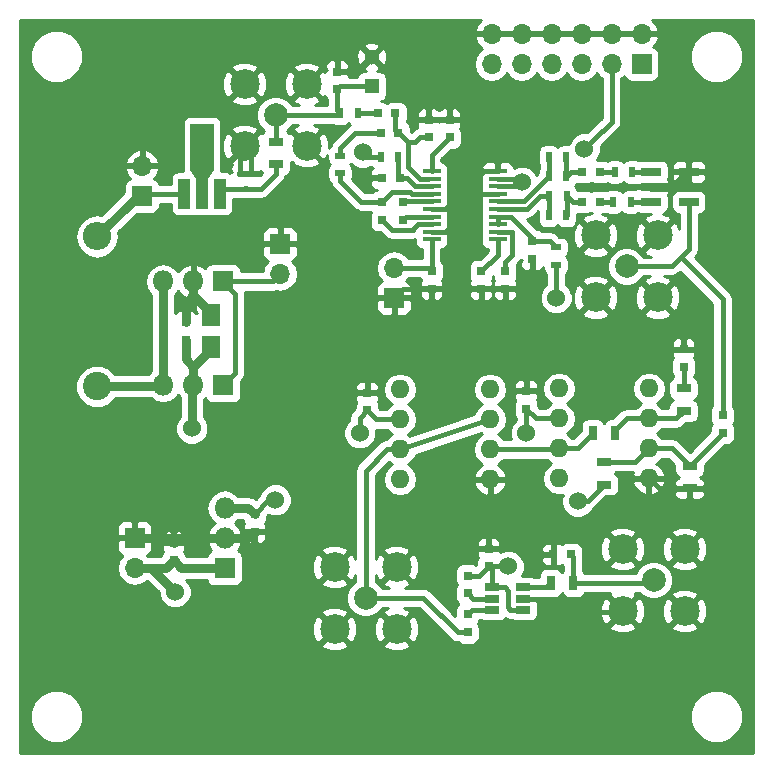
<source format=gbr>
G04 #@! TF.FileFunction,Copper,L1,Top,Signal*
%FSLAX46Y46*%
G04 Gerber Fmt 4.6, Leading zero omitted, Abs format (unit mm)*
G04 Created by KiCad (PCBNEW 4.0.6) date Friday, June 16, 2017 'PMt' 04:10:38 PM*
%MOMM*%
%LPD*%
G01*
G04 APERTURE LIST*
%ADD10C,0.100000*%
%ADD11R,1.300000X0.700000*%
%ADD12R,0.750000X0.800000*%
%ADD13R,1.300000X1.300000*%
%ADD14C,1.300000*%
%ADD15R,1.000760X2.501900*%
%ADD16R,1.998980X4.000500*%
%ADD17R,0.400000X0.510000*%
%ADD18R,1.700000X1.700000*%
%ADD19O,1.700000X1.700000*%
%ADD20R,0.800000X0.750000*%
%ADD21R,0.500000X0.900000*%
%ADD22R,0.900000X0.500000*%
%ADD23R,1.800000X1.800000*%
%ADD24O,1.800000X1.800000*%
%ADD25C,2.400000*%
%ADD26O,2.400000X2.400000*%
%ADD27R,0.700000X1.300000*%
%ADD28R,1.220000X0.650000*%
%ADD29R,1.524000X0.380000*%
%ADD30O,1.600000X1.600000*%
%ADD31R,1.651000X0.762000*%
%ADD32R,1.500000X1.950000*%
%ADD33C,1.998980*%
%ADD34C,2.500000*%
%ADD35C,1.524000*%
%ADD36C,0.762000*%
%ADD37C,0.381000*%
%ADD38C,0.457200*%
%ADD39C,0.254000*%
G04 APERTURE END LIST*
D10*
D11*
X136657000Y-61854000D03*
X136657000Y-63754000D03*
D12*
X141859000Y-57392000D03*
X141859000Y-55892000D03*
D13*
X144780000Y-57150000D03*
D14*
X144780000Y-54650000D03*
D15*
X128927860Y-66233040D03*
X130429000Y-66233040D03*
X131930140Y-66233040D03*
D16*
X130429000Y-62280800D03*
D10*
G36*
X131429760Y-64255650D02*
X130929380Y-65004950D01*
X129928620Y-65004950D01*
X129428240Y-64255650D01*
X131429760Y-64255650D01*
X131429760Y-64255650D01*
G37*
D17*
X134612000Y-64501000D03*
X133612000Y-64501000D03*
X134112000Y-65801000D03*
D18*
X125349000Y-66421000D03*
D19*
X125349000Y-63881000D03*
D12*
X129032000Y-78601000D03*
X129032000Y-77101000D03*
X128016000Y-97270000D03*
X128016000Y-95770000D03*
X134874000Y-93357000D03*
X134874000Y-94857000D03*
X144399000Y-84582000D03*
X144399000Y-83082000D03*
X157861000Y-84431000D03*
X157861000Y-82931000D03*
X174498000Y-86475000D03*
X174498000Y-84975000D03*
X171196000Y-80887000D03*
X171196000Y-79387000D03*
D20*
X147181000Y-64897000D03*
X145681000Y-64897000D03*
X162584000Y-64389000D03*
X164084000Y-64389000D03*
D12*
X145669000Y-66941000D03*
X145669000Y-68441000D03*
X147447000Y-66941000D03*
X147447000Y-68441000D03*
D20*
X162584000Y-66929000D03*
X164084000Y-66929000D03*
D12*
X158369000Y-70243000D03*
X158369000Y-71743000D03*
X156083000Y-72795000D03*
X156083000Y-74295000D03*
X149860000Y-72771000D03*
X149860000Y-74271000D03*
X154051000Y-72783000D03*
X154051000Y-74283000D03*
X152908000Y-103354000D03*
X152908000Y-101854000D03*
X152908000Y-100064000D03*
X152908000Y-98564000D03*
D20*
X161659000Y-96774000D03*
X160159000Y-96774000D03*
D12*
X154686000Y-97790000D03*
X154686000Y-96290000D03*
D20*
X147054000Y-61087000D03*
X145554000Y-61087000D03*
X145300000Y-59436000D03*
X146800000Y-59436000D03*
D12*
X151384000Y-59956000D03*
X151384000Y-61456000D03*
X149606000Y-61456000D03*
X149606000Y-59956000D03*
D21*
X142125000Y-59436000D03*
X143625000Y-59436000D03*
X145554000Y-63119000D03*
X147054000Y-63119000D03*
X159778000Y-63119000D03*
X161278000Y-63119000D03*
X159778000Y-68072000D03*
X161278000Y-68072000D03*
D22*
X160401000Y-70751000D03*
X160401000Y-72251000D03*
D18*
X124714000Y-95377000D03*
D19*
X124714000Y-97917000D03*
D18*
X137033000Y-70485000D03*
D19*
X137033000Y-73025000D03*
D18*
X146685000Y-75057000D03*
D19*
X146685000Y-72517000D03*
D23*
X132207000Y-82423000D03*
D24*
X129667000Y-82423000D03*
X127127000Y-82423000D03*
D23*
X132207000Y-73660000D03*
D24*
X129667000Y-73660000D03*
X127127000Y-73660000D03*
D25*
X121539000Y-82550000D03*
D26*
X121539000Y-69850000D03*
D27*
X163500038Y-86531340D03*
X165400038Y-86531340D03*
D11*
X164465000Y-88966000D03*
X164465000Y-90866000D03*
X171196000Y-84621340D03*
X171196000Y-82721340D03*
D21*
X165354000Y-64389000D03*
X166854000Y-64389000D03*
D11*
X171704000Y-91181000D03*
X171704000Y-89281000D03*
D21*
X161278000Y-64770000D03*
X159778000Y-64770000D03*
X161290000Y-66421000D03*
X159790000Y-66421000D03*
X165239000Y-66929000D03*
X166739000Y-66929000D03*
D27*
X159959000Y-99187000D03*
X161859000Y-99187000D03*
D22*
X142113000Y-63004000D03*
X142113000Y-64504000D03*
D23*
X132334000Y-97917000D03*
D24*
X132334000Y-95377000D03*
X132334000Y-92837000D03*
D28*
X157607000Y-101455124D03*
X157607000Y-100505124D03*
X157607000Y-99555124D03*
X154987000Y-99555124D03*
X154987000Y-100505124D03*
X154987000Y-101455124D03*
D29*
X149859000Y-64325500D03*
X155449000Y-64325500D03*
X149859000Y-64965500D03*
X155449000Y-64965500D03*
X149859000Y-65605500D03*
X155449000Y-65605500D03*
X149859000Y-66245500D03*
X155449000Y-66245500D03*
X149859000Y-66885500D03*
X155449000Y-66885500D03*
X149859000Y-67525500D03*
X155449000Y-67525500D03*
X149859000Y-68165500D03*
X155449000Y-68165500D03*
X149859000Y-68805500D03*
X155449000Y-68805500D03*
X149859000Y-69445500D03*
X155449000Y-69445500D03*
X149859000Y-70085500D03*
X155449000Y-70085500D03*
D30*
X168260038Y-82721340D03*
X168260038Y-85261340D03*
X168260038Y-87801340D03*
X168260038Y-90341340D03*
X160640038Y-90341340D03*
X160640038Y-87801340D03*
X160640038Y-85261340D03*
X160640038Y-82721340D03*
X154813000Y-82804000D03*
X154813000Y-85344000D03*
X154813000Y-87884000D03*
X154813000Y-90424000D03*
X147193000Y-90424000D03*
X147193000Y-87884000D03*
X147193000Y-85344000D03*
X147193000Y-82804000D03*
D31*
X171640500Y-64389000D03*
X168465500Y-64389000D03*
X168465500Y-65659000D03*
X171640500Y-66929000D03*
X168465500Y-66929000D03*
D18*
X167640000Y-55245000D03*
D19*
X167640000Y-52705000D03*
X165100000Y-55245000D03*
X165100000Y-52705000D03*
X162560000Y-55245000D03*
X162560000Y-52705000D03*
X160020000Y-55245000D03*
X160020000Y-52705000D03*
X157480000Y-55245000D03*
X157480000Y-52705000D03*
X154940000Y-55245000D03*
X154940000Y-52705000D03*
D32*
X131191000Y-79226000D03*
X131191000Y-76476000D03*
D33*
X136652000Y-59563000D03*
D34*
X139277000Y-56938000D03*
X139277000Y-62188000D03*
X134027000Y-56938000D03*
X134027000Y-62188000D03*
D33*
X144272000Y-100457000D03*
D34*
X146897000Y-103082000D03*
X141647000Y-103082000D03*
X146897000Y-97832000D03*
X141647000Y-97832000D03*
D33*
X166370000Y-72390000D03*
D34*
X168995000Y-75015000D03*
X163745000Y-75015000D03*
X168995000Y-69765000D03*
X163745000Y-69765000D03*
D33*
X168656000Y-98933000D03*
D34*
X171281000Y-101558000D03*
X166031000Y-101558000D03*
X171281000Y-96308000D03*
X166031000Y-96308000D03*
D35*
X150495000Y-58293000D03*
X144145000Y-64897000D03*
X129540000Y-86106000D03*
X128143000Y-99949000D03*
X160401000Y-75057000D03*
X157861000Y-86487000D03*
X162243745Y-92265186D03*
X136633705Y-92153780D03*
X144018000Y-62738000D03*
X156337000Y-97790000D03*
X143764000Y-86487000D03*
X157480000Y-65278000D03*
X162810341Y-62443172D03*
D36*
X170370500Y-65659000D02*
X168465500Y-65659000D01*
X171640500Y-64389000D02*
X170370500Y-65659000D01*
D37*
X163060318Y-100505124D02*
X158598000Y-100505124D01*
X164188214Y-101633020D02*
X163060318Y-100505124D01*
X165955980Y-101633020D02*
X164188214Y-101633020D01*
X158598000Y-100505124D02*
X157607000Y-100505124D01*
D38*
X171704000Y-91181000D02*
X169099698Y-91181000D01*
X169099698Y-91181000D02*
X168260038Y-90341340D01*
D36*
X132334000Y-95377000D02*
X134354000Y-95377000D01*
X134354000Y-95377000D02*
X134874000Y-94857000D01*
X132334000Y-95377000D02*
X128409000Y-95377000D01*
X128409000Y-95377000D02*
X128016000Y-95770000D01*
X124714000Y-95377000D02*
X127623000Y-95377000D01*
X127623000Y-95377000D02*
X128016000Y-95770000D01*
X129032000Y-77101000D02*
X129032000Y-75462000D01*
X129032000Y-75462000D02*
X129667000Y-74827000D01*
X129667000Y-73660000D02*
X129667000Y-74827000D01*
X129667000Y-74827000D02*
X131191000Y-76351000D01*
D38*
X134612000Y-64501000D02*
X134612000Y-62923040D01*
X134612000Y-62923040D02*
X133951980Y-62263020D01*
X133612000Y-64501000D02*
X133612000Y-62603000D01*
X133612000Y-62603000D02*
X133951980Y-62263020D01*
D37*
X149859000Y-69445500D02*
X151002000Y-69445500D01*
X151002000Y-69445500D02*
X152282000Y-68165500D01*
X152282000Y-68165500D02*
X152282000Y-66245500D01*
X152282000Y-66245500D02*
X153670000Y-66245500D01*
X153670000Y-66245500D02*
X154306000Y-66245500D01*
X155449000Y-64325500D02*
X154306000Y-64325500D01*
X154306000Y-64325500D02*
X153670000Y-64961500D01*
X153670000Y-64961500D02*
X153670000Y-66245500D01*
X149859000Y-67525500D02*
X151002000Y-67525500D01*
X151002000Y-67525500D02*
X152282000Y-66245500D01*
X154306000Y-66245500D02*
X155449000Y-66245500D01*
X149860000Y-74271000D02*
X147471000Y-74271000D01*
X147471000Y-74271000D02*
X146685000Y-75057000D01*
X145681000Y-64897000D02*
X144145000Y-64897000D01*
D36*
X129540000Y-86106000D02*
X129540000Y-82550000D01*
X129540000Y-82550000D02*
X129667000Y-82423000D01*
X124714000Y-97917000D02*
X126111000Y-97917000D01*
X126111000Y-97917000D02*
X128143000Y-99949000D01*
X132334000Y-97917000D02*
X128663000Y-97917000D01*
X128663000Y-97917000D02*
X128016000Y-97270000D01*
X124714000Y-97917000D02*
X127369000Y-97917000D01*
X127369000Y-97917000D02*
X128016000Y-97270000D01*
X129032000Y-78601000D02*
X129032000Y-80240000D01*
X129032000Y-80240000D02*
X129667000Y-80875000D01*
X129667000Y-82423000D02*
X129667000Y-80875000D01*
X129667000Y-80875000D02*
X131191000Y-79351000D01*
D37*
X160401000Y-72251000D02*
X160401000Y-75057000D01*
D38*
X157861000Y-84431000D02*
X157861000Y-86487000D01*
D37*
X162243745Y-92265186D02*
X163065814Y-92265186D01*
X163065814Y-92265186D02*
X164465000Y-90866000D01*
X136052220Y-92153780D02*
X136633705Y-92153780D01*
X134874000Y-93332000D02*
X136052220Y-92153780D01*
X134874000Y-93357000D02*
X134874000Y-93332000D01*
D38*
X145554000Y-63119000D02*
X144399000Y-63119000D01*
X144399000Y-63119000D02*
X144018000Y-62738000D01*
X156337000Y-97790000D02*
X154686000Y-97790000D01*
X156337000Y-99837924D02*
X156337000Y-101252324D01*
X156337000Y-101252324D02*
X156539800Y-101455124D01*
X156539800Y-101455124D02*
X157607000Y-101455124D01*
X154987000Y-99555124D02*
X156054200Y-99555124D01*
X156054200Y-99555124D02*
X156337000Y-99837924D01*
X143764000Y-86487000D02*
X143764000Y-85217000D01*
X143764000Y-85217000D02*
X144399000Y-84582000D01*
X160640038Y-85261340D02*
X158691340Y-85261340D01*
X158691340Y-85261340D02*
X157861000Y-84431000D01*
X147193000Y-85344000D02*
X145161000Y-85344000D01*
X145161000Y-85344000D02*
X144399000Y-84582000D01*
D36*
X132334000Y-92837000D02*
X134354000Y-92837000D01*
X134354000Y-92837000D02*
X134874000Y-93357000D01*
D38*
X152908000Y-98564000D02*
X153912000Y-98564000D01*
X153912000Y-98564000D02*
X154686000Y-97790000D01*
X154987000Y-99555124D02*
X154987000Y-98091000D01*
X154987000Y-98091000D02*
X154686000Y-97790000D01*
D37*
X155449000Y-64965500D02*
X157167500Y-64965500D01*
X157167500Y-64965500D02*
X157480000Y-65278000D01*
X155449000Y-65605500D02*
X157152500Y-65605500D01*
X157152500Y-65605500D02*
X157480000Y-65278000D01*
X144780000Y-57150000D02*
X142101000Y-57150000D01*
X142101000Y-57150000D02*
X141859000Y-57392000D01*
D38*
X141859000Y-57392000D02*
X141859000Y-59170000D01*
X141859000Y-59170000D02*
X142125000Y-59436000D01*
X136652000Y-59563000D02*
X141998000Y-59563000D01*
X141998000Y-59563000D02*
X142125000Y-59436000D01*
X136657000Y-61854000D02*
X136657000Y-59568000D01*
X136657000Y-59568000D02*
X136652000Y-59563000D01*
X164465000Y-88966000D02*
X167095378Y-88966000D01*
X167095378Y-88966000D02*
X168260038Y-87801340D01*
X174498000Y-86475000D02*
X174498000Y-86487000D01*
X174498000Y-86487000D02*
X171704000Y-89281000D01*
X168260038Y-87801340D02*
X170224340Y-87801340D01*
X170224340Y-87801340D02*
X171704000Y-89281000D01*
X174498000Y-84975000D02*
X174498000Y-75184000D01*
X174498000Y-75184000D02*
X170942000Y-71628000D01*
D37*
X171640500Y-70929500D02*
X170942000Y-71628000D01*
X170942000Y-71628000D02*
X170180000Y-72390000D01*
X170180000Y-72390000D02*
X166370000Y-72390000D01*
X171640500Y-66929000D02*
X171640500Y-70929500D01*
D38*
X171196000Y-82721340D02*
X171196000Y-80887000D01*
D37*
X147750694Y-64897000D02*
X148459703Y-65606009D01*
X148459703Y-65606009D02*
X149858491Y-65606009D01*
X149858491Y-65606009D02*
X149859000Y-65605500D01*
X147054000Y-63119000D02*
X147054000Y-64770000D01*
X147054000Y-64770000D02*
X147181000Y-64897000D01*
X147750694Y-64897000D02*
X147181000Y-64897000D01*
X161278000Y-63119000D02*
X161278000Y-64770000D01*
D38*
X162584000Y-64389000D02*
X161925000Y-64389000D01*
X162584000Y-64389000D02*
X161659000Y-64389000D01*
X161659000Y-64389000D02*
X161278000Y-64770000D01*
X161290000Y-64758000D02*
X161278000Y-64770000D01*
X162584000Y-64389000D02*
X162433000Y-64389000D01*
X164084000Y-64389000D02*
X165354000Y-64389000D01*
D37*
X148052154Y-66096499D02*
X148201155Y-66245500D01*
X148201155Y-66245500D02*
X149859000Y-66245500D01*
X142113000Y-64504000D02*
X142113000Y-65135000D01*
X142113000Y-65135000D02*
X143919000Y-66941000D01*
X143919000Y-66941000D02*
X144913000Y-66941000D01*
X144913000Y-66941000D02*
X145669000Y-66941000D01*
X146488501Y-66096499D02*
X145669000Y-66916000D01*
X145669000Y-66916000D02*
X145669000Y-66941000D01*
X148052154Y-66096499D02*
X146488501Y-66096499D01*
X148302345Y-69285501D02*
X148302345Y-69219155D01*
X148302345Y-69219155D02*
X148716000Y-68805500D01*
X148716000Y-68805500D02*
X149859000Y-68805500D01*
X146488501Y-69285501D02*
X145669000Y-68466000D01*
X148302345Y-69285501D02*
X146488501Y-69285501D01*
X145669000Y-68466000D02*
X145669000Y-68441000D01*
X147447000Y-66941000D02*
X147502500Y-66885500D01*
X147502500Y-66885500D02*
X149859000Y-66885500D01*
X147456846Y-66950846D02*
X147447000Y-66941000D01*
X149859000Y-68165500D02*
X147722500Y-68165500D01*
X147722500Y-68165500D02*
X147447000Y-68441000D01*
X147657154Y-68230846D02*
X147447000Y-68441000D01*
X161290000Y-66421000D02*
X161290000Y-68060000D01*
X161290000Y-68060000D02*
X161278000Y-68072000D01*
D38*
X162584000Y-66929000D02*
X161798000Y-66929000D01*
X161798000Y-66929000D02*
X161290000Y-66421000D01*
X162560000Y-66929000D02*
X162584000Y-66929000D01*
X165239000Y-66929000D02*
X164084000Y-66929000D01*
D37*
X155449000Y-69445500D02*
X156592000Y-69445500D01*
X156655501Y-71441499D02*
X156083000Y-72014000D01*
X156592000Y-69445500D02*
X156655501Y-69509001D01*
X156655501Y-69509001D02*
X156655501Y-71441499D01*
X156083000Y-72014000D02*
X156083000Y-72795000D01*
X149859000Y-70085500D02*
X149859000Y-72770000D01*
X149859000Y-72770000D02*
X149860000Y-72771000D01*
X146685000Y-72517000D02*
X149606000Y-72517000D01*
X149606000Y-72517000D02*
X149860000Y-72771000D01*
X155449000Y-70085500D02*
X155449000Y-71385000D01*
X155449000Y-71385000D02*
X154051000Y-72783000D01*
X163572340Y-61681173D02*
X162810341Y-62443172D01*
X165100000Y-60153513D02*
X163572340Y-61681173D01*
X165100000Y-55245000D02*
X165100000Y-60153513D01*
D38*
X152908000Y-103354000D02*
X152075800Y-103354000D01*
X152075800Y-103354000D02*
X149178800Y-100457000D01*
X149178800Y-100457000D02*
X145685492Y-100457000D01*
X145685492Y-100457000D02*
X144272000Y-100457000D01*
X152908000Y-103329000D02*
X152908000Y-103354000D01*
X147193000Y-87884000D02*
X146061630Y-87884000D01*
X146061630Y-87884000D02*
X144272000Y-89673630D01*
X144272000Y-89673630D02*
X144272000Y-99043508D01*
X144272000Y-99043508D02*
X144272000Y-100457000D01*
X147193000Y-87884000D02*
X154813000Y-85344000D01*
D37*
X147835000Y-63951501D02*
X148854498Y-64970999D01*
X148854498Y-64970999D02*
X149542114Y-64970999D01*
X146800000Y-59436000D02*
X146800000Y-60833000D01*
X146800000Y-60833000D02*
X147054000Y-61087000D01*
X149606000Y-61456000D02*
X148850000Y-61456000D01*
X148850000Y-61456000D02*
X148463000Y-61843000D01*
X148463000Y-61843000D02*
X147835000Y-61843000D01*
X147835000Y-63951501D02*
X147835000Y-61843000D01*
X147835000Y-61843000D02*
X147079000Y-61087000D01*
X147079000Y-61087000D02*
X147054000Y-61087000D01*
X145554000Y-61087000D02*
X143399000Y-61087000D01*
X143399000Y-61087000D02*
X142113000Y-62373000D01*
X142113000Y-62373000D02*
X142113000Y-63004000D01*
X143625000Y-59436000D02*
X145300000Y-59436000D01*
X151384000Y-61456000D02*
X149859000Y-62981000D01*
X149859000Y-62981000D02*
X149859000Y-64325500D01*
D38*
X136657000Y-63754000D02*
X136657000Y-64561200D01*
X136657000Y-64561200D02*
X135417200Y-65801000D01*
X135417200Y-65801000D02*
X134112000Y-65801000D01*
X134112000Y-65801000D02*
X132362180Y-65801000D01*
X132362180Y-65801000D02*
X131930140Y-66233040D01*
X161859000Y-99187000D02*
X168402000Y-99187000D01*
X168402000Y-99187000D02*
X168656000Y-98933000D01*
X161859000Y-99187000D02*
X161859000Y-96974000D01*
X161859000Y-96974000D02*
X161659000Y-96774000D01*
D36*
X125349000Y-66421000D02*
X124968000Y-66421000D01*
X124968000Y-66421000D02*
X121539000Y-69850000D01*
D38*
X128927860Y-66233040D02*
X125536960Y-66233040D01*
X125536960Y-66233040D02*
X125349000Y-66421000D01*
X154813000Y-87884000D02*
X160557378Y-87884000D01*
X160557378Y-87884000D02*
X160640038Y-87801340D01*
X160640038Y-87801340D02*
X162230038Y-87801340D01*
X162230038Y-87801340D02*
X163500038Y-86531340D01*
X168260038Y-85261340D02*
X170556000Y-85261340D01*
X170556000Y-85261340D02*
X171196000Y-84621340D01*
X168260038Y-85261340D02*
X166370038Y-85261340D01*
X166370038Y-85261340D02*
X165400038Y-86231340D01*
X165400038Y-86231340D02*
X165400038Y-86531340D01*
X168465500Y-64389000D02*
X166854000Y-64389000D01*
X166739000Y-66929000D02*
X168465500Y-66929000D01*
D37*
X158369000Y-70243000D02*
X159893000Y-70243000D01*
X159893000Y-70243000D02*
X160401000Y-70751000D01*
X155449000Y-68165500D02*
X156592000Y-68165500D01*
X156592000Y-68165500D02*
X158369000Y-69942500D01*
X158369000Y-69942500D02*
X158369000Y-70243000D01*
X155449000Y-68165500D02*
X155449000Y-68805500D01*
X159778000Y-64770000D02*
X159778000Y-63119000D01*
X159778000Y-64770000D02*
X157660000Y-66888000D01*
X156592000Y-66885500D02*
X155449000Y-66885500D01*
X157660000Y-66888000D02*
X156594500Y-66888000D01*
X156594500Y-66888000D02*
X156592000Y-66885500D01*
X159790000Y-64758000D02*
X159778000Y-64770000D01*
X159790000Y-66421000D02*
X159790000Y-68060000D01*
X159790000Y-68060000D02*
X159778000Y-68072000D01*
X155449000Y-67525500D02*
X156592000Y-67525500D01*
X156592000Y-67525500D02*
X156594500Y-67523000D01*
X156594500Y-67523000D02*
X157923025Y-67523000D01*
X157923025Y-67523000D02*
X159025025Y-66421000D01*
X159025025Y-66421000D02*
X159790000Y-66421000D01*
D38*
X157607000Y-99555124D02*
X159590876Y-99555124D01*
X159590876Y-99555124D02*
X159959000Y-99187000D01*
X132207000Y-73660000D02*
X133235601Y-74688601D01*
X133235601Y-74688601D02*
X133235601Y-81394399D01*
X133235601Y-81394399D02*
X132207000Y-82423000D01*
X132207000Y-73660000D02*
X136398000Y-73660000D01*
X136398000Y-73660000D02*
X137033000Y-73025000D01*
D36*
X127127000Y-73660000D02*
X127127000Y-82423000D01*
X121539000Y-82550000D02*
X127000000Y-82550000D01*
X127000000Y-82550000D02*
X127127000Y-82423000D01*
D38*
X154987000Y-101455124D02*
X153306876Y-101455124D01*
X153306876Y-101455124D02*
X152908000Y-101854000D01*
X154987000Y-100505124D02*
X153349124Y-100505124D01*
X153349124Y-100505124D02*
X152908000Y-100064000D01*
D39*
G36*
X153744817Y-51823642D02*
X153498514Y-52348108D01*
X153619181Y-52578000D01*
X154813000Y-52578000D01*
X154813000Y-52558000D01*
X155067000Y-52558000D01*
X155067000Y-52578000D01*
X157353000Y-52578000D01*
X157353000Y-52558000D01*
X157607000Y-52558000D01*
X157607000Y-52578000D01*
X159893000Y-52578000D01*
X159893000Y-52558000D01*
X160147000Y-52558000D01*
X160147000Y-52578000D01*
X162433000Y-52578000D01*
X162433000Y-52558000D01*
X162687000Y-52558000D01*
X162687000Y-52578000D01*
X164973000Y-52578000D01*
X164973000Y-52558000D01*
X165227000Y-52558000D01*
X165227000Y-52578000D01*
X167513000Y-52578000D01*
X167513000Y-52558000D01*
X167767000Y-52558000D01*
X167767000Y-52578000D01*
X168960819Y-52578000D01*
X169081486Y-52348108D01*
X168835183Y-51823642D01*
X168491026Y-51510000D01*
X177090000Y-51510000D01*
X177090000Y-113590000D01*
X115010000Y-113590000D01*
X115010000Y-110932619D01*
X115874613Y-110932619D01*
X116214155Y-111754372D01*
X116842321Y-112383636D01*
X117663481Y-112724611D01*
X118552619Y-112725387D01*
X119374372Y-112385845D01*
X120003636Y-111757679D01*
X120344611Y-110936519D01*
X120344614Y-110932619D01*
X171754613Y-110932619D01*
X172094155Y-111754372D01*
X172722321Y-112383636D01*
X173543481Y-112724611D01*
X174432619Y-112725387D01*
X175254372Y-112385845D01*
X175883636Y-111757679D01*
X176224611Y-110936519D01*
X176225387Y-110047381D01*
X175885845Y-109225628D01*
X175257679Y-108596364D01*
X174436519Y-108255389D01*
X173547381Y-108254613D01*
X172725628Y-108594155D01*
X172096364Y-109222321D01*
X171755389Y-110043481D01*
X171754613Y-110932619D01*
X120344614Y-110932619D01*
X120345387Y-110047381D01*
X120005845Y-109225628D01*
X119377679Y-108596364D01*
X118556519Y-108255389D01*
X117667381Y-108254613D01*
X116845628Y-108594155D01*
X116216364Y-109222321D01*
X115875389Y-110043481D01*
X115874613Y-110932619D01*
X115010000Y-110932619D01*
X115010000Y-104415320D01*
X140493285Y-104415320D01*
X140622533Y-104708123D01*
X141322806Y-104976388D01*
X142072435Y-104956250D01*
X142671467Y-104708123D01*
X142800715Y-104415320D01*
X145743285Y-104415320D01*
X145872533Y-104708123D01*
X146572806Y-104976388D01*
X147322435Y-104956250D01*
X147921467Y-104708123D01*
X148050715Y-104415320D01*
X146897000Y-103261605D01*
X145743285Y-104415320D01*
X142800715Y-104415320D01*
X141647000Y-103261605D01*
X140493285Y-104415320D01*
X115010000Y-104415320D01*
X115010000Y-102757806D01*
X139752612Y-102757806D01*
X139772750Y-103507435D01*
X140020877Y-104106467D01*
X140313680Y-104235715D01*
X141467395Y-103082000D01*
X141826605Y-103082000D01*
X142980320Y-104235715D01*
X143273123Y-104106467D01*
X143541388Y-103406194D01*
X143523970Y-102757806D01*
X145002612Y-102757806D01*
X145022750Y-103507435D01*
X145270877Y-104106467D01*
X145563680Y-104235715D01*
X146717395Y-103082000D01*
X147076605Y-103082000D01*
X148230320Y-104235715D01*
X148523123Y-104106467D01*
X148791388Y-103406194D01*
X148771250Y-102656565D01*
X148523123Y-102057533D01*
X148230320Y-101928285D01*
X147076605Y-103082000D01*
X146717395Y-103082000D01*
X145563680Y-101928285D01*
X145270877Y-102057533D01*
X145002612Y-102757806D01*
X143523970Y-102757806D01*
X143521250Y-102656565D01*
X143273123Y-102057533D01*
X142980320Y-101928285D01*
X141826605Y-103082000D01*
X141467395Y-103082000D01*
X140313680Y-101928285D01*
X140020877Y-102057533D01*
X139752612Y-102757806D01*
X115010000Y-102757806D01*
X115010000Y-101748680D01*
X140493285Y-101748680D01*
X141647000Y-102902395D01*
X142800715Y-101748680D01*
X142671467Y-101455877D01*
X141971194Y-101187612D01*
X141221565Y-101207750D01*
X140622533Y-101455877D01*
X140493285Y-101748680D01*
X115010000Y-101748680D01*
X115010000Y-97917000D01*
X123199907Y-97917000D01*
X123312946Y-98485285D01*
X123634853Y-98967054D01*
X124116622Y-99288961D01*
X124684907Y-99402000D01*
X124743093Y-99402000D01*
X125311378Y-99288961D01*
X125751825Y-98994665D01*
X126745965Y-99988805D01*
X126745758Y-100225661D01*
X126957990Y-100739303D01*
X127350630Y-101132629D01*
X127863900Y-101345757D01*
X128419661Y-101346242D01*
X128933303Y-101134010D01*
X129326629Y-100741370D01*
X129539757Y-100228100D01*
X129540242Y-99672339D01*
X129328010Y-99158697D01*
X129102707Y-98933000D01*
X130808387Y-98933000D01*
X130830838Y-99052317D01*
X130969910Y-99268441D01*
X131182110Y-99413431D01*
X131434000Y-99464440D01*
X133234000Y-99464440D01*
X133469317Y-99420162D01*
X133685441Y-99281090D01*
X133764543Y-99165320D01*
X140493285Y-99165320D01*
X140622533Y-99458123D01*
X141322806Y-99726388D01*
X142072435Y-99706250D01*
X142671467Y-99458123D01*
X142800715Y-99165320D01*
X141647000Y-98011605D01*
X140493285Y-99165320D01*
X133764543Y-99165320D01*
X133830431Y-99068890D01*
X133881440Y-98817000D01*
X133881440Y-97507806D01*
X139752612Y-97507806D01*
X139772750Y-98257435D01*
X140020877Y-98856467D01*
X140313680Y-98985715D01*
X141467395Y-97832000D01*
X141826605Y-97832000D01*
X142980320Y-98985715D01*
X143273123Y-98856467D01*
X143408400Y-98503343D01*
X143408400Y-99045311D01*
X143347345Y-99070538D01*
X142887154Y-99529927D01*
X142637794Y-100130453D01*
X142637226Y-100780694D01*
X142885538Y-101381655D01*
X143344927Y-101841846D01*
X143945453Y-102091206D01*
X144595694Y-102091774D01*
X145196655Y-101843462D01*
X145656846Y-101384073D01*
X145683202Y-101320600D01*
X146199121Y-101320600D01*
X145872533Y-101455877D01*
X145743285Y-101748680D01*
X146897000Y-102902395D01*
X148050715Y-101748680D01*
X147921467Y-101455877D01*
X147568343Y-101320600D01*
X148821086Y-101320600D01*
X151465143Y-103964658D01*
X151745315Y-104151862D01*
X152075800Y-104217600D01*
X152086705Y-104217600D01*
X152281110Y-104350431D01*
X152533000Y-104401440D01*
X153283000Y-104401440D01*
X153518317Y-104357162D01*
X153734441Y-104218090D01*
X153879431Y-104005890D01*
X153930440Y-103754000D01*
X153930440Y-102954000D01*
X153918646Y-102891320D01*
X164877285Y-102891320D01*
X165006533Y-103184123D01*
X165706806Y-103452388D01*
X166456435Y-103432250D01*
X167055467Y-103184123D01*
X167184715Y-102891320D01*
X170127285Y-102891320D01*
X170256533Y-103184123D01*
X170956806Y-103452388D01*
X171706435Y-103432250D01*
X172305467Y-103184123D01*
X172434715Y-102891320D01*
X171281000Y-101737605D01*
X170127285Y-102891320D01*
X167184715Y-102891320D01*
X166031000Y-101737605D01*
X164877285Y-102891320D01*
X153918646Y-102891320D01*
X153886162Y-102718683D01*
X153812380Y-102604022D01*
X153879431Y-102505890D01*
X153917333Y-102318724D01*
X154040471Y-102318724D01*
X154125110Y-102376555D01*
X154377000Y-102427564D01*
X155597000Y-102427564D01*
X155832317Y-102383286D01*
X156048441Y-102244214D01*
X156094751Y-102176437D01*
X156177256Y-102231565D01*
X156209315Y-102252986D01*
X156539800Y-102318724D01*
X156660471Y-102318724D01*
X156745110Y-102376555D01*
X156997000Y-102427564D01*
X158217000Y-102427564D01*
X158452317Y-102383286D01*
X158668441Y-102244214D01*
X158813431Y-102032014D01*
X158864440Y-101780124D01*
X158864440Y-101233806D01*
X164136612Y-101233806D01*
X164156750Y-101983435D01*
X164404877Y-102582467D01*
X164697680Y-102711715D01*
X165851395Y-101558000D01*
X166210605Y-101558000D01*
X167364320Y-102711715D01*
X167657123Y-102582467D01*
X167925388Y-101882194D01*
X167907970Y-101233806D01*
X169386612Y-101233806D01*
X169406750Y-101983435D01*
X169654877Y-102582467D01*
X169947680Y-102711715D01*
X171101395Y-101558000D01*
X171460605Y-101558000D01*
X172614320Y-102711715D01*
X172907123Y-102582467D01*
X173175388Y-101882194D01*
X173155250Y-101132565D01*
X172907123Y-100533533D01*
X172614320Y-100404285D01*
X171460605Y-101558000D01*
X171101395Y-101558000D01*
X169947680Y-100404285D01*
X169654877Y-100533533D01*
X169386612Y-101233806D01*
X167907970Y-101233806D01*
X167905250Y-101132565D01*
X167657123Y-100533533D01*
X167364320Y-100404285D01*
X166210605Y-101558000D01*
X165851395Y-101558000D01*
X164697680Y-100404285D01*
X164404877Y-100533533D01*
X164136612Y-101233806D01*
X158864440Y-101233806D01*
X158864440Y-101130124D01*
X158838081Y-100990038D01*
X158852000Y-100956434D01*
X158852000Y-100790874D01*
X158693250Y-100632124D01*
X158612949Y-100632124D01*
X158468890Y-100533693D01*
X158331880Y-100505948D01*
X158452317Y-100483286D01*
X158552649Y-100418724D01*
X159335586Y-100418724D01*
X159357110Y-100433431D01*
X159609000Y-100484440D01*
X160309000Y-100484440D01*
X160544317Y-100440162D01*
X160760441Y-100301090D01*
X160905431Y-100088890D01*
X160908081Y-100075803D01*
X161044910Y-100288441D01*
X161257110Y-100433431D01*
X161509000Y-100484440D01*
X162209000Y-100484440D01*
X162444317Y-100440162D01*
X162660441Y-100301090D01*
X162805431Y-100088890D01*
X162813185Y-100050600D01*
X164954127Y-100050600D01*
X164877285Y-100224680D01*
X166031000Y-101378395D01*
X167184715Y-100224680D01*
X167107873Y-100050600D01*
X167462147Y-100050600D01*
X167728927Y-100317846D01*
X168329453Y-100567206D01*
X168979694Y-100567774D01*
X169580655Y-100319462D01*
X169675602Y-100224680D01*
X170127285Y-100224680D01*
X171281000Y-101378395D01*
X172434715Y-100224680D01*
X172305467Y-99931877D01*
X171605194Y-99663612D01*
X170855565Y-99683750D01*
X170256533Y-99931877D01*
X170127285Y-100224680D01*
X169675602Y-100224680D01*
X170040846Y-99860073D01*
X170290206Y-99259547D01*
X170290774Y-98609306D01*
X170042462Y-98008345D01*
X169676077Y-97641320D01*
X170127285Y-97641320D01*
X170256533Y-97934123D01*
X170956806Y-98202388D01*
X171706435Y-98182250D01*
X172305467Y-97934123D01*
X172434715Y-97641320D01*
X171281000Y-96487605D01*
X170127285Y-97641320D01*
X169676077Y-97641320D01*
X169583073Y-97548154D01*
X168982547Y-97298794D01*
X168332306Y-97298226D01*
X167731345Y-97546538D01*
X167271154Y-98005927D01*
X167139328Y-98323400D01*
X162816248Y-98323400D01*
X162812162Y-98301683D01*
X162722600Y-98162500D01*
X162722600Y-97641320D01*
X164877285Y-97641320D01*
X165006533Y-97934123D01*
X165706806Y-98202388D01*
X166456435Y-98182250D01*
X167055467Y-97934123D01*
X167184715Y-97641320D01*
X166031000Y-96487605D01*
X164877285Y-97641320D01*
X162722600Y-97641320D01*
X162722600Y-96974000D01*
X162706440Y-96892759D01*
X162706440Y-96399000D01*
X162662162Y-96163683D01*
X162546415Y-95983806D01*
X164136612Y-95983806D01*
X164156750Y-96733435D01*
X164404877Y-97332467D01*
X164697680Y-97461715D01*
X165851395Y-96308000D01*
X166210605Y-96308000D01*
X167364320Y-97461715D01*
X167657123Y-97332467D01*
X167925388Y-96632194D01*
X167907970Y-95983806D01*
X169386612Y-95983806D01*
X169406750Y-96733435D01*
X169654877Y-97332467D01*
X169947680Y-97461715D01*
X171101395Y-96308000D01*
X171460605Y-96308000D01*
X172614320Y-97461715D01*
X172907123Y-97332467D01*
X173175388Y-96632194D01*
X173155250Y-95882565D01*
X172907123Y-95283533D01*
X172614320Y-95154285D01*
X171460605Y-96308000D01*
X171101395Y-96308000D01*
X169947680Y-95154285D01*
X169654877Y-95283533D01*
X169386612Y-95983806D01*
X167907970Y-95983806D01*
X167905250Y-95882565D01*
X167657123Y-95283533D01*
X167364320Y-95154285D01*
X166210605Y-96308000D01*
X165851395Y-96308000D01*
X164697680Y-95154285D01*
X164404877Y-95283533D01*
X164136612Y-95983806D01*
X162546415Y-95983806D01*
X162523090Y-95947559D01*
X162310890Y-95802569D01*
X162059000Y-95751560D01*
X161259000Y-95751560D01*
X161023683Y-95795838D01*
X160920354Y-95862329D01*
X160918698Y-95860673D01*
X160685309Y-95764000D01*
X160444750Y-95764000D01*
X160286000Y-95922750D01*
X160286000Y-96647000D01*
X160306000Y-96647000D01*
X160306000Y-96901000D01*
X160286000Y-96901000D01*
X160286000Y-97625250D01*
X160444750Y-97784000D01*
X160685309Y-97784000D01*
X160918698Y-97687327D01*
X160920068Y-97685957D01*
X160995400Y-97737430D01*
X160995400Y-98163883D01*
X160912569Y-98285110D01*
X160909919Y-98298197D01*
X160773090Y-98085559D01*
X160560890Y-97940569D01*
X160309000Y-97889560D01*
X159609000Y-97889560D01*
X159373683Y-97933838D01*
X159157559Y-98072910D01*
X159012569Y-98285110D01*
X158961560Y-98537000D01*
X158961560Y-98691524D01*
X158553529Y-98691524D01*
X158468890Y-98633693D01*
X158217000Y-98582684D01*
X157520314Y-98582684D01*
X157520629Y-98582370D01*
X157733757Y-98069100D01*
X157734242Y-97513339D01*
X157546824Y-97059750D01*
X159124000Y-97059750D01*
X159124000Y-97275310D01*
X159220673Y-97508699D01*
X159399302Y-97687327D01*
X159632691Y-97784000D01*
X159873250Y-97784000D01*
X160032000Y-97625250D01*
X160032000Y-96901000D01*
X159282750Y-96901000D01*
X159124000Y-97059750D01*
X157546824Y-97059750D01*
X157522010Y-96999697D01*
X157129370Y-96606371D01*
X156616100Y-96393243D01*
X156060339Y-96392758D01*
X155673037Y-96552787D01*
X155537250Y-96417000D01*
X154813000Y-96417000D01*
X154813000Y-96437000D01*
X154559000Y-96437000D01*
X154559000Y-96417000D01*
X153834750Y-96417000D01*
X153676000Y-96575750D01*
X153676000Y-96816309D01*
X153772673Y-97049698D01*
X153774043Y-97051068D01*
X153714569Y-97138110D01*
X153663560Y-97390000D01*
X153663560Y-97591126D01*
X153625325Y-97629361D01*
X153534890Y-97567569D01*
X153283000Y-97516560D01*
X152533000Y-97516560D01*
X152297683Y-97560838D01*
X152081559Y-97699910D01*
X151936569Y-97912110D01*
X151885560Y-98164000D01*
X151885560Y-98964000D01*
X151929838Y-99199317D01*
X152003620Y-99313978D01*
X151936569Y-99412110D01*
X151885560Y-99664000D01*
X151885560Y-100464000D01*
X151929838Y-100699317D01*
X152068910Y-100915441D01*
X152131174Y-100957984D01*
X152081559Y-100989910D01*
X151936569Y-101202110D01*
X151885560Y-101454000D01*
X151885560Y-101942445D01*
X149789457Y-99846343D01*
X149509285Y-99659138D01*
X149484284Y-99654165D01*
X149178800Y-99593400D01*
X147594879Y-99593400D01*
X147921467Y-99458123D01*
X148050715Y-99165320D01*
X146897000Y-98011605D01*
X145743285Y-99165320D01*
X145872533Y-99458123D01*
X146225657Y-99593400D01*
X145683689Y-99593400D01*
X145658462Y-99532345D01*
X145199073Y-99072154D01*
X145135600Y-99045798D01*
X145135600Y-98529879D01*
X145270877Y-98856467D01*
X145563680Y-98985715D01*
X146717395Y-97832000D01*
X147076605Y-97832000D01*
X148230320Y-98985715D01*
X148523123Y-98856467D01*
X148791388Y-98156194D01*
X148771250Y-97406565D01*
X148523123Y-96807533D01*
X148230320Y-96678285D01*
X147076605Y-97832000D01*
X146717395Y-97832000D01*
X145563680Y-96678285D01*
X145270877Y-96807533D01*
X145135600Y-97160657D01*
X145135600Y-96498680D01*
X145743285Y-96498680D01*
X146897000Y-97652395D01*
X148050715Y-96498680D01*
X147950960Y-96272690D01*
X159124000Y-96272690D01*
X159124000Y-96488250D01*
X159282750Y-96647000D01*
X160032000Y-96647000D01*
X160032000Y-95922750D01*
X159873250Y-95764000D01*
X159632691Y-95764000D01*
X159399302Y-95860673D01*
X159220673Y-96039301D01*
X159124000Y-96272690D01*
X147950960Y-96272690D01*
X147921467Y-96205877D01*
X147221194Y-95937612D01*
X146471565Y-95957750D01*
X145872533Y-96205877D01*
X145743285Y-96498680D01*
X145135600Y-96498680D01*
X145135600Y-95763691D01*
X153676000Y-95763691D01*
X153676000Y-96004250D01*
X153834750Y-96163000D01*
X154559000Y-96163000D01*
X154559000Y-95413750D01*
X154813000Y-95413750D01*
X154813000Y-96163000D01*
X155537250Y-96163000D01*
X155696000Y-96004250D01*
X155696000Y-95763691D01*
X155599327Y-95530302D01*
X155420699Y-95351673D01*
X155187310Y-95255000D01*
X154971750Y-95255000D01*
X154813000Y-95413750D01*
X154559000Y-95413750D01*
X154400250Y-95255000D01*
X154184690Y-95255000D01*
X153951301Y-95351673D01*
X153772673Y-95530302D01*
X153676000Y-95763691D01*
X145135600Y-95763691D01*
X145135600Y-94974680D01*
X164877285Y-94974680D01*
X166031000Y-96128395D01*
X167184715Y-94974680D01*
X170127285Y-94974680D01*
X171281000Y-96128395D01*
X172434715Y-94974680D01*
X172305467Y-94681877D01*
X171605194Y-94413612D01*
X170855565Y-94433750D01*
X170256533Y-94681877D01*
X170127285Y-94974680D01*
X167184715Y-94974680D01*
X167055467Y-94681877D01*
X166355194Y-94413612D01*
X165605565Y-94433750D01*
X165006533Y-94681877D01*
X164877285Y-94974680D01*
X145135600Y-94974680D01*
X145135600Y-90031344D01*
X146220959Y-88945985D01*
X146532275Y-89154000D01*
X146150189Y-89409302D01*
X145839120Y-89874849D01*
X145729887Y-90424000D01*
X145839120Y-90973151D01*
X146150189Y-91438698D01*
X146615736Y-91749767D01*
X147164887Y-91859000D01*
X147221113Y-91859000D01*
X147770264Y-91749767D01*
X148235811Y-91438698D01*
X148546880Y-90973151D01*
X148586684Y-90773039D01*
X153421096Y-90773039D01*
X153581959Y-91161423D01*
X153957866Y-91576389D01*
X154463959Y-91815914D01*
X154686000Y-91694629D01*
X154686000Y-90551000D01*
X154940000Y-90551000D01*
X154940000Y-91694629D01*
X155162041Y-91815914D01*
X155668134Y-91576389D01*
X156044041Y-91161423D01*
X156204904Y-90773039D01*
X156082915Y-90551000D01*
X154940000Y-90551000D01*
X154686000Y-90551000D01*
X153543085Y-90551000D01*
X153421096Y-90773039D01*
X148586684Y-90773039D01*
X148656113Y-90424000D01*
X148546880Y-89874849D01*
X148235811Y-89409302D01*
X147853725Y-89154000D01*
X148235811Y-88898698D01*
X148546880Y-88433151D01*
X148566081Y-88336621D01*
X154013042Y-86520967D01*
X154152275Y-86614000D01*
X153770189Y-86869302D01*
X153459120Y-87334849D01*
X153349887Y-87884000D01*
X153459120Y-88433151D01*
X153770189Y-88898698D01*
X154174703Y-89168986D01*
X153957866Y-89271611D01*
X153581959Y-89686577D01*
X153421096Y-90074961D01*
X153543085Y-90297000D01*
X154686000Y-90297000D01*
X154686000Y-90277000D01*
X154940000Y-90277000D01*
X154940000Y-90297000D01*
X156082915Y-90297000D01*
X156204904Y-90074961D01*
X156044041Y-89686577D01*
X155668134Y-89271611D01*
X155451297Y-89168986D01*
X155855811Y-88898698D01*
X155956772Y-88747600D01*
X159551498Y-88747600D01*
X159597227Y-88816038D01*
X159979313Y-89071340D01*
X159597227Y-89326642D01*
X159286158Y-89792189D01*
X159176925Y-90341340D01*
X159286158Y-90890491D01*
X159597227Y-91356038D01*
X160062774Y-91667107D01*
X160611925Y-91776340D01*
X160668151Y-91776340D01*
X160958024Y-91718681D01*
X160846988Y-91986086D01*
X160846503Y-92541847D01*
X161058735Y-93055489D01*
X161451375Y-93448815D01*
X161964645Y-93661943D01*
X162520406Y-93662428D01*
X163034048Y-93450196D01*
X163427374Y-93057556D01*
X163461977Y-92974223D01*
X163649531Y-92848903D01*
X164634994Y-91863440D01*
X165115000Y-91863440D01*
X165350317Y-91819162D01*
X165566441Y-91680090D01*
X165711431Y-91467890D01*
X165762440Y-91216000D01*
X165762440Y-90690379D01*
X166868134Y-90690379D01*
X167028997Y-91078763D01*
X167404904Y-91493729D01*
X167910997Y-91733254D01*
X168133038Y-91611969D01*
X168133038Y-90468340D01*
X168387038Y-90468340D01*
X168387038Y-91611969D01*
X168609079Y-91733254D01*
X169115172Y-91493729D01*
X169139611Y-91466750D01*
X170419000Y-91466750D01*
X170419000Y-91657309D01*
X170515673Y-91890698D01*
X170694301Y-92069327D01*
X170927690Y-92166000D01*
X171418250Y-92166000D01*
X171577000Y-92007250D01*
X171577000Y-91308000D01*
X171831000Y-91308000D01*
X171831000Y-92007250D01*
X171989750Y-92166000D01*
X172480310Y-92166000D01*
X172713699Y-92069327D01*
X172892327Y-91890698D01*
X172989000Y-91657309D01*
X172989000Y-91466750D01*
X172830250Y-91308000D01*
X171831000Y-91308000D01*
X171577000Y-91308000D01*
X170577750Y-91308000D01*
X170419000Y-91466750D01*
X169139611Y-91466750D01*
X169491079Y-91078763D01*
X169651942Y-90690379D01*
X169529953Y-90468340D01*
X168387038Y-90468340D01*
X168133038Y-90468340D01*
X166990123Y-90468340D01*
X166868134Y-90690379D01*
X165762440Y-90690379D01*
X165762440Y-90516000D01*
X165718162Y-90280683D01*
X165579090Y-90064559D01*
X165366890Y-89919569D01*
X165353803Y-89916919D01*
X165489500Y-89829600D01*
X166935522Y-89829600D01*
X166868134Y-89992301D01*
X166990123Y-90214340D01*
X168133038Y-90214340D01*
X168133038Y-90194340D01*
X168387038Y-90194340D01*
X168387038Y-90214340D01*
X169529953Y-90214340D01*
X169651942Y-89992301D01*
X169491079Y-89603917D01*
X169115172Y-89188951D01*
X168898335Y-89086326D01*
X169302849Y-88816038D01*
X169403810Y-88664940D01*
X169866626Y-88664940D01*
X170406560Y-89204875D01*
X170406560Y-89631000D01*
X170450838Y-89866317D01*
X170589910Y-90082441D01*
X170802110Y-90227431D01*
X170835490Y-90234191D01*
X170694301Y-90292673D01*
X170515673Y-90471302D01*
X170419000Y-90704691D01*
X170419000Y-90895250D01*
X170577750Y-91054000D01*
X171577000Y-91054000D01*
X171577000Y-91034000D01*
X171831000Y-91034000D01*
X171831000Y-91054000D01*
X172830250Y-91054000D01*
X172989000Y-90895250D01*
X172989000Y-90704691D01*
X172892327Y-90471302D01*
X172713699Y-90292673D01*
X172577713Y-90236346D01*
X172589317Y-90234162D01*
X172805441Y-90095090D01*
X172950431Y-89882890D01*
X173001440Y-89631000D01*
X173001440Y-89204874D01*
X174683875Y-87522440D01*
X174873000Y-87522440D01*
X175108317Y-87478162D01*
X175324441Y-87339090D01*
X175469431Y-87126890D01*
X175520440Y-86875000D01*
X175520440Y-86075000D01*
X175476162Y-85839683D01*
X175402380Y-85725022D01*
X175469431Y-85626890D01*
X175520440Y-85375000D01*
X175520440Y-84575000D01*
X175476162Y-84339683D01*
X175361600Y-84161649D01*
X175361600Y-75184000D01*
X175304704Y-74897966D01*
X175295862Y-74853514D01*
X175108657Y-74573342D01*
X172136374Y-71601060D01*
X172224217Y-71513217D01*
X172403163Y-71245406D01*
X172466000Y-70929500D01*
X172466000Y-67957440D01*
X172701317Y-67913162D01*
X172917441Y-67774090D01*
X173062431Y-67561890D01*
X173113440Y-67310000D01*
X173113440Y-66548000D01*
X173069162Y-66312683D01*
X172930090Y-66096559D01*
X172717890Y-65951569D01*
X172466000Y-65900560D01*
X170815000Y-65900560D01*
X170579683Y-65944838D01*
X170363559Y-66083910D01*
X170218569Y-66296110D01*
X170167560Y-66548000D01*
X170167560Y-67310000D01*
X170211838Y-67545317D01*
X170350910Y-67761441D01*
X170563110Y-67906431D01*
X170815000Y-67957440D01*
X170815000Y-69208594D01*
X170621123Y-68740533D01*
X170328320Y-68611285D01*
X169174605Y-69765000D01*
X169188748Y-69779143D01*
X169009143Y-69958748D01*
X168995000Y-69944605D01*
X167841285Y-71098320D01*
X167970533Y-71391123D01*
X168423112Y-71564500D01*
X167797432Y-71564500D01*
X167756462Y-71465345D01*
X167297073Y-71005154D01*
X166696547Y-70755794D01*
X166046306Y-70755226D01*
X165445345Y-71003538D01*
X164985154Y-71462927D01*
X164735794Y-72063453D01*
X164735226Y-72713694D01*
X164983538Y-73314655D01*
X165442927Y-73774846D01*
X166043453Y-74024206D01*
X166693694Y-74024774D01*
X167294655Y-73776462D01*
X167754846Y-73317073D01*
X167797023Y-73215500D01*
X168389102Y-73215500D01*
X167970533Y-73388877D01*
X167841285Y-73681680D01*
X168995000Y-74835395D01*
X170148715Y-73681680D01*
X170019467Y-73388877D01*
X169566888Y-73215500D01*
X170180000Y-73215500D01*
X170495906Y-73152663D01*
X170763717Y-72973717D01*
X170915060Y-72822374D01*
X173634400Y-75541715D01*
X173634400Y-84165294D01*
X173526569Y-84323110D01*
X173475560Y-84575000D01*
X173475560Y-85375000D01*
X173519838Y-85610317D01*
X173593620Y-85724978D01*
X173526569Y-85823110D01*
X173475560Y-86075000D01*
X173475560Y-86288125D01*
X171704000Y-88059686D01*
X170834997Y-87190683D01*
X170554825Y-87003478D01*
X170224340Y-86937740D01*
X169403810Y-86937740D01*
X169302849Y-86786642D01*
X168920763Y-86531340D01*
X169302849Y-86276038D01*
X169403810Y-86124940D01*
X170556000Y-86124940D01*
X170886485Y-86059202D01*
X171166657Y-85871997D01*
X171419874Y-85618780D01*
X171846000Y-85618780D01*
X172081317Y-85574502D01*
X172297441Y-85435430D01*
X172442431Y-85223230D01*
X172493440Y-84971340D01*
X172493440Y-84271340D01*
X172449162Y-84036023D01*
X172310090Y-83819899D01*
X172097890Y-83674909D01*
X172084803Y-83672259D01*
X172297441Y-83535430D01*
X172442431Y-83323230D01*
X172493440Y-83071340D01*
X172493440Y-82371340D01*
X172449162Y-82136023D01*
X172310090Y-81919899D01*
X172097890Y-81774909D01*
X172059600Y-81767155D01*
X172059600Y-81696706D01*
X172167431Y-81538890D01*
X172218440Y-81287000D01*
X172218440Y-80487000D01*
X172174162Y-80251683D01*
X172107671Y-80148354D01*
X172109327Y-80146698D01*
X172206000Y-79913309D01*
X172206000Y-79672750D01*
X172047250Y-79514000D01*
X171323000Y-79514000D01*
X171323000Y-79534000D01*
X171069000Y-79534000D01*
X171069000Y-79514000D01*
X170344750Y-79514000D01*
X170186000Y-79672750D01*
X170186000Y-79913309D01*
X170282673Y-80146698D01*
X170284043Y-80148068D01*
X170224569Y-80235110D01*
X170173560Y-80487000D01*
X170173560Y-81287000D01*
X170217838Y-81522317D01*
X170332400Y-81700351D01*
X170332400Y-81764092D01*
X170310683Y-81768178D01*
X170094559Y-81907250D01*
X169949569Y-82119450D01*
X169898560Y-82371340D01*
X169898560Y-83071340D01*
X169942838Y-83306657D01*
X170081910Y-83522781D01*
X170294110Y-83667771D01*
X170307197Y-83670421D01*
X170094559Y-83807250D01*
X169949569Y-84019450D01*
X169898560Y-84271340D01*
X169898560Y-84397740D01*
X169403810Y-84397740D01*
X169302849Y-84246642D01*
X168920763Y-83991340D01*
X169302849Y-83736038D01*
X169613918Y-83270491D01*
X169723151Y-82721340D01*
X169613918Y-82172189D01*
X169302849Y-81706642D01*
X168837302Y-81395573D01*
X168288151Y-81286340D01*
X168231925Y-81286340D01*
X167682774Y-81395573D01*
X167217227Y-81706642D01*
X166906158Y-82172189D01*
X166796925Y-82721340D01*
X166906158Y-83270491D01*
X167217227Y-83736038D01*
X167599313Y-83991340D01*
X167217227Y-84246642D01*
X167116266Y-84397740D01*
X166370038Y-84397740D01*
X166094383Y-84452571D01*
X166039552Y-84463478D01*
X165759380Y-84650683D01*
X165176164Y-85233900D01*
X165050038Y-85233900D01*
X164814721Y-85278178D01*
X164598597Y-85417250D01*
X164453607Y-85629450D01*
X164450957Y-85642537D01*
X164314128Y-85429899D01*
X164101928Y-85284909D01*
X163850038Y-85233900D01*
X163150038Y-85233900D01*
X162914721Y-85278178D01*
X162698597Y-85417250D01*
X162553607Y-85629450D01*
X162502598Y-85881340D01*
X162502598Y-86307465D01*
X161872324Y-86937740D01*
X161783810Y-86937740D01*
X161682849Y-86786642D01*
X161300763Y-86531340D01*
X161682849Y-86276038D01*
X161993918Y-85810491D01*
X162103151Y-85261340D01*
X161993918Y-84712189D01*
X161682849Y-84246642D01*
X161300763Y-83991340D01*
X161682849Y-83736038D01*
X161993918Y-83270491D01*
X162103151Y-82721340D01*
X161993918Y-82172189D01*
X161682849Y-81706642D01*
X161217302Y-81395573D01*
X160668151Y-81286340D01*
X160611925Y-81286340D01*
X160062774Y-81395573D01*
X159597227Y-81706642D01*
X159286158Y-82172189D01*
X159176925Y-82721340D01*
X159286158Y-83270491D01*
X159597227Y-83736038D01*
X159979313Y-83991340D01*
X159597227Y-84246642D01*
X159496266Y-84397740D01*
X159049054Y-84397740D01*
X158883440Y-84232126D01*
X158883440Y-84031000D01*
X158839162Y-83795683D01*
X158772671Y-83692354D01*
X158774327Y-83690698D01*
X158871000Y-83457309D01*
X158871000Y-83216750D01*
X158712250Y-83058000D01*
X157988000Y-83058000D01*
X157988000Y-83078000D01*
X157734000Y-83078000D01*
X157734000Y-83058000D01*
X157009750Y-83058000D01*
X156851000Y-83216750D01*
X156851000Y-83457309D01*
X156947673Y-83690698D01*
X156949043Y-83692068D01*
X156889569Y-83779110D01*
X156838560Y-84031000D01*
X156838560Y-84831000D01*
X156882838Y-85066317D01*
X156997400Y-85244351D01*
X156997400Y-85375159D01*
X156677371Y-85694630D01*
X156464243Y-86207900D01*
X156463758Y-86763661D01*
X156569840Y-87020400D01*
X155956772Y-87020400D01*
X155855811Y-86869302D01*
X155473725Y-86614000D01*
X155855811Y-86358698D01*
X156166880Y-85893151D01*
X156276113Y-85344000D01*
X156166880Y-84794849D01*
X155855811Y-84329302D01*
X155473725Y-84074000D01*
X155855811Y-83818698D01*
X156166880Y-83353151D01*
X156276113Y-82804000D01*
X156196686Y-82404691D01*
X156851000Y-82404691D01*
X156851000Y-82645250D01*
X157009750Y-82804000D01*
X157734000Y-82804000D01*
X157734000Y-82054750D01*
X157988000Y-82054750D01*
X157988000Y-82804000D01*
X158712250Y-82804000D01*
X158871000Y-82645250D01*
X158871000Y-82404691D01*
X158774327Y-82171302D01*
X158595699Y-81992673D01*
X158362310Y-81896000D01*
X158146750Y-81896000D01*
X157988000Y-82054750D01*
X157734000Y-82054750D01*
X157575250Y-81896000D01*
X157359690Y-81896000D01*
X157126301Y-81992673D01*
X156947673Y-82171302D01*
X156851000Y-82404691D01*
X156196686Y-82404691D01*
X156166880Y-82254849D01*
X155855811Y-81789302D01*
X155390264Y-81478233D01*
X154841113Y-81369000D01*
X154784887Y-81369000D01*
X154235736Y-81478233D01*
X153770189Y-81789302D01*
X153459120Y-82254849D01*
X153349887Y-82804000D01*
X153459120Y-83353151D01*
X153770189Y-83818698D01*
X154152275Y-84074000D01*
X153770189Y-84329302D01*
X153459120Y-84794849D01*
X153439919Y-84891379D01*
X147992958Y-86707033D01*
X147853725Y-86614000D01*
X148235811Y-86358698D01*
X148546880Y-85893151D01*
X148656113Y-85344000D01*
X148546880Y-84794849D01*
X148235811Y-84329302D01*
X147853725Y-84074000D01*
X148235811Y-83818698D01*
X148546880Y-83353151D01*
X148656113Y-82804000D01*
X148546880Y-82254849D01*
X148235811Y-81789302D01*
X147770264Y-81478233D01*
X147221113Y-81369000D01*
X147164887Y-81369000D01*
X146615736Y-81478233D01*
X146150189Y-81789302D01*
X145839120Y-82254849D01*
X145729887Y-82804000D01*
X145839120Y-83353151D01*
X146150189Y-83818698D01*
X146532275Y-84074000D01*
X146150189Y-84329302D01*
X146049228Y-84480400D01*
X145518715Y-84480400D01*
X145421440Y-84383125D01*
X145421440Y-84182000D01*
X145377162Y-83946683D01*
X145310671Y-83843354D01*
X145312327Y-83841698D01*
X145409000Y-83608309D01*
X145409000Y-83367750D01*
X145250250Y-83209000D01*
X144526000Y-83209000D01*
X144526000Y-83229000D01*
X144272000Y-83229000D01*
X144272000Y-83209000D01*
X143547750Y-83209000D01*
X143389000Y-83367750D01*
X143389000Y-83608309D01*
X143485673Y-83841698D01*
X143487043Y-83843068D01*
X143427569Y-83930110D01*
X143376560Y-84182000D01*
X143376560Y-84383126D01*
X143153343Y-84606343D01*
X142966138Y-84886515D01*
X142900400Y-85217000D01*
X142900400Y-85375159D01*
X142580371Y-85694630D01*
X142367243Y-86207900D01*
X142366758Y-86763661D01*
X142578990Y-87277303D01*
X142971630Y-87670629D01*
X143484900Y-87883757D01*
X144040661Y-87884242D01*
X144554303Y-87672010D01*
X144947629Y-87279370D01*
X145160757Y-86766100D01*
X145161242Y-86210339D01*
X145160031Y-86207407D01*
X145161000Y-86207600D01*
X146049228Y-86207600D01*
X146150189Y-86358698D01*
X146532275Y-86614000D01*
X146150189Y-86869302D01*
X146047327Y-87023245D01*
X145731145Y-87086138D01*
X145450973Y-87273343D01*
X143661343Y-89062973D01*
X143474138Y-89343145D01*
X143408400Y-89673630D01*
X143408400Y-97134121D01*
X143273123Y-96807533D01*
X142980320Y-96678285D01*
X141826605Y-97832000D01*
X141467395Y-97832000D01*
X140313680Y-96678285D01*
X140020877Y-96807533D01*
X139752612Y-97507806D01*
X133881440Y-97507806D01*
X133881440Y-97017000D01*
X133837162Y-96781683D01*
X133698090Y-96565559D01*
X133600210Y-96498680D01*
X140493285Y-96498680D01*
X141647000Y-97652395D01*
X142800715Y-96498680D01*
X142671467Y-96205877D01*
X141971194Y-95937612D01*
X141221565Y-95957750D01*
X140622533Y-96205877D01*
X140493285Y-96498680D01*
X133600210Y-96498680D01*
X133485890Y-96420569D01*
X133434854Y-96410234D01*
X133571966Y-96284576D01*
X133825046Y-95741742D01*
X133704998Y-95504002D01*
X133869000Y-95504002D01*
X133869000Y-95395380D01*
X133960673Y-95616698D01*
X134139301Y-95795327D01*
X134372690Y-95892000D01*
X134588250Y-95892000D01*
X134747000Y-95733250D01*
X134747000Y-94984000D01*
X135001000Y-94984000D01*
X135001000Y-95733250D01*
X135159750Y-95892000D01*
X135375310Y-95892000D01*
X135608699Y-95795327D01*
X135787327Y-95616698D01*
X135884000Y-95383309D01*
X135884000Y-95142750D01*
X135725250Y-94984000D01*
X135001000Y-94984000D01*
X134747000Y-94984000D01*
X134022750Y-94984000D01*
X133864000Y-95142750D01*
X133864000Y-95249998D01*
X133704998Y-95249998D01*
X133825046Y-95012258D01*
X133571966Y-94469424D01*
X133181418Y-94111501D01*
X133419409Y-93952481D01*
X133485880Y-93853000D01*
X133869624Y-93853000D01*
X133895838Y-93992317D01*
X133962329Y-94095646D01*
X133960673Y-94097302D01*
X133864000Y-94330691D01*
X133864000Y-94571250D01*
X134022750Y-94730000D01*
X134747000Y-94730000D01*
X134747000Y-94710000D01*
X135001000Y-94710000D01*
X135001000Y-94730000D01*
X135725250Y-94730000D01*
X135884000Y-94571250D01*
X135884000Y-94330691D01*
X135787327Y-94097302D01*
X135785957Y-94095932D01*
X135845431Y-94008890D01*
X135896440Y-93757000D01*
X135896440Y-93476994D01*
X135978902Y-93394532D01*
X136354605Y-93550537D01*
X136910366Y-93551022D01*
X137424008Y-93338790D01*
X137817334Y-92946150D01*
X138030462Y-92432880D01*
X138030947Y-91877119D01*
X137818715Y-91363477D01*
X137426075Y-90970151D01*
X136912805Y-90757023D01*
X136357044Y-90756538D01*
X135843402Y-90968770D01*
X135450076Y-91361410D01*
X135288828Y-91749739D01*
X134981043Y-92057523D01*
X134742807Y-91898338D01*
X134636130Y-91877119D01*
X134354000Y-91821000D01*
X133485880Y-91821000D01*
X133419409Y-91721519D01*
X132921419Y-91388773D01*
X132334000Y-91271928D01*
X131746581Y-91388773D01*
X131248591Y-91721519D01*
X130915845Y-92219509D01*
X130799000Y-92806928D01*
X130799000Y-92867072D01*
X130915845Y-93454491D01*
X131248591Y-93952481D01*
X131486582Y-94111501D01*
X131096034Y-94469424D01*
X130842954Y-95012258D01*
X130963003Y-95250000D01*
X132207000Y-95250000D01*
X132207000Y-95230000D01*
X132461000Y-95230000D01*
X132461000Y-95250000D01*
X132481000Y-95250000D01*
X132481000Y-95504000D01*
X132461000Y-95504000D01*
X132461000Y-95524000D01*
X132207000Y-95524000D01*
X132207000Y-95504000D01*
X130963003Y-95504000D01*
X130842954Y-95741742D01*
X131096034Y-96284576D01*
X131230538Y-96407844D01*
X131198683Y-96413838D01*
X130982559Y-96552910D01*
X130837569Y-96765110D01*
X130810051Y-96901000D01*
X129083841Y-96901000D01*
X129035102Y-96852262D01*
X128994162Y-96634683D01*
X128927671Y-96531354D01*
X128929327Y-96529698D01*
X129026000Y-96296309D01*
X129026000Y-96055750D01*
X128867250Y-95897000D01*
X128143000Y-95897000D01*
X128143000Y-95917000D01*
X127889000Y-95917000D01*
X127889000Y-95897000D01*
X127164750Y-95897000D01*
X127006000Y-96055750D01*
X127006000Y-96296309D01*
X127102673Y-96529698D01*
X127104043Y-96531068D01*
X127044569Y-96618110D01*
X126997217Y-96851943D01*
X126948160Y-96901000D01*
X125815901Y-96901000D01*
X125793147Y-96866946D01*
X125749223Y-96837597D01*
X125923698Y-96765327D01*
X126102327Y-96586699D01*
X126199000Y-96353310D01*
X126199000Y-95662750D01*
X126040250Y-95504000D01*
X124841000Y-95504000D01*
X124841000Y-95524000D01*
X124587000Y-95524000D01*
X124587000Y-95504000D01*
X123387750Y-95504000D01*
X123229000Y-95662750D01*
X123229000Y-96353310D01*
X123325673Y-96586699D01*
X123504302Y-96765327D01*
X123678777Y-96837597D01*
X123634853Y-96866946D01*
X123312946Y-97348715D01*
X123199907Y-97917000D01*
X115010000Y-97917000D01*
X115010000Y-94400690D01*
X123229000Y-94400690D01*
X123229000Y-95091250D01*
X123387750Y-95250000D01*
X124587000Y-95250000D01*
X124587000Y-94050750D01*
X124841000Y-94050750D01*
X124841000Y-95250000D01*
X126040250Y-95250000D01*
X126046559Y-95243691D01*
X127006000Y-95243691D01*
X127006000Y-95484250D01*
X127164750Y-95643000D01*
X127889000Y-95643000D01*
X127889000Y-94893750D01*
X128143000Y-94893750D01*
X128143000Y-95643000D01*
X128867250Y-95643000D01*
X129026000Y-95484250D01*
X129026000Y-95243691D01*
X128929327Y-95010302D01*
X128750699Y-94831673D01*
X128517310Y-94735000D01*
X128301750Y-94735000D01*
X128143000Y-94893750D01*
X127889000Y-94893750D01*
X127730250Y-94735000D01*
X127514690Y-94735000D01*
X127281301Y-94831673D01*
X127102673Y-95010302D01*
X127006000Y-95243691D01*
X126046559Y-95243691D01*
X126199000Y-95091250D01*
X126199000Y-94400690D01*
X126102327Y-94167301D01*
X125923698Y-93988673D01*
X125690309Y-93892000D01*
X124999750Y-93892000D01*
X124841000Y-94050750D01*
X124587000Y-94050750D01*
X124428250Y-93892000D01*
X123737691Y-93892000D01*
X123504302Y-93988673D01*
X123325673Y-94167301D01*
X123229000Y-94400690D01*
X115010000Y-94400690D01*
X115010000Y-82913403D01*
X119703682Y-82913403D01*
X119982455Y-83588086D01*
X120498199Y-84104730D01*
X121172395Y-84384681D01*
X121902403Y-84385318D01*
X122577086Y-84106545D01*
X123093730Y-83590801D01*
X123104028Y-83566000D01*
X126097710Y-83566000D01*
X126509509Y-83841155D01*
X127096928Y-83958000D01*
X127157072Y-83958000D01*
X127744491Y-83841155D01*
X128242481Y-83508409D01*
X128397000Y-83277155D01*
X128524000Y-83467224D01*
X128524000Y-85146293D01*
X128356371Y-85313630D01*
X128143243Y-85826900D01*
X128142758Y-86382661D01*
X128354990Y-86896303D01*
X128747630Y-87289629D01*
X129260900Y-87502757D01*
X129816661Y-87503242D01*
X130330303Y-87291010D01*
X130723629Y-86898370D01*
X130936757Y-86385100D01*
X130937242Y-85829339D01*
X130725010Y-85315697D01*
X130556000Y-85146392D01*
X130556000Y-83659739D01*
X130705026Y-83560163D01*
X130842910Y-83774441D01*
X131055110Y-83919431D01*
X131307000Y-83970440D01*
X133107000Y-83970440D01*
X133342317Y-83926162D01*
X133558441Y-83787090D01*
X133703431Y-83574890D01*
X133754440Y-83323000D01*
X133754440Y-82555691D01*
X143389000Y-82555691D01*
X143389000Y-82796250D01*
X143547750Y-82955000D01*
X144272000Y-82955000D01*
X144272000Y-82205750D01*
X144526000Y-82205750D01*
X144526000Y-82955000D01*
X145250250Y-82955000D01*
X145409000Y-82796250D01*
X145409000Y-82555691D01*
X145312327Y-82322302D01*
X145133699Y-82143673D01*
X144900310Y-82047000D01*
X144684750Y-82047000D01*
X144526000Y-82205750D01*
X144272000Y-82205750D01*
X144113250Y-82047000D01*
X143897690Y-82047000D01*
X143664301Y-82143673D01*
X143485673Y-82322302D01*
X143389000Y-82555691D01*
X133754440Y-82555691D01*
X133754440Y-82096875D01*
X133846258Y-82005057D01*
X134004535Y-81768178D01*
X134033463Y-81724884D01*
X134099201Y-81394399D01*
X134099201Y-78860691D01*
X170186000Y-78860691D01*
X170186000Y-79101250D01*
X170344750Y-79260000D01*
X171069000Y-79260000D01*
X171069000Y-78510750D01*
X171323000Y-78510750D01*
X171323000Y-79260000D01*
X172047250Y-79260000D01*
X172206000Y-79101250D01*
X172206000Y-78860691D01*
X172109327Y-78627302D01*
X171930699Y-78448673D01*
X171697310Y-78352000D01*
X171481750Y-78352000D01*
X171323000Y-78510750D01*
X171069000Y-78510750D01*
X170910250Y-78352000D01*
X170694690Y-78352000D01*
X170461301Y-78448673D01*
X170282673Y-78627302D01*
X170186000Y-78860691D01*
X134099201Y-78860691D01*
X134099201Y-75342750D01*
X145200000Y-75342750D01*
X145200000Y-76033310D01*
X145296673Y-76266699D01*
X145475302Y-76445327D01*
X145708691Y-76542000D01*
X146399250Y-76542000D01*
X146558000Y-76383250D01*
X146558000Y-75184000D01*
X146812000Y-75184000D01*
X146812000Y-76383250D01*
X146970750Y-76542000D01*
X147661309Y-76542000D01*
X147894698Y-76445327D01*
X148073327Y-76266699D01*
X148170000Y-76033310D01*
X148170000Y-75342750D01*
X148011250Y-75184000D01*
X146812000Y-75184000D01*
X146558000Y-75184000D01*
X145358750Y-75184000D01*
X145200000Y-75342750D01*
X134099201Y-75342750D01*
X134099201Y-74688601D01*
X134066380Y-74523600D01*
X136398000Y-74523600D01*
X136728485Y-74457862D01*
X136731538Y-74455822D01*
X137003907Y-74510000D01*
X137062093Y-74510000D01*
X137630378Y-74396961D01*
X138112147Y-74075054D01*
X138434054Y-73593285D01*
X138547093Y-73025000D01*
X138434054Y-72456715D01*
X138112147Y-71974946D01*
X138068223Y-71945597D01*
X138242698Y-71873327D01*
X138421327Y-71694699D01*
X138518000Y-71461310D01*
X138518000Y-70770750D01*
X138359250Y-70612000D01*
X137160000Y-70612000D01*
X137160000Y-70632000D01*
X136906000Y-70632000D01*
X136906000Y-70612000D01*
X135706750Y-70612000D01*
X135548000Y-70770750D01*
X135548000Y-71461310D01*
X135644673Y-71694699D01*
X135823302Y-71873327D01*
X135997777Y-71945597D01*
X135953853Y-71974946D01*
X135631946Y-72456715D01*
X135564378Y-72796400D01*
X133754440Y-72796400D01*
X133754440Y-72760000D01*
X133710162Y-72524683D01*
X133571090Y-72308559D01*
X133358890Y-72163569D01*
X133107000Y-72112560D01*
X131307000Y-72112560D01*
X131071683Y-72156838D01*
X130855559Y-72295910D01*
X130710569Y-72508110D01*
X130700234Y-72559146D01*
X130574576Y-72422034D01*
X130031742Y-72168954D01*
X129794000Y-72289003D01*
X129794000Y-73533000D01*
X129814000Y-73533000D01*
X129814000Y-73787000D01*
X129794000Y-73787000D01*
X129794000Y-75030997D01*
X129939505Y-75104470D01*
X129902673Y-75141302D01*
X129806000Y-75374691D01*
X129806000Y-76190250D01*
X129964748Y-76348998D01*
X129948515Y-76348998D01*
X129945327Y-76341302D01*
X129766699Y-76162673D01*
X129533310Y-76066000D01*
X129317750Y-76066000D01*
X129159000Y-76224750D01*
X129159000Y-76974000D01*
X129179000Y-76974000D01*
X129179000Y-77228000D01*
X129159000Y-77228000D01*
X129159000Y-77248000D01*
X128905000Y-77248000D01*
X128905000Y-77228000D01*
X128885000Y-77228000D01*
X128885000Y-76974000D01*
X128905000Y-76974000D01*
X128905000Y-76224750D01*
X128746250Y-76066000D01*
X128530690Y-76066000D01*
X128297301Y-76162673D01*
X128143000Y-76316975D01*
X128143000Y-74811880D01*
X128242481Y-74745409D01*
X128401501Y-74507418D01*
X128759424Y-74897966D01*
X129302258Y-75151046D01*
X129540000Y-75030997D01*
X129540000Y-73787000D01*
X129520000Y-73787000D01*
X129520000Y-73533000D01*
X129540000Y-73533000D01*
X129540000Y-72289003D01*
X129302258Y-72168954D01*
X128759424Y-72422034D01*
X128401501Y-72812582D01*
X128242481Y-72574591D01*
X127744491Y-72241845D01*
X127157072Y-72125000D01*
X127096928Y-72125000D01*
X126509509Y-72241845D01*
X126011519Y-72574591D01*
X125678773Y-73072581D01*
X125561928Y-73660000D01*
X125678773Y-74247419D01*
X126011519Y-74745409D01*
X126111000Y-74811880D01*
X126111000Y-81271120D01*
X126011519Y-81337591D01*
X125880283Y-81534000D01*
X123104671Y-81534000D01*
X123095545Y-81511914D01*
X122579801Y-80995270D01*
X121905605Y-80715319D01*
X121175597Y-80714682D01*
X120500914Y-80993455D01*
X119984270Y-81509199D01*
X119704319Y-82183395D01*
X119703682Y-82913403D01*
X115010000Y-82913403D01*
X115010000Y-69814050D01*
X119704000Y-69814050D01*
X119704000Y-69885950D01*
X119843681Y-70588174D01*
X120241459Y-71183491D01*
X120836776Y-71581269D01*
X121539000Y-71720950D01*
X122241224Y-71581269D01*
X122836541Y-71183491D01*
X123234319Y-70588174D01*
X123374000Y-69885950D01*
X123374000Y-69814050D01*
X123313906Y-69511935D01*
X123317151Y-69508690D01*
X135548000Y-69508690D01*
X135548000Y-70199250D01*
X135706750Y-70358000D01*
X136906000Y-70358000D01*
X136906000Y-69158750D01*
X137160000Y-69158750D01*
X137160000Y-70358000D01*
X138359250Y-70358000D01*
X138518000Y-70199250D01*
X138518000Y-69508690D01*
X138421327Y-69275301D01*
X138242698Y-69096673D01*
X138009309Y-69000000D01*
X137318750Y-69000000D01*
X137160000Y-69158750D01*
X136906000Y-69158750D01*
X136747250Y-69000000D01*
X136056691Y-69000000D01*
X135823302Y-69096673D01*
X135644673Y-69275301D01*
X135548000Y-69508690D01*
X123317151Y-69508690D01*
X124907401Y-67918440D01*
X126199000Y-67918440D01*
X126434317Y-67874162D01*
X126650441Y-67735090D01*
X126795431Y-67522890D01*
X126846440Y-67271000D01*
X126846440Y-67096640D01*
X127780040Y-67096640D01*
X127780040Y-67483990D01*
X127824318Y-67719307D01*
X127963390Y-67935431D01*
X128175590Y-68080421D01*
X128427480Y-68131430D01*
X129428240Y-68131430D01*
X129663557Y-68087152D01*
X129675414Y-68079522D01*
X129676730Y-68080421D01*
X129928620Y-68131430D01*
X130929380Y-68131430D01*
X131164697Y-68087152D01*
X131176554Y-68079522D01*
X131177870Y-68080421D01*
X131429760Y-68131430D01*
X132430520Y-68131430D01*
X132665837Y-68087152D01*
X132881961Y-67948080D01*
X133026951Y-67735880D01*
X133077960Y-67483990D01*
X133077960Y-66664600D01*
X133720202Y-66664600D01*
X133912000Y-66703440D01*
X134312000Y-66703440D01*
X134518417Y-66664600D01*
X135417200Y-66664600D01*
X135747685Y-66598862D01*
X136027857Y-66411657D01*
X137267657Y-65171857D01*
X137454862Y-64891685D01*
X137464477Y-64843346D01*
X137489593Y-64717083D01*
X137542317Y-64707162D01*
X137758441Y-64568090D01*
X137903431Y-64355890D01*
X137954440Y-64104000D01*
X137954440Y-63579940D01*
X138009554Y-63635054D01*
X138123286Y-63521322D01*
X138252533Y-63814123D01*
X138952806Y-64082388D01*
X139702435Y-64062250D01*
X140301467Y-63814123D01*
X140430715Y-63521320D01*
X139277000Y-62367605D01*
X139262858Y-62381748D01*
X139083253Y-62202143D01*
X139097395Y-62188000D01*
X137943680Y-61034285D01*
X137800111Y-61097659D01*
X137771090Y-61052559D01*
X137594350Y-60931798D01*
X138036846Y-60490073D01*
X138063202Y-60426600D01*
X138579121Y-60426600D01*
X138252533Y-60561877D01*
X138123285Y-60854680D01*
X139277000Y-62008395D01*
X140430715Y-60854680D01*
X140301467Y-60561877D01*
X139948343Y-60426600D01*
X141541399Y-60426600D01*
X141623110Y-60482431D01*
X141875000Y-60533440D01*
X142375000Y-60533440D01*
X142610317Y-60489162D01*
X142826441Y-60350090D01*
X142874134Y-60280289D01*
X142910910Y-60337441D01*
X142986345Y-60388983D01*
X142815283Y-60503283D01*
X142815281Y-60503286D01*
X141529283Y-61789283D01*
X141350337Y-62057094D01*
X141317600Y-62221674D01*
X141211559Y-62289910D01*
X141167162Y-62354887D01*
X141151250Y-61762565D01*
X140903123Y-61163533D01*
X140610320Y-61034285D01*
X139456605Y-62188000D01*
X140610320Y-63341715D01*
X140903123Y-63212467D01*
X141015560Y-62918964D01*
X141015560Y-63254000D01*
X141059838Y-63489317D01*
X141198910Y-63705441D01*
X141268711Y-63753134D01*
X141211559Y-63789910D01*
X141066569Y-64002110D01*
X141015560Y-64254000D01*
X141015560Y-64754000D01*
X141059838Y-64989317D01*
X141198910Y-65205441D01*
X141317649Y-65286572D01*
X141350337Y-65450906D01*
X141529283Y-65718717D01*
X143335281Y-67524714D01*
X143335283Y-67524717D01*
X143523775Y-67650663D01*
X143603095Y-67703663D01*
X143919000Y-67766501D01*
X143919005Y-67766500D01*
X144713018Y-67766500D01*
X144697569Y-67789110D01*
X144646560Y-68041000D01*
X144646560Y-68841000D01*
X144690838Y-69076317D01*
X144829910Y-69292441D01*
X145042110Y-69437431D01*
X145294000Y-69488440D01*
X145524007Y-69488440D01*
X145904782Y-69869215D01*
X145904784Y-69869218D01*
X146172596Y-70048164D01*
X146488501Y-70111001D01*
X148302345Y-70111001D01*
X148449560Y-70081718D01*
X148449560Y-70275500D01*
X148493838Y-70510817D01*
X148632910Y-70726941D01*
X148845110Y-70871931D01*
X149033500Y-70910081D01*
X149033500Y-71691500D01*
X147914189Y-71691500D01*
X147764147Y-71466946D01*
X147282378Y-71145039D01*
X146714093Y-71032000D01*
X146655907Y-71032000D01*
X146087622Y-71145039D01*
X145605853Y-71466946D01*
X145283946Y-71948715D01*
X145170907Y-72517000D01*
X145283946Y-73085285D01*
X145605853Y-73567054D01*
X145649777Y-73596403D01*
X145475302Y-73668673D01*
X145296673Y-73847301D01*
X145200000Y-74080690D01*
X145200000Y-74771250D01*
X145358750Y-74930000D01*
X146558000Y-74930000D01*
X146558000Y-74910000D01*
X146812000Y-74910000D01*
X146812000Y-74930000D01*
X148011250Y-74930000D01*
X148170000Y-74771250D01*
X148170000Y-74556750D01*
X148850000Y-74556750D01*
X148850000Y-74797309D01*
X148946673Y-75030698D01*
X149125301Y-75209327D01*
X149358690Y-75306000D01*
X149574250Y-75306000D01*
X149733000Y-75147250D01*
X149733000Y-74398000D01*
X149987000Y-74398000D01*
X149987000Y-75147250D01*
X150145750Y-75306000D01*
X150361310Y-75306000D01*
X150594699Y-75209327D01*
X150773327Y-75030698D01*
X150870000Y-74797309D01*
X150870000Y-74568750D01*
X153041000Y-74568750D01*
X153041000Y-74809309D01*
X153137673Y-75042698D01*
X153316301Y-75221327D01*
X153549690Y-75318000D01*
X153765250Y-75318000D01*
X153924000Y-75159250D01*
X153924000Y-74410000D01*
X154178000Y-74410000D01*
X154178000Y-75159250D01*
X154336750Y-75318000D01*
X154552310Y-75318000D01*
X154785699Y-75221327D01*
X154964327Y-75042698D01*
X155061000Y-74809309D01*
X155061000Y-74580750D01*
X155073000Y-74580750D01*
X155073000Y-74821309D01*
X155169673Y-75054698D01*
X155348301Y-75233327D01*
X155581690Y-75330000D01*
X155797250Y-75330000D01*
X155956000Y-75171250D01*
X155956000Y-74422000D01*
X156210000Y-74422000D01*
X156210000Y-75171250D01*
X156368750Y-75330000D01*
X156584310Y-75330000D01*
X156817699Y-75233327D01*
X156996327Y-75054698D01*
X157093000Y-74821309D01*
X157093000Y-74580750D01*
X156934250Y-74422000D01*
X156210000Y-74422000D01*
X155956000Y-74422000D01*
X155231750Y-74422000D01*
X155073000Y-74580750D01*
X155061000Y-74580750D01*
X155061000Y-74568750D01*
X154902250Y-74410000D01*
X154178000Y-74410000D01*
X153924000Y-74410000D01*
X153199750Y-74410000D01*
X153041000Y-74568750D01*
X150870000Y-74568750D01*
X150870000Y-74556750D01*
X150711250Y-74398000D01*
X149987000Y-74398000D01*
X149733000Y-74398000D01*
X149008750Y-74398000D01*
X148850000Y-74556750D01*
X148170000Y-74556750D01*
X148170000Y-74080690D01*
X148073327Y-73847301D01*
X147894698Y-73668673D01*
X147720223Y-73596403D01*
X147764147Y-73567054D01*
X147914189Y-73342500D01*
X148869830Y-73342500D01*
X148881838Y-73406317D01*
X148948329Y-73509646D01*
X148946673Y-73511302D01*
X148850000Y-73744691D01*
X148850000Y-73985250D01*
X149008750Y-74144000D01*
X149733000Y-74144000D01*
X149733000Y-74124000D01*
X149987000Y-74124000D01*
X149987000Y-74144000D01*
X150711250Y-74144000D01*
X150870000Y-73985250D01*
X150870000Y-73744691D01*
X150773327Y-73511302D01*
X150771957Y-73509932D01*
X150831431Y-73422890D01*
X150882440Y-73171000D01*
X150882440Y-72383000D01*
X153028560Y-72383000D01*
X153028560Y-73183000D01*
X153072838Y-73418317D01*
X153139329Y-73521646D01*
X153137673Y-73523302D01*
X153041000Y-73756691D01*
X153041000Y-73997250D01*
X153199750Y-74156000D01*
X153924000Y-74156000D01*
X153924000Y-74136000D01*
X154178000Y-74136000D01*
X154178000Y-74156000D01*
X154902250Y-74156000D01*
X155061000Y-73997250D01*
X155061000Y-73756691D01*
X154964327Y-73523302D01*
X154962957Y-73521932D01*
X155022431Y-73434890D01*
X155065593Y-73221749D01*
X155104838Y-73430317D01*
X155171329Y-73533646D01*
X155169673Y-73535302D01*
X155073000Y-73768691D01*
X155073000Y-74009250D01*
X155231750Y-74168000D01*
X155956000Y-74168000D01*
X155956000Y-74148000D01*
X156210000Y-74148000D01*
X156210000Y-74168000D01*
X156934250Y-74168000D01*
X157093000Y-74009250D01*
X157093000Y-73768691D01*
X156996327Y-73535302D01*
X156994957Y-73533932D01*
X157054431Y-73446890D01*
X157105440Y-73195000D01*
X157105440Y-72395000D01*
X157068065Y-72196368D01*
X157239215Y-72025218D01*
X157239218Y-72025216D01*
X157359000Y-71845949D01*
X157359000Y-71870002D01*
X157517748Y-71870002D01*
X157359000Y-72028750D01*
X157359000Y-72269309D01*
X157455673Y-72502698D01*
X157634301Y-72681327D01*
X157867690Y-72778000D01*
X158083250Y-72778000D01*
X158242000Y-72619250D01*
X158242000Y-71870000D01*
X158222000Y-71870000D01*
X158222000Y-71616000D01*
X158242000Y-71616000D01*
X158242000Y-71596000D01*
X158496000Y-71596000D01*
X158496000Y-71616000D01*
X158516000Y-71616000D01*
X158516000Y-71870000D01*
X158496000Y-71870000D01*
X158496000Y-72619250D01*
X158654750Y-72778000D01*
X158870310Y-72778000D01*
X159103699Y-72681327D01*
X159282327Y-72502698D01*
X159303560Y-72451437D01*
X159303560Y-72501000D01*
X159347838Y-72736317D01*
X159486910Y-72952441D01*
X159575500Y-73012972D01*
X159575500Y-73907126D01*
X159217371Y-74264630D01*
X159004243Y-74777900D01*
X159003758Y-75333661D01*
X159215990Y-75847303D01*
X159608630Y-76240629D01*
X160121900Y-76453757D01*
X160677661Y-76454242D01*
X160934012Y-76348320D01*
X162591285Y-76348320D01*
X162720533Y-76641123D01*
X163420806Y-76909388D01*
X164170435Y-76889250D01*
X164769467Y-76641123D01*
X164898715Y-76348320D01*
X167841285Y-76348320D01*
X167970533Y-76641123D01*
X168670806Y-76909388D01*
X169420435Y-76889250D01*
X170019467Y-76641123D01*
X170148715Y-76348320D01*
X168995000Y-75194605D01*
X167841285Y-76348320D01*
X164898715Y-76348320D01*
X163745000Y-75194605D01*
X162591285Y-76348320D01*
X160934012Y-76348320D01*
X161191303Y-76242010D01*
X161584629Y-75849370D01*
X161797757Y-75336100D01*
X161798242Y-74780339D01*
X161761248Y-74690806D01*
X161850612Y-74690806D01*
X161870750Y-75440435D01*
X162118877Y-76039467D01*
X162411680Y-76168715D01*
X163565395Y-75015000D01*
X163924605Y-75015000D01*
X165078320Y-76168715D01*
X165371123Y-76039467D01*
X165639388Y-75339194D01*
X165621970Y-74690806D01*
X167100612Y-74690806D01*
X167120750Y-75440435D01*
X167368877Y-76039467D01*
X167661680Y-76168715D01*
X168815395Y-75015000D01*
X169174605Y-75015000D01*
X170328320Y-76168715D01*
X170621123Y-76039467D01*
X170889388Y-75339194D01*
X170869250Y-74589565D01*
X170621123Y-73990533D01*
X170328320Y-73861285D01*
X169174605Y-75015000D01*
X168815395Y-75015000D01*
X167661680Y-73861285D01*
X167368877Y-73990533D01*
X167100612Y-74690806D01*
X165621970Y-74690806D01*
X165619250Y-74589565D01*
X165371123Y-73990533D01*
X165078320Y-73861285D01*
X163924605Y-75015000D01*
X163565395Y-75015000D01*
X162411680Y-73861285D01*
X162118877Y-73990533D01*
X161850612Y-74690806D01*
X161761248Y-74690806D01*
X161586010Y-74266697D01*
X161226500Y-73906559D01*
X161226500Y-73681680D01*
X162591285Y-73681680D01*
X163745000Y-74835395D01*
X164898715Y-73681680D01*
X164769467Y-73388877D01*
X164069194Y-73120612D01*
X163319565Y-73140750D01*
X162720533Y-73388877D01*
X162591285Y-73681680D01*
X161226500Y-73681680D01*
X161226500Y-73013957D01*
X161302441Y-72965090D01*
X161447431Y-72752890D01*
X161498440Y-72501000D01*
X161498440Y-72001000D01*
X161454162Y-71765683D01*
X161315090Y-71549559D01*
X161245289Y-71501866D01*
X161302441Y-71465090D01*
X161447431Y-71252890D01*
X161478732Y-71098320D01*
X162591285Y-71098320D01*
X162720533Y-71391123D01*
X163420806Y-71659388D01*
X164170435Y-71639250D01*
X164769467Y-71391123D01*
X164898715Y-71098320D01*
X163745000Y-69944605D01*
X162591285Y-71098320D01*
X161478732Y-71098320D01*
X161498440Y-71001000D01*
X161498440Y-70501000D01*
X161454162Y-70265683D01*
X161315090Y-70049559D01*
X161102890Y-69904569D01*
X160851000Y-69853560D01*
X160670994Y-69853560D01*
X160476717Y-69659283D01*
X160208906Y-69480337D01*
X159893000Y-69417500D01*
X159224783Y-69417500D01*
X159208090Y-69391559D01*
X158995890Y-69246569D01*
X158801045Y-69207112D01*
X157939214Y-68345280D01*
X158238931Y-68285663D01*
X158506742Y-68106717D01*
X158880560Y-67732899D01*
X158880560Y-68522000D01*
X158924838Y-68757317D01*
X159063910Y-68973441D01*
X159276110Y-69118431D01*
X159528000Y-69169440D01*
X160028000Y-69169440D01*
X160263317Y-69125162D01*
X160479441Y-68986090D01*
X160527134Y-68916289D01*
X160563910Y-68973441D01*
X160776110Y-69118431D01*
X161028000Y-69169440D01*
X161528000Y-69169440D01*
X161763317Y-69125162D01*
X161979441Y-68986090D01*
X162082703Y-68834961D01*
X161850612Y-69440806D01*
X161870750Y-70190435D01*
X162118877Y-70789467D01*
X162411680Y-70918715D01*
X163565395Y-69765000D01*
X163924605Y-69765000D01*
X165078320Y-70918715D01*
X165371123Y-70789467D01*
X165639388Y-70089194D01*
X165621970Y-69440806D01*
X167100612Y-69440806D01*
X167120750Y-70190435D01*
X167368877Y-70789467D01*
X167661680Y-70918715D01*
X168815395Y-69765000D01*
X167661680Y-68611285D01*
X167368877Y-68740533D01*
X167100612Y-69440806D01*
X165621970Y-69440806D01*
X165619250Y-69339565D01*
X165371123Y-68740533D01*
X165078320Y-68611285D01*
X163924605Y-69765000D01*
X163565395Y-69765000D01*
X162411680Y-68611285D01*
X162132394Y-68734566D01*
X162175440Y-68522000D01*
X162175440Y-67949707D01*
X162184000Y-67951440D01*
X162984000Y-67951440D01*
X163219317Y-67907162D01*
X163333978Y-67833380D01*
X163414220Y-67888207D01*
X163319565Y-67890750D01*
X162720533Y-68138877D01*
X162591285Y-68431680D01*
X163745000Y-69585395D01*
X164898715Y-68431680D01*
X164769467Y-68138877D01*
X164280186Y-67951440D01*
X164484000Y-67951440D01*
X164654927Y-67919278D01*
X164737110Y-67975431D01*
X164989000Y-68026440D01*
X165489000Y-68026440D01*
X165724317Y-67982162D01*
X165940441Y-67843090D01*
X165988134Y-67773289D01*
X166024910Y-67830441D01*
X166237110Y-67975431D01*
X166489000Y-68026440D01*
X166989000Y-68026440D01*
X167224317Y-67982162D01*
X167365749Y-67891153D01*
X167388110Y-67906431D01*
X167640000Y-67957440D01*
X168408561Y-67957440D01*
X167970533Y-68138877D01*
X167841285Y-68431680D01*
X168995000Y-69585395D01*
X170148715Y-68431680D01*
X170019467Y-68138877D01*
X169461904Y-67925282D01*
X169526317Y-67913162D01*
X169742441Y-67774090D01*
X169887431Y-67561890D01*
X169938440Y-67310000D01*
X169938440Y-66548000D01*
X169894162Y-66312683D01*
X169876645Y-66285461D01*
X169926000Y-66166309D01*
X169926000Y-65944750D01*
X169767250Y-65786000D01*
X168592500Y-65786000D01*
X168592500Y-65806000D01*
X168338500Y-65806000D01*
X168338500Y-65786000D01*
X167163750Y-65786000D01*
X167096434Y-65853316D01*
X166989000Y-65831560D01*
X166489000Y-65831560D01*
X166253683Y-65875838D01*
X166037559Y-66014910D01*
X165989866Y-66084711D01*
X165953090Y-66027559D01*
X165740890Y-65882569D01*
X165489000Y-65831560D01*
X164989000Y-65831560D01*
X164753683Y-65875838D01*
X164652814Y-65940746D01*
X164484000Y-65906560D01*
X163684000Y-65906560D01*
X163448683Y-65950838D01*
X163334022Y-66024620D01*
X163235890Y-65957569D01*
X162984000Y-65906560D01*
X162184000Y-65906560D01*
X162175612Y-65908138D01*
X162143162Y-65735683D01*
X162046659Y-65585713D01*
X162124431Y-65471890D01*
X162138537Y-65402233D01*
X162184000Y-65411440D01*
X162984000Y-65411440D01*
X163219317Y-65367162D01*
X163333978Y-65293380D01*
X163432110Y-65360431D01*
X163684000Y-65411440D01*
X164484000Y-65411440D01*
X164719317Y-65367162D01*
X164736249Y-65356267D01*
X164852110Y-65435431D01*
X165104000Y-65486440D01*
X165604000Y-65486440D01*
X165839317Y-65442162D01*
X166055441Y-65303090D01*
X166103134Y-65233289D01*
X166139910Y-65290441D01*
X166352110Y-65435431D01*
X166604000Y-65486440D01*
X167104000Y-65486440D01*
X167115943Y-65484193D01*
X167163750Y-65532000D01*
X168338500Y-65532000D01*
X168338500Y-65512000D01*
X168592500Y-65512000D01*
X168592500Y-65532000D01*
X169767250Y-65532000D01*
X169926000Y-65373250D01*
X169926000Y-65151691D01*
X169877970Y-65035737D01*
X169887431Y-65021890D01*
X169938440Y-64770000D01*
X169938440Y-64674750D01*
X170180000Y-64674750D01*
X170180000Y-64896309D01*
X170276673Y-65129698D01*
X170455301Y-65308327D01*
X170688690Y-65405000D01*
X171354750Y-65405000D01*
X171513500Y-65246250D01*
X171513500Y-64516000D01*
X171767500Y-64516000D01*
X171767500Y-65246250D01*
X171926250Y-65405000D01*
X172592310Y-65405000D01*
X172825699Y-65308327D01*
X173004327Y-65129698D01*
X173101000Y-64896309D01*
X173101000Y-64674750D01*
X172942250Y-64516000D01*
X171767500Y-64516000D01*
X171513500Y-64516000D01*
X170338750Y-64516000D01*
X170180000Y-64674750D01*
X169938440Y-64674750D01*
X169938440Y-64008000D01*
X169914674Y-63881691D01*
X170180000Y-63881691D01*
X170180000Y-64103250D01*
X170338750Y-64262000D01*
X171513500Y-64262000D01*
X171513500Y-63531750D01*
X171767500Y-63531750D01*
X171767500Y-64262000D01*
X172942250Y-64262000D01*
X173101000Y-64103250D01*
X173101000Y-63881691D01*
X173004327Y-63648302D01*
X172825699Y-63469673D01*
X172592310Y-63373000D01*
X171926250Y-63373000D01*
X171767500Y-63531750D01*
X171513500Y-63531750D01*
X171354750Y-63373000D01*
X170688690Y-63373000D01*
X170455301Y-63469673D01*
X170276673Y-63648302D01*
X170180000Y-63881691D01*
X169914674Y-63881691D01*
X169894162Y-63772683D01*
X169755090Y-63556559D01*
X169542890Y-63411569D01*
X169291000Y-63360560D01*
X167640000Y-63360560D01*
X167437881Y-63398591D01*
X167355890Y-63342569D01*
X167104000Y-63291560D01*
X166604000Y-63291560D01*
X166368683Y-63335838D01*
X166152559Y-63474910D01*
X166104866Y-63544711D01*
X166068090Y-63487559D01*
X165855890Y-63342569D01*
X165604000Y-63291560D01*
X165104000Y-63291560D01*
X164868683Y-63335838D01*
X164738693Y-63419484D01*
X164735890Y-63417569D01*
X164484000Y-63366560D01*
X163862723Y-63366560D01*
X163993970Y-63235542D01*
X164207098Y-62722272D01*
X164207542Y-62213405D01*
X165683714Y-60737232D01*
X165683717Y-60737230D01*
X165862663Y-60469418D01*
X165925500Y-60153513D01*
X165925500Y-56474189D01*
X166150054Y-56324147D01*
X166177850Y-56282548D01*
X166186838Y-56330317D01*
X166325910Y-56546441D01*
X166538110Y-56691431D01*
X166790000Y-56742440D01*
X168490000Y-56742440D01*
X168725317Y-56698162D01*
X168941441Y-56559090D01*
X169086431Y-56346890D01*
X169137440Y-56095000D01*
X169137440Y-55052619D01*
X171754613Y-55052619D01*
X172094155Y-55874372D01*
X172722321Y-56503636D01*
X173543481Y-56844611D01*
X174432619Y-56845387D01*
X175254372Y-56505845D01*
X175883636Y-55877679D01*
X176224611Y-55056519D01*
X176225387Y-54167381D01*
X175885845Y-53345628D01*
X175257679Y-52716364D01*
X174436519Y-52375389D01*
X173547381Y-52374613D01*
X172725628Y-52714155D01*
X172096364Y-53342321D01*
X171755389Y-54163481D01*
X171754613Y-55052619D01*
X169137440Y-55052619D01*
X169137440Y-54395000D01*
X169093162Y-54159683D01*
X168954090Y-53943559D01*
X168741890Y-53798569D01*
X168627699Y-53775445D01*
X168835183Y-53586358D01*
X169081486Y-53061892D01*
X168960819Y-52832000D01*
X167767000Y-52832000D01*
X167767000Y-52852000D01*
X167513000Y-52852000D01*
X167513000Y-52832000D01*
X165227000Y-52832000D01*
X165227000Y-52852000D01*
X164973000Y-52852000D01*
X164973000Y-52832000D01*
X162687000Y-52832000D01*
X162687000Y-52852000D01*
X162433000Y-52852000D01*
X162433000Y-52832000D01*
X160147000Y-52832000D01*
X160147000Y-52852000D01*
X159893000Y-52852000D01*
X159893000Y-52832000D01*
X157607000Y-52832000D01*
X157607000Y-52852000D01*
X157353000Y-52852000D01*
X157353000Y-52832000D01*
X155067000Y-52832000D01*
X155067000Y-52852000D01*
X154813000Y-52852000D01*
X154813000Y-52832000D01*
X153619181Y-52832000D01*
X153498514Y-53061892D01*
X153744817Y-53586358D01*
X154173076Y-53976645D01*
X154173101Y-53976655D01*
X153889946Y-54165853D01*
X153568039Y-54647622D01*
X153455000Y-55215907D01*
X153455000Y-55274093D01*
X153568039Y-55842378D01*
X153889946Y-56324147D01*
X154371715Y-56646054D01*
X154940000Y-56759093D01*
X155508285Y-56646054D01*
X155990054Y-56324147D01*
X156210000Y-55994974D01*
X156429946Y-56324147D01*
X156911715Y-56646054D01*
X157480000Y-56759093D01*
X158048285Y-56646054D01*
X158530054Y-56324147D01*
X158750000Y-55994974D01*
X158969946Y-56324147D01*
X159451715Y-56646054D01*
X160020000Y-56759093D01*
X160588285Y-56646054D01*
X161070054Y-56324147D01*
X161290000Y-55994974D01*
X161509946Y-56324147D01*
X161991715Y-56646054D01*
X162560000Y-56759093D01*
X163128285Y-56646054D01*
X163610054Y-56324147D01*
X163830000Y-55994974D01*
X164049946Y-56324147D01*
X164274500Y-56474189D01*
X164274500Y-59811580D01*
X163039707Y-61046372D01*
X162533680Y-61045930D01*
X162020038Y-61258162D01*
X161626712Y-61650802D01*
X161472760Y-62021560D01*
X161028000Y-62021560D01*
X160792683Y-62065838D01*
X160576559Y-62204910D01*
X160528866Y-62274711D01*
X160492090Y-62217559D01*
X160279890Y-62072569D01*
X160028000Y-62021560D01*
X159528000Y-62021560D01*
X159292683Y-62065838D01*
X159076559Y-62204910D01*
X158931569Y-62417110D01*
X158880560Y-62669000D01*
X158880560Y-63569000D01*
X158924838Y-63804317D01*
X158952500Y-63847305D01*
X158952500Y-64037476D01*
X158931569Y-64068110D01*
X158880560Y-64320000D01*
X158880560Y-64500007D01*
X158731632Y-64648935D01*
X158665010Y-64487697D01*
X158272370Y-64094371D01*
X157759100Y-63881243D01*
X157203339Y-63880758D01*
X156846000Y-64028407D01*
X156846000Y-64009190D01*
X156749327Y-63775801D01*
X156570698Y-63597173D01*
X156337309Y-63500500D01*
X155734750Y-63500500D01*
X155576000Y-63659250D01*
X155576000Y-64128060D01*
X155322000Y-64128060D01*
X155322000Y-63659250D01*
X155163250Y-63500500D01*
X154560691Y-63500500D01*
X154327302Y-63597173D01*
X154148673Y-63775801D01*
X154052000Y-64009190D01*
X154052000Y-64071750D01*
X154210750Y-64230500D01*
X154361297Y-64230500D01*
X154235559Y-64311410D01*
X154090569Y-64523610D01*
X154086234Y-64545016D01*
X154052000Y-64579250D01*
X154052000Y-64641810D01*
X154061828Y-64665537D01*
X154039560Y-64775500D01*
X154039560Y-65155500D01*
X154064919Y-65290272D01*
X154039560Y-65415500D01*
X154039560Y-65795500D01*
X154060744Y-65908081D01*
X154052000Y-65929190D01*
X154052000Y-65991750D01*
X154082163Y-66021913D01*
X154083838Y-66030817D01*
X154222910Y-66246941D01*
X154224299Y-66247890D01*
X154090569Y-66443610D01*
X154086234Y-66465016D01*
X154052000Y-66499250D01*
X154052000Y-66561810D01*
X154061828Y-66585537D01*
X154039560Y-66695500D01*
X154039560Y-67075500D01*
X154064919Y-67210272D01*
X154039560Y-67335500D01*
X154039560Y-67715500D01*
X154064919Y-67850272D01*
X154039560Y-67975500D01*
X154039560Y-68355500D01*
X154064919Y-68490272D01*
X154039560Y-68615500D01*
X154039560Y-68995500D01*
X154064919Y-69130272D01*
X154039560Y-69255500D01*
X154039560Y-69635500D01*
X154064919Y-69770272D01*
X154039560Y-69895500D01*
X154039560Y-70275500D01*
X154083838Y-70510817D01*
X154222910Y-70726941D01*
X154435110Y-70871931D01*
X154623500Y-70910081D01*
X154623500Y-71043067D01*
X153931006Y-71735560D01*
X153676000Y-71735560D01*
X153440683Y-71779838D01*
X153224559Y-71918910D01*
X153079569Y-72131110D01*
X153028560Y-72383000D01*
X150882440Y-72383000D01*
X150882440Y-72371000D01*
X150838162Y-72135683D01*
X150699090Y-71919559D01*
X150684500Y-71909590D01*
X150684500Y-70910992D01*
X150856317Y-70878662D01*
X151072441Y-70739590D01*
X151217431Y-70527390D01*
X151268440Y-70275500D01*
X151268440Y-69895500D01*
X151247256Y-69782919D01*
X151256000Y-69761810D01*
X151256000Y-69699250D01*
X151225837Y-69669087D01*
X151224162Y-69660183D01*
X151085090Y-69444059D01*
X151083701Y-69443110D01*
X151217431Y-69247390D01*
X151221766Y-69225984D01*
X151256000Y-69191750D01*
X151256000Y-69129190D01*
X151246172Y-69105463D01*
X151268440Y-68995500D01*
X151268440Y-68615500D01*
X151243081Y-68480728D01*
X151268440Y-68355500D01*
X151268440Y-67975500D01*
X151247256Y-67862919D01*
X151256000Y-67841810D01*
X151256000Y-67779250D01*
X151225837Y-67749087D01*
X151224162Y-67740183D01*
X151085090Y-67524059D01*
X151083701Y-67523110D01*
X151217431Y-67327390D01*
X151221766Y-67305984D01*
X151256000Y-67271750D01*
X151256000Y-67209190D01*
X151246172Y-67185463D01*
X151268440Y-67075500D01*
X151268440Y-66695500D01*
X151243081Y-66560728D01*
X151268440Y-66435500D01*
X151268440Y-66055500D01*
X151243081Y-65920728D01*
X151268440Y-65795500D01*
X151268440Y-65415500D01*
X151243081Y-65280728D01*
X151268440Y-65155500D01*
X151268440Y-64775500D01*
X151243081Y-64640728D01*
X151268440Y-64515500D01*
X151268440Y-64135500D01*
X151224162Y-63900183D01*
X151085090Y-63684059D01*
X150872890Y-63539069D01*
X150684500Y-63500919D01*
X150684500Y-63322934D01*
X151503993Y-62503440D01*
X151759000Y-62503440D01*
X151994317Y-62459162D01*
X152210441Y-62320090D01*
X152355431Y-62107890D01*
X152406440Y-61856000D01*
X152406440Y-61056000D01*
X152362162Y-60820683D01*
X152295671Y-60717354D01*
X152297327Y-60715698D01*
X152394000Y-60482309D01*
X152394000Y-60241750D01*
X152235250Y-60083000D01*
X151511000Y-60083000D01*
X151511000Y-60103000D01*
X151257000Y-60103000D01*
X151257000Y-60083000D01*
X150532750Y-60083000D01*
X150495000Y-60120750D01*
X150457250Y-60083000D01*
X149733000Y-60083000D01*
X149733000Y-60103000D01*
X149479000Y-60103000D01*
X149479000Y-60083000D01*
X148754750Y-60083000D01*
X148596000Y-60241750D01*
X148596000Y-60482309D01*
X148672045Y-60665897D01*
X148534095Y-60693337D01*
X148266283Y-60872283D01*
X148266281Y-60872286D01*
X148149000Y-60989567D01*
X148101440Y-60942007D01*
X148101440Y-60712000D01*
X148057162Y-60476683D01*
X147918090Y-60260559D01*
X147743076Y-60140977D01*
X147796431Y-60062890D01*
X147847440Y-59811000D01*
X147847440Y-59429691D01*
X148596000Y-59429691D01*
X148596000Y-59670250D01*
X148754750Y-59829000D01*
X149479000Y-59829000D01*
X149479000Y-59079750D01*
X149733000Y-59079750D01*
X149733000Y-59829000D01*
X150457250Y-59829000D01*
X150495000Y-59791250D01*
X150532750Y-59829000D01*
X151257000Y-59829000D01*
X151257000Y-59079750D01*
X151511000Y-59079750D01*
X151511000Y-59829000D01*
X152235250Y-59829000D01*
X152394000Y-59670250D01*
X152394000Y-59429691D01*
X152297327Y-59196302D01*
X152118699Y-59017673D01*
X151885310Y-58921000D01*
X151669750Y-58921000D01*
X151511000Y-59079750D01*
X151257000Y-59079750D01*
X151098250Y-58921000D01*
X150882690Y-58921000D01*
X150649301Y-59017673D01*
X150495000Y-59171975D01*
X150340699Y-59017673D01*
X150107310Y-58921000D01*
X149891750Y-58921000D01*
X149733000Y-59079750D01*
X149479000Y-59079750D01*
X149320250Y-58921000D01*
X149104690Y-58921000D01*
X148871301Y-59017673D01*
X148692673Y-59196302D01*
X148596000Y-59429691D01*
X147847440Y-59429691D01*
X147847440Y-59061000D01*
X147803162Y-58825683D01*
X147664090Y-58609559D01*
X147451890Y-58464569D01*
X147200000Y-58413560D01*
X146400000Y-58413560D01*
X146164683Y-58457838D01*
X146050022Y-58531620D01*
X145951890Y-58464569D01*
X145700000Y-58413560D01*
X145610056Y-58413560D01*
X145665317Y-58403162D01*
X145881441Y-58264090D01*
X146026431Y-58051890D01*
X146077440Y-57800000D01*
X146077440Y-56500000D01*
X146033162Y-56264683D01*
X145894090Y-56048559D01*
X145681890Y-55903569D01*
X145430000Y-55852560D01*
X145267615Y-55852560D01*
X145443729Y-55779611D01*
X145499410Y-55549016D01*
X144780000Y-54829605D01*
X144060590Y-55549016D01*
X144116271Y-55779611D01*
X144325902Y-55852560D01*
X144130000Y-55852560D01*
X143894683Y-55896838D01*
X143678559Y-56035910D01*
X143533569Y-56248110D01*
X143518100Y-56324500D01*
X142869000Y-56324500D01*
X142869000Y-56177750D01*
X142710250Y-56019000D01*
X141986000Y-56019000D01*
X141986000Y-56039000D01*
X141732000Y-56039000D01*
X141732000Y-56019000D01*
X141712000Y-56019000D01*
X141712000Y-55765000D01*
X141732000Y-55765000D01*
X141732000Y-55015750D01*
X141986000Y-55015750D01*
X141986000Y-55765000D01*
X142710250Y-55765000D01*
X142869000Y-55606250D01*
X142869000Y-55365691D01*
X142772327Y-55132302D01*
X142593699Y-54953673D01*
X142360310Y-54857000D01*
X142144750Y-54857000D01*
X141986000Y-55015750D01*
X141732000Y-55015750D01*
X141573250Y-54857000D01*
X141357690Y-54857000D01*
X141124301Y-54953673D01*
X140945673Y-55132302D01*
X140849000Y-55365691D01*
X140849000Y-55606250D01*
X141007748Y-55764998D01*
X140849000Y-55764998D01*
X140849000Y-55889642D01*
X140610320Y-55784285D01*
X139456605Y-56938000D01*
X140610320Y-58091715D01*
X140871280Y-57976523D01*
X140880838Y-58027317D01*
X140995400Y-58205351D01*
X140995400Y-58699400D01*
X139974879Y-58699400D01*
X140301467Y-58564123D01*
X140430715Y-58271320D01*
X139277000Y-57117605D01*
X138123285Y-58271320D01*
X138252533Y-58564123D01*
X138605657Y-58699400D01*
X138063689Y-58699400D01*
X138038462Y-58638345D01*
X137579073Y-58178154D01*
X136978547Y-57928794D01*
X136328306Y-57928226D01*
X135727345Y-58176538D01*
X135267154Y-58635927D01*
X135017794Y-59236453D01*
X135017226Y-59886694D01*
X135265538Y-60487655D01*
X135714642Y-60937543D01*
X135555559Y-61039910D01*
X135513271Y-61101800D01*
X135360320Y-61034285D01*
X134206605Y-62188000D01*
X134220748Y-62202143D01*
X134041143Y-62381748D01*
X134027000Y-62367605D01*
X132873285Y-63521320D01*
X132985175Y-63774799D01*
X132873673Y-63886302D01*
X132777000Y-64119691D01*
X132777000Y-64215250D01*
X132935748Y-64373998D01*
X132777000Y-64373998D01*
X132777000Y-64450290D01*
X132682410Y-64385659D01*
X132430520Y-64334650D01*
X132065076Y-64334650D01*
X132075930Y-64281050D01*
X132075930Y-64276750D01*
X132076953Y-64273537D01*
X132075930Y-64267654D01*
X132075930Y-61863806D01*
X132132612Y-61863806D01*
X132152750Y-62613435D01*
X132400877Y-63212467D01*
X132693680Y-63341715D01*
X133847395Y-62188000D01*
X132693680Y-61034285D01*
X132400877Y-61163533D01*
X132132612Y-61863806D01*
X132075930Y-61863806D01*
X132075930Y-60854680D01*
X132873285Y-60854680D01*
X134027000Y-62008395D01*
X135180715Y-60854680D01*
X135051467Y-60561877D01*
X134351194Y-60293612D01*
X133601565Y-60313750D01*
X133002533Y-60561877D01*
X132873285Y-60854680D01*
X132075930Y-60854680D01*
X132075930Y-60280550D01*
X132031652Y-60045233D01*
X131892580Y-59829109D01*
X131680380Y-59684119D01*
X131428490Y-59633110D01*
X129429510Y-59633110D01*
X129194193Y-59677388D01*
X128978069Y-59816460D01*
X128833079Y-60028660D01*
X128782070Y-60280550D01*
X128782070Y-64281050D01*
X128792156Y-64334650D01*
X128427480Y-64334650D01*
X128192163Y-64378928D01*
X127976039Y-64518000D01*
X127831049Y-64730200D01*
X127780040Y-64982090D01*
X127780040Y-65369440D01*
X126808514Y-65369440D01*
X126802162Y-65335683D01*
X126663090Y-65119559D01*
X126450890Y-64974569D01*
X126342893Y-64952699D01*
X126620645Y-64647924D01*
X126790476Y-64237890D01*
X126669155Y-64008000D01*
X125476000Y-64008000D01*
X125476000Y-64028000D01*
X125222000Y-64028000D01*
X125222000Y-64008000D01*
X124028845Y-64008000D01*
X123907524Y-64237890D01*
X124077355Y-64647924D01*
X124353501Y-64950937D01*
X124263683Y-64967838D01*
X124047559Y-65106910D01*
X123902569Y-65319110D01*
X123851560Y-65571000D01*
X123851560Y-66100599D01*
X121901086Y-68051073D01*
X121539000Y-67979050D01*
X120836776Y-68118731D01*
X120241459Y-68516509D01*
X119843681Y-69111826D01*
X119704000Y-69814050D01*
X115010000Y-69814050D01*
X115010000Y-63524110D01*
X123907524Y-63524110D01*
X124028845Y-63754000D01*
X125222000Y-63754000D01*
X125222000Y-62560181D01*
X125476000Y-62560181D01*
X125476000Y-63754000D01*
X126669155Y-63754000D01*
X126790476Y-63524110D01*
X126620645Y-63114076D01*
X126230358Y-62685817D01*
X125705892Y-62439514D01*
X125476000Y-62560181D01*
X125222000Y-62560181D01*
X124992108Y-62439514D01*
X124467642Y-62685817D01*
X124077355Y-63114076D01*
X123907524Y-63524110D01*
X115010000Y-63524110D01*
X115010000Y-58271320D01*
X132873285Y-58271320D01*
X133002533Y-58564123D01*
X133702806Y-58832388D01*
X134452435Y-58812250D01*
X135051467Y-58564123D01*
X135180715Y-58271320D01*
X134027000Y-57117605D01*
X132873285Y-58271320D01*
X115010000Y-58271320D01*
X115010000Y-55052619D01*
X115874613Y-55052619D01*
X116214155Y-55874372D01*
X116842321Y-56503636D01*
X117663481Y-56844611D01*
X118552619Y-56845387D01*
X119113086Y-56613806D01*
X132132612Y-56613806D01*
X132152750Y-57363435D01*
X132400877Y-57962467D01*
X132693680Y-58091715D01*
X133847395Y-56938000D01*
X134206605Y-56938000D01*
X135360320Y-58091715D01*
X135653123Y-57962467D01*
X135921388Y-57262194D01*
X135903970Y-56613806D01*
X137382612Y-56613806D01*
X137402750Y-57363435D01*
X137650877Y-57962467D01*
X137943680Y-58091715D01*
X139097395Y-56938000D01*
X137943680Y-55784285D01*
X137650877Y-55913533D01*
X137382612Y-56613806D01*
X135903970Y-56613806D01*
X135901250Y-56512565D01*
X135653123Y-55913533D01*
X135360320Y-55784285D01*
X134206605Y-56938000D01*
X133847395Y-56938000D01*
X132693680Y-55784285D01*
X132400877Y-55913533D01*
X132132612Y-56613806D01*
X119113086Y-56613806D01*
X119374372Y-56505845D01*
X120003636Y-55877679D01*
X120116994Y-55604680D01*
X132873285Y-55604680D01*
X134027000Y-56758395D01*
X135180715Y-55604680D01*
X138123285Y-55604680D01*
X139277000Y-56758395D01*
X140430715Y-55604680D01*
X140301467Y-55311877D01*
X139601194Y-55043612D01*
X138851565Y-55063750D01*
X138252533Y-55311877D01*
X138123285Y-55604680D01*
X135180715Y-55604680D01*
X135051467Y-55311877D01*
X134351194Y-55043612D01*
X133601565Y-55063750D01*
X133002533Y-55311877D01*
X132873285Y-55604680D01*
X120116994Y-55604680D01*
X120344611Y-55056519D01*
X120345123Y-54469078D01*
X143482378Y-54469078D01*
X143511917Y-54979428D01*
X143650389Y-55313729D01*
X143880984Y-55369410D01*
X144600395Y-54650000D01*
X144959605Y-54650000D01*
X145679016Y-55369410D01*
X145909611Y-55313729D01*
X146077622Y-54830922D01*
X146048083Y-54320572D01*
X145909611Y-53986271D01*
X145679016Y-53930590D01*
X144959605Y-54650000D01*
X144600395Y-54650000D01*
X143880984Y-53930590D01*
X143650389Y-53986271D01*
X143482378Y-54469078D01*
X120345123Y-54469078D01*
X120345387Y-54167381D01*
X120173335Y-53750984D01*
X144060590Y-53750984D01*
X144780000Y-54470395D01*
X145499410Y-53750984D01*
X145443729Y-53520389D01*
X144960922Y-53352378D01*
X144450572Y-53381917D01*
X144116271Y-53520389D01*
X144060590Y-53750984D01*
X120173335Y-53750984D01*
X120005845Y-53345628D01*
X119377679Y-52716364D01*
X118556519Y-52375389D01*
X117667381Y-52374613D01*
X116845628Y-52714155D01*
X116216364Y-53342321D01*
X115875389Y-54163481D01*
X115874613Y-55052619D01*
X115010000Y-55052619D01*
X115010000Y-51510000D01*
X154088974Y-51510000D01*
X153744817Y-51823642D01*
X153744817Y-51823642D01*
G37*
X153744817Y-51823642D02*
X153498514Y-52348108D01*
X153619181Y-52578000D01*
X154813000Y-52578000D01*
X154813000Y-52558000D01*
X155067000Y-52558000D01*
X155067000Y-52578000D01*
X157353000Y-52578000D01*
X157353000Y-52558000D01*
X157607000Y-52558000D01*
X157607000Y-52578000D01*
X159893000Y-52578000D01*
X159893000Y-52558000D01*
X160147000Y-52558000D01*
X160147000Y-52578000D01*
X162433000Y-52578000D01*
X162433000Y-52558000D01*
X162687000Y-52558000D01*
X162687000Y-52578000D01*
X164973000Y-52578000D01*
X164973000Y-52558000D01*
X165227000Y-52558000D01*
X165227000Y-52578000D01*
X167513000Y-52578000D01*
X167513000Y-52558000D01*
X167767000Y-52558000D01*
X167767000Y-52578000D01*
X168960819Y-52578000D01*
X169081486Y-52348108D01*
X168835183Y-51823642D01*
X168491026Y-51510000D01*
X177090000Y-51510000D01*
X177090000Y-113590000D01*
X115010000Y-113590000D01*
X115010000Y-110932619D01*
X115874613Y-110932619D01*
X116214155Y-111754372D01*
X116842321Y-112383636D01*
X117663481Y-112724611D01*
X118552619Y-112725387D01*
X119374372Y-112385845D01*
X120003636Y-111757679D01*
X120344611Y-110936519D01*
X120344614Y-110932619D01*
X171754613Y-110932619D01*
X172094155Y-111754372D01*
X172722321Y-112383636D01*
X173543481Y-112724611D01*
X174432619Y-112725387D01*
X175254372Y-112385845D01*
X175883636Y-111757679D01*
X176224611Y-110936519D01*
X176225387Y-110047381D01*
X175885845Y-109225628D01*
X175257679Y-108596364D01*
X174436519Y-108255389D01*
X173547381Y-108254613D01*
X172725628Y-108594155D01*
X172096364Y-109222321D01*
X171755389Y-110043481D01*
X171754613Y-110932619D01*
X120344614Y-110932619D01*
X120345387Y-110047381D01*
X120005845Y-109225628D01*
X119377679Y-108596364D01*
X118556519Y-108255389D01*
X117667381Y-108254613D01*
X116845628Y-108594155D01*
X116216364Y-109222321D01*
X115875389Y-110043481D01*
X115874613Y-110932619D01*
X115010000Y-110932619D01*
X115010000Y-104415320D01*
X140493285Y-104415320D01*
X140622533Y-104708123D01*
X141322806Y-104976388D01*
X142072435Y-104956250D01*
X142671467Y-104708123D01*
X142800715Y-104415320D01*
X145743285Y-104415320D01*
X145872533Y-104708123D01*
X146572806Y-104976388D01*
X147322435Y-104956250D01*
X147921467Y-104708123D01*
X148050715Y-104415320D01*
X146897000Y-103261605D01*
X145743285Y-104415320D01*
X142800715Y-104415320D01*
X141647000Y-103261605D01*
X140493285Y-104415320D01*
X115010000Y-104415320D01*
X115010000Y-102757806D01*
X139752612Y-102757806D01*
X139772750Y-103507435D01*
X140020877Y-104106467D01*
X140313680Y-104235715D01*
X141467395Y-103082000D01*
X141826605Y-103082000D01*
X142980320Y-104235715D01*
X143273123Y-104106467D01*
X143541388Y-103406194D01*
X143523970Y-102757806D01*
X145002612Y-102757806D01*
X145022750Y-103507435D01*
X145270877Y-104106467D01*
X145563680Y-104235715D01*
X146717395Y-103082000D01*
X147076605Y-103082000D01*
X148230320Y-104235715D01*
X148523123Y-104106467D01*
X148791388Y-103406194D01*
X148771250Y-102656565D01*
X148523123Y-102057533D01*
X148230320Y-101928285D01*
X147076605Y-103082000D01*
X146717395Y-103082000D01*
X145563680Y-101928285D01*
X145270877Y-102057533D01*
X145002612Y-102757806D01*
X143523970Y-102757806D01*
X143521250Y-102656565D01*
X143273123Y-102057533D01*
X142980320Y-101928285D01*
X141826605Y-103082000D01*
X141467395Y-103082000D01*
X140313680Y-101928285D01*
X140020877Y-102057533D01*
X139752612Y-102757806D01*
X115010000Y-102757806D01*
X115010000Y-101748680D01*
X140493285Y-101748680D01*
X141647000Y-102902395D01*
X142800715Y-101748680D01*
X142671467Y-101455877D01*
X141971194Y-101187612D01*
X141221565Y-101207750D01*
X140622533Y-101455877D01*
X140493285Y-101748680D01*
X115010000Y-101748680D01*
X115010000Y-97917000D01*
X123199907Y-97917000D01*
X123312946Y-98485285D01*
X123634853Y-98967054D01*
X124116622Y-99288961D01*
X124684907Y-99402000D01*
X124743093Y-99402000D01*
X125311378Y-99288961D01*
X125751825Y-98994665D01*
X126745965Y-99988805D01*
X126745758Y-100225661D01*
X126957990Y-100739303D01*
X127350630Y-101132629D01*
X127863900Y-101345757D01*
X128419661Y-101346242D01*
X128933303Y-101134010D01*
X129326629Y-100741370D01*
X129539757Y-100228100D01*
X129540242Y-99672339D01*
X129328010Y-99158697D01*
X129102707Y-98933000D01*
X130808387Y-98933000D01*
X130830838Y-99052317D01*
X130969910Y-99268441D01*
X131182110Y-99413431D01*
X131434000Y-99464440D01*
X133234000Y-99464440D01*
X133469317Y-99420162D01*
X133685441Y-99281090D01*
X133764543Y-99165320D01*
X140493285Y-99165320D01*
X140622533Y-99458123D01*
X141322806Y-99726388D01*
X142072435Y-99706250D01*
X142671467Y-99458123D01*
X142800715Y-99165320D01*
X141647000Y-98011605D01*
X140493285Y-99165320D01*
X133764543Y-99165320D01*
X133830431Y-99068890D01*
X133881440Y-98817000D01*
X133881440Y-97507806D01*
X139752612Y-97507806D01*
X139772750Y-98257435D01*
X140020877Y-98856467D01*
X140313680Y-98985715D01*
X141467395Y-97832000D01*
X141826605Y-97832000D01*
X142980320Y-98985715D01*
X143273123Y-98856467D01*
X143408400Y-98503343D01*
X143408400Y-99045311D01*
X143347345Y-99070538D01*
X142887154Y-99529927D01*
X142637794Y-100130453D01*
X142637226Y-100780694D01*
X142885538Y-101381655D01*
X143344927Y-101841846D01*
X143945453Y-102091206D01*
X144595694Y-102091774D01*
X145196655Y-101843462D01*
X145656846Y-101384073D01*
X145683202Y-101320600D01*
X146199121Y-101320600D01*
X145872533Y-101455877D01*
X145743285Y-101748680D01*
X146897000Y-102902395D01*
X148050715Y-101748680D01*
X147921467Y-101455877D01*
X147568343Y-101320600D01*
X148821086Y-101320600D01*
X151465143Y-103964658D01*
X151745315Y-104151862D01*
X152075800Y-104217600D01*
X152086705Y-104217600D01*
X152281110Y-104350431D01*
X152533000Y-104401440D01*
X153283000Y-104401440D01*
X153518317Y-104357162D01*
X153734441Y-104218090D01*
X153879431Y-104005890D01*
X153930440Y-103754000D01*
X153930440Y-102954000D01*
X153918646Y-102891320D01*
X164877285Y-102891320D01*
X165006533Y-103184123D01*
X165706806Y-103452388D01*
X166456435Y-103432250D01*
X167055467Y-103184123D01*
X167184715Y-102891320D01*
X170127285Y-102891320D01*
X170256533Y-103184123D01*
X170956806Y-103452388D01*
X171706435Y-103432250D01*
X172305467Y-103184123D01*
X172434715Y-102891320D01*
X171281000Y-101737605D01*
X170127285Y-102891320D01*
X167184715Y-102891320D01*
X166031000Y-101737605D01*
X164877285Y-102891320D01*
X153918646Y-102891320D01*
X153886162Y-102718683D01*
X153812380Y-102604022D01*
X153879431Y-102505890D01*
X153917333Y-102318724D01*
X154040471Y-102318724D01*
X154125110Y-102376555D01*
X154377000Y-102427564D01*
X155597000Y-102427564D01*
X155832317Y-102383286D01*
X156048441Y-102244214D01*
X156094751Y-102176437D01*
X156177256Y-102231565D01*
X156209315Y-102252986D01*
X156539800Y-102318724D01*
X156660471Y-102318724D01*
X156745110Y-102376555D01*
X156997000Y-102427564D01*
X158217000Y-102427564D01*
X158452317Y-102383286D01*
X158668441Y-102244214D01*
X158813431Y-102032014D01*
X158864440Y-101780124D01*
X158864440Y-101233806D01*
X164136612Y-101233806D01*
X164156750Y-101983435D01*
X164404877Y-102582467D01*
X164697680Y-102711715D01*
X165851395Y-101558000D01*
X166210605Y-101558000D01*
X167364320Y-102711715D01*
X167657123Y-102582467D01*
X167925388Y-101882194D01*
X167907970Y-101233806D01*
X169386612Y-101233806D01*
X169406750Y-101983435D01*
X169654877Y-102582467D01*
X169947680Y-102711715D01*
X171101395Y-101558000D01*
X171460605Y-101558000D01*
X172614320Y-102711715D01*
X172907123Y-102582467D01*
X173175388Y-101882194D01*
X173155250Y-101132565D01*
X172907123Y-100533533D01*
X172614320Y-100404285D01*
X171460605Y-101558000D01*
X171101395Y-101558000D01*
X169947680Y-100404285D01*
X169654877Y-100533533D01*
X169386612Y-101233806D01*
X167907970Y-101233806D01*
X167905250Y-101132565D01*
X167657123Y-100533533D01*
X167364320Y-100404285D01*
X166210605Y-101558000D01*
X165851395Y-101558000D01*
X164697680Y-100404285D01*
X164404877Y-100533533D01*
X164136612Y-101233806D01*
X158864440Y-101233806D01*
X158864440Y-101130124D01*
X158838081Y-100990038D01*
X158852000Y-100956434D01*
X158852000Y-100790874D01*
X158693250Y-100632124D01*
X158612949Y-100632124D01*
X158468890Y-100533693D01*
X158331880Y-100505948D01*
X158452317Y-100483286D01*
X158552649Y-100418724D01*
X159335586Y-100418724D01*
X159357110Y-100433431D01*
X159609000Y-100484440D01*
X160309000Y-100484440D01*
X160544317Y-100440162D01*
X160760441Y-100301090D01*
X160905431Y-100088890D01*
X160908081Y-100075803D01*
X161044910Y-100288441D01*
X161257110Y-100433431D01*
X161509000Y-100484440D01*
X162209000Y-100484440D01*
X162444317Y-100440162D01*
X162660441Y-100301090D01*
X162805431Y-100088890D01*
X162813185Y-100050600D01*
X164954127Y-100050600D01*
X164877285Y-100224680D01*
X166031000Y-101378395D01*
X167184715Y-100224680D01*
X167107873Y-100050600D01*
X167462147Y-100050600D01*
X167728927Y-100317846D01*
X168329453Y-100567206D01*
X168979694Y-100567774D01*
X169580655Y-100319462D01*
X169675602Y-100224680D01*
X170127285Y-100224680D01*
X171281000Y-101378395D01*
X172434715Y-100224680D01*
X172305467Y-99931877D01*
X171605194Y-99663612D01*
X170855565Y-99683750D01*
X170256533Y-99931877D01*
X170127285Y-100224680D01*
X169675602Y-100224680D01*
X170040846Y-99860073D01*
X170290206Y-99259547D01*
X170290774Y-98609306D01*
X170042462Y-98008345D01*
X169676077Y-97641320D01*
X170127285Y-97641320D01*
X170256533Y-97934123D01*
X170956806Y-98202388D01*
X171706435Y-98182250D01*
X172305467Y-97934123D01*
X172434715Y-97641320D01*
X171281000Y-96487605D01*
X170127285Y-97641320D01*
X169676077Y-97641320D01*
X169583073Y-97548154D01*
X168982547Y-97298794D01*
X168332306Y-97298226D01*
X167731345Y-97546538D01*
X167271154Y-98005927D01*
X167139328Y-98323400D01*
X162816248Y-98323400D01*
X162812162Y-98301683D01*
X162722600Y-98162500D01*
X162722600Y-97641320D01*
X164877285Y-97641320D01*
X165006533Y-97934123D01*
X165706806Y-98202388D01*
X166456435Y-98182250D01*
X167055467Y-97934123D01*
X167184715Y-97641320D01*
X166031000Y-96487605D01*
X164877285Y-97641320D01*
X162722600Y-97641320D01*
X162722600Y-96974000D01*
X162706440Y-96892759D01*
X162706440Y-96399000D01*
X162662162Y-96163683D01*
X162546415Y-95983806D01*
X164136612Y-95983806D01*
X164156750Y-96733435D01*
X164404877Y-97332467D01*
X164697680Y-97461715D01*
X165851395Y-96308000D01*
X166210605Y-96308000D01*
X167364320Y-97461715D01*
X167657123Y-97332467D01*
X167925388Y-96632194D01*
X167907970Y-95983806D01*
X169386612Y-95983806D01*
X169406750Y-96733435D01*
X169654877Y-97332467D01*
X169947680Y-97461715D01*
X171101395Y-96308000D01*
X171460605Y-96308000D01*
X172614320Y-97461715D01*
X172907123Y-97332467D01*
X173175388Y-96632194D01*
X173155250Y-95882565D01*
X172907123Y-95283533D01*
X172614320Y-95154285D01*
X171460605Y-96308000D01*
X171101395Y-96308000D01*
X169947680Y-95154285D01*
X169654877Y-95283533D01*
X169386612Y-95983806D01*
X167907970Y-95983806D01*
X167905250Y-95882565D01*
X167657123Y-95283533D01*
X167364320Y-95154285D01*
X166210605Y-96308000D01*
X165851395Y-96308000D01*
X164697680Y-95154285D01*
X164404877Y-95283533D01*
X164136612Y-95983806D01*
X162546415Y-95983806D01*
X162523090Y-95947559D01*
X162310890Y-95802569D01*
X162059000Y-95751560D01*
X161259000Y-95751560D01*
X161023683Y-95795838D01*
X160920354Y-95862329D01*
X160918698Y-95860673D01*
X160685309Y-95764000D01*
X160444750Y-95764000D01*
X160286000Y-95922750D01*
X160286000Y-96647000D01*
X160306000Y-96647000D01*
X160306000Y-96901000D01*
X160286000Y-96901000D01*
X160286000Y-97625250D01*
X160444750Y-97784000D01*
X160685309Y-97784000D01*
X160918698Y-97687327D01*
X160920068Y-97685957D01*
X160995400Y-97737430D01*
X160995400Y-98163883D01*
X160912569Y-98285110D01*
X160909919Y-98298197D01*
X160773090Y-98085559D01*
X160560890Y-97940569D01*
X160309000Y-97889560D01*
X159609000Y-97889560D01*
X159373683Y-97933838D01*
X159157559Y-98072910D01*
X159012569Y-98285110D01*
X158961560Y-98537000D01*
X158961560Y-98691524D01*
X158553529Y-98691524D01*
X158468890Y-98633693D01*
X158217000Y-98582684D01*
X157520314Y-98582684D01*
X157520629Y-98582370D01*
X157733757Y-98069100D01*
X157734242Y-97513339D01*
X157546824Y-97059750D01*
X159124000Y-97059750D01*
X159124000Y-97275310D01*
X159220673Y-97508699D01*
X159399302Y-97687327D01*
X159632691Y-97784000D01*
X159873250Y-97784000D01*
X160032000Y-97625250D01*
X160032000Y-96901000D01*
X159282750Y-96901000D01*
X159124000Y-97059750D01*
X157546824Y-97059750D01*
X157522010Y-96999697D01*
X157129370Y-96606371D01*
X156616100Y-96393243D01*
X156060339Y-96392758D01*
X155673037Y-96552787D01*
X155537250Y-96417000D01*
X154813000Y-96417000D01*
X154813000Y-96437000D01*
X154559000Y-96437000D01*
X154559000Y-96417000D01*
X153834750Y-96417000D01*
X153676000Y-96575750D01*
X153676000Y-96816309D01*
X153772673Y-97049698D01*
X153774043Y-97051068D01*
X153714569Y-97138110D01*
X153663560Y-97390000D01*
X153663560Y-97591126D01*
X153625325Y-97629361D01*
X153534890Y-97567569D01*
X153283000Y-97516560D01*
X152533000Y-97516560D01*
X152297683Y-97560838D01*
X152081559Y-97699910D01*
X151936569Y-97912110D01*
X151885560Y-98164000D01*
X151885560Y-98964000D01*
X151929838Y-99199317D01*
X152003620Y-99313978D01*
X151936569Y-99412110D01*
X151885560Y-99664000D01*
X151885560Y-100464000D01*
X151929838Y-100699317D01*
X152068910Y-100915441D01*
X152131174Y-100957984D01*
X152081559Y-100989910D01*
X151936569Y-101202110D01*
X151885560Y-101454000D01*
X151885560Y-101942445D01*
X149789457Y-99846343D01*
X149509285Y-99659138D01*
X149484284Y-99654165D01*
X149178800Y-99593400D01*
X147594879Y-99593400D01*
X147921467Y-99458123D01*
X148050715Y-99165320D01*
X146897000Y-98011605D01*
X145743285Y-99165320D01*
X145872533Y-99458123D01*
X146225657Y-99593400D01*
X145683689Y-99593400D01*
X145658462Y-99532345D01*
X145199073Y-99072154D01*
X145135600Y-99045798D01*
X145135600Y-98529879D01*
X145270877Y-98856467D01*
X145563680Y-98985715D01*
X146717395Y-97832000D01*
X147076605Y-97832000D01*
X148230320Y-98985715D01*
X148523123Y-98856467D01*
X148791388Y-98156194D01*
X148771250Y-97406565D01*
X148523123Y-96807533D01*
X148230320Y-96678285D01*
X147076605Y-97832000D01*
X146717395Y-97832000D01*
X145563680Y-96678285D01*
X145270877Y-96807533D01*
X145135600Y-97160657D01*
X145135600Y-96498680D01*
X145743285Y-96498680D01*
X146897000Y-97652395D01*
X148050715Y-96498680D01*
X147950960Y-96272690D01*
X159124000Y-96272690D01*
X159124000Y-96488250D01*
X159282750Y-96647000D01*
X160032000Y-96647000D01*
X160032000Y-95922750D01*
X159873250Y-95764000D01*
X159632691Y-95764000D01*
X159399302Y-95860673D01*
X159220673Y-96039301D01*
X159124000Y-96272690D01*
X147950960Y-96272690D01*
X147921467Y-96205877D01*
X147221194Y-95937612D01*
X146471565Y-95957750D01*
X145872533Y-96205877D01*
X145743285Y-96498680D01*
X145135600Y-96498680D01*
X145135600Y-95763691D01*
X153676000Y-95763691D01*
X153676000Y-96004250D01*
X153834750Y-96163000D01*
X154559000Y-96163000D01*
X154559000Y-95413750D01*
X154813000Y-95413750D01*
X154813000Y-96163000D01*
X155537250Y-96163000D01*
X155696000Y-96004250D01*
X155696000Y-95763691D01*
X155599327Y-95530302D01*
X155420699Y-95351673D01*
X155187310Y-95255000D01*
X154971750Y-95255000D01*
X154813000Y-95413750D01*
X154559000Y-95413750D01*
X154400250Y-95255000D01*
X154184690Y-95255000D01*
X153951301Y-95351673D01*
X153772673Y-95530302D01*
X153676000Y-95763691D01*
X145135600Y-95763691D01*
X145135600Y-94974680D01*
X164877285Y-94974680D01*
X166031000Y-96128395D01*
X167184715Y-94974680D01*
X170127285Y-94974680D01*
X171281000Y-96128395D01*
X172434715Y-94974680D01*
X172305467Y-94681877D01*
X171605194Y-94413612D01*
X170855565Y-94433750D01*
X170256533Y-94681877D01*
X170127285Y-94974680D01*
X167184715Y-94974680D01*
X167055467Y-94681877D01*
X166355194Y-94413612D01*
X165605565Y-94433750D01*
X165006533Y-94681877D01*
X164877285Y-94974680D01*
X145135600Y-94974680D01*
X145135600Y-90031344D01*
X146220959Y-88945985D01*
X146532275Y-89154000D01*
X146150189Y-89409302D01*
X145839120Y-89874849D01*
X145729887Y-90424000D01*
X145839120Y-90973151D01*
X146150189Y-91438698D01*
X146615736Y-91749767D01*
X147164887Y-91859000D01*
X147221113Y-91859000D01*
X147770264Y-91749767D01*
X148235811Y-91438698D01*
X148546880Y-90973151D01*
X148586684Y-90773039D01*
X153421096Y-90773039D01*
X153581959Y-91161423D01*
X153957866Y-91576389D01*
X154463959Y-91815914D01*
X154686000Y-91694629D01*
X154686000Y-90551000D01*
X154940000Y-90551000D01*
X154940000Y-91694629D01*
X155162041Y-91815914D01*
X155668134Y-91576389D01*
X156044041Y-91161423D01*
X156204904Y-90773039D01*
X156082915Y-90551000D01*
X154940000Y-90551000D01*
X154686000Y-90551000D01*
X153543085Y-90551000D01*
X153421096Y-90773039D01*
X148586684Y-90773039D01*
X148656113Y-90424000D01*
X148546880Y-89874849D01*
X148235811Y-89409302D01*
X147853725Y-89154000D01*
X148235811Y-88898698D01*
X148546880Y-88433151D01*
X148566081Y-88336621D01*
X154013042Y-86520967D01*
X154152275Y-86614000D01*
X153770189Y-86869302D01*
X153459120Y-87334849D01*
X153349887Y-87884000D01*
X153459120Y-88433151D01*
X153770189Y-88898698D01*
X154174703Y-89168986D01*
X153957866Y-89271611D01*
X153581959Y-89686577D01*
X153421096Y-90074961D01*
X153543085Y-90297000D01*
X154686000Y-90297000D01*
X154686000Y-90277000D01*
X154940000Y-90277000D01*
X154940000Y-90297000D01*
X156082915Y-90297000D01*
X156204904Y-90074961D01*
X156044041Y-89686577D01*
X155668134Y-89271611D01*
X155451297Y-89168986D01*
X155855811Y-88898698D01*
X155956772Y-88747600D01*
X159551498Y-88747600D01*
X159597227Y-88816038D01*
X159979313Y-89071340D01*
X159597227Y-89326642D01*
X159286158Y-89792189D01*
X159176925Y-90341340D01*
X159286158Y-90890491D01*
X159597227Y-91356038D01*
X160062774Y-91667107D01*
X160611925Y-91776340D01*
X160668151Y-91776340D01*
X160958024Y-91718681D01*
X160846988Y-91986086D01*
X160846503Y-92541847D01*
X161058735Y-93055489D01*
X161451375Y-93448815D01*
X161964645Y-93661943D01*
X162520406Y-93662428D01*
X163034048Y-93450196D01*
X163427374Y-93057556D01*
X163461977Y-92974223D01*
X163649531Y-92848903D01*
X164634994Y-91863440D01*
X165115000Y-91863440D01*
X165350317Y-91819162D01*
X165566441Y-91680090D01*
X165711431Y-91467890D01*
X165762440Y-91216000D01*
X165762440Y-90690379D01*
X166868134Y-90690379D01*
X167028997Y-91078763D01*
X167404904Y-91493729D01*
X167910997Y-91733254D01*
X168133038Y-91611969D01*
X168133038Y-90468340D01*
X168387038Y-90468340D01*
X168387038Y-91611969D01*
X168609079Y-91733254D01*
X169115172Y-91493729D01*
X169139611Y-91466750D01*
X170419000Y-91466750D01*
X170419000Y-91657309D01*
X170515673Y-91890698D01*
X170694301Y-92069327D01*
X170927690Y-92166000D01*
X171418250Y-92166000D01*
X171577000Y-92007250D01*
X171577000Y-91308000D01*
X171831000Y-91308000D01*
X171831000Y-92007250D01*
X171989750Y-92166000D01*
X172480310Y-92166000D01*
X172713699Y-92069327D01*
X172892327Y-91890698D01*
X172989000Y-91657309D01*
X172989000Y-91466750D01*
X172830250Y-91308000D01*
X171831000Y-91308000D01*
X171577000Y-91308000D01*
X170577750Y-91308000D01*
X170419000Y-91466750D01*
X169139611Y-91466750D01*
X169491079Y-91078763D01*
X169651942Y-90690379D01*
X169529953Y-90468340D01*
X168387038Y-90468340D01*
X168133038Y-90468340D01*
X166990123Y-90468340D01*
X166868134Y-90690379D01*
X165762440Y-90690379D01*
X165762440Y-90516000D01*
X165718162Y-90280683D01*
X165579090Y-90064559D01*
X165366890Y-89919569D01*
X165353803Y-89916919D01*
X165489500Y-89829600D01*
X166935522Y-89829600D01*
X166868134Y-89992301D01*
X166990123Y-90214340D01*
X168133038Y-90214340D01*
X168133038Y-90194340D01*
X168387038Y-90194340D01*
X168387038Y-90214340D01*
X169529953Y-90214340D01*
X169651942Y-89992301D01*
X169491079Y-89603917D01*
X169115172Y-89188951D01*
X168898335Y-89086326D01*
X169302849Y-88816038D01*
X169403810Y-88664940D01*
X169866626Y-88664940D01*
X170406560Y-89204875D01*
X170406560Y-89631000D01*
X170450838Y-89866317D01*
X170589910Y-90082441D01*
X170802110Y-90227431D01*
X170835490Y-90234191D01*
X170694301Y-90292673D01*
X170515673Y-90471302D01*
X170419000Y-90704691D01*
X170419000Y-90895250D01*
X170577750Y-91054000D01*
X171577000Y-91054000D01*
X171577000Y-91034000D01*
X171831000Y-91034000D01*
X171831000Y-91054000D01*
X172830250Y-91054000D01*
X172989000Y-90895250D01*
X172989000Y-90704691D01*
X172892327Y-90471302D01*
X172713699Y-90292673D01*
X172577713Y-90236346D01*
X172589317Y-90234162D01*
X172805441Y-90095090D01*
X172950431Y-89882890D01*
X173001440Y-89631000D01*
X173001440Y-89204874D01*
X174683875Y-87522440D01*
X174873000Y-87522440D01*
X175108317Y-87478162D01*
X175324441Y-87339090D01*
X175469431Y-87126890D01*
X175520440Y-86875000D01*
X175520440Y-86075000D01*
X175476162Y-85839683D01*
X175402380Y-85725022D01*
X175469431Y-85626890D01*
X175520440Y-85375000D01*
X175520440Y-84575000D01*
X175476162Y-84339683D01*
X175361600Y-84161649D01*
X175361600Y-75184000D01*
X175304704Y-74897966D01*
X175295862Y-74853514D01*
X175108657Y-74573342D01*
X172136374Y-71601060D01*
X172224217Y-71513217D01*
X172403163Y-71245406D01*
X172466000Y-70929500D01*
X172466000Y-67957440D01*
X172701317Y-67913162D01*
X172917441Y-67774090D01*
X173062431Y-67561890D01*
X173113440Y-67310000D01*
X173113440Y-66548000D01*
X173069162Y-66312683D01*
X172930090Y-66096559D01*
X172717890Y-65951569D01*
X172466000Y-65900560D01*
X170815000Y-65900560D01*
X170579683Y-65944838D01*
X170363559Y-66083910D01*
X170218569Y-66296110D01*
X170167560Y-66548000D01*
X170167560Y-67310000D01*
X170211838Y-67545317D01*
X170350910Y-67761441D01*
X170563110Y-67906431D01*
X170815000Y-67957440D01*
X170815000Y-69208594D01*
X170621123Y-68740533D01*
X170328320Y-68611285D01*
X169174605Y-69765000D01*
X169188748Y-69779143D01*
X169009143Y-69958748D01*
X168995000Y-69944605D01*
X167841285Y-71098320D01*
X167970533Y-71391123D01*
X168423112Y-71564500D01*
X167797432Y-71564500D01*
X167756462Y-71465345D01*
X167297073Y-71005154D01*
X166696547Y-70755794D01*
X166046306Y-70755226D01*
X165445345Y-71003538D01*
X164985154Y-71462927D01*
X164735794Y-72063453D01*
X164735226Y-72713694D01*
X164983538Y-73314655D01*
X165442927Y-73774846D01*
X166043453Y-74024206D01*
X166693694Y-74024774D01*
X167294655Y-73776462D01*
X167754846Y-73317073D01*
X167797023Y-73215500D01*
X168389102Y-73215500D01*
X167970533Y-73388877D01*
X167841285Y-73681680D01*
X168995000Y-74835395D01*
X170148715Y-73681680D01*
X170019467Y-73388877D01*
X169566888Y-73215500D01*
X170180000Y-73215500D01*
X170495906Y-73152663D01*
X170763717Y-72973717D01*
X170915060Y-72822374D01*
X173634400Y-75541715D01*
X173634400Y-84165294D01*
X173526569Y-84323110D01*
X173475560Y-84575000D01*
X173475560Y-85375000D01*
X173519838Y-85610317D01*
X173593620Y-85724978D01*
X173526569Y-85823110D01*
X173475560Y-86075000D01*
X173475560Y-86288125D01*
X171704000Y-88059686D01*
X170834997Y-87190683D01*
X170554825Y-87003478D01*
X170224340Y-86937740D01*
X169403810Y-86937740D01*
X169302849Y-86786642D01*
X168920763Y-86531340D01*
X169302849Y-86276038D01*
X169403810Y-86124940D01*
X170556000Y-86124940D01*
X170886485Y-86059202D01*
X171166657Y-85871997D01*
X171419874Y-85618780D01*
X171846000Y-85618780D01*
X172081317Y-85574502D01*
X172297441Y-85435430D01*
X172442431Y-85223230D01*
X172493440Y-84971340D01*
X172493440Y-84271340D01*
X172449162Y-84036023D01*
X172310090Y-83819899D01*
X172097890Y-83674909D01*
X172084803Y-83672259D01*
X172297441Y-83535430D01*
X172442431Y-83323230D01*
X172493440Y-83071340D01*
X172493440Y-82371340D01*
X172449162Y-82136023D01*
X172310090Y-81919899D01*
X172097890Y-81774909D01*
X172059600Y-81767155D01*
X172059600Y-81696706D01*
X172167431Y-81538890D01*
X172218440Y-81287000D01*
X172218440Y-80487000D01*
X172174162Y-80251683D01*
X172107671Y-80148354D01*
X172109327Y-80146698D01*
X172206000Y-79913309D01*
X172206000Y-79672750D01*
X172047250Y-79514000D01*
X171323000Y-79514000D01*
X171323000Y-79534000D01*
X171069000Y-79534000D01*
X171069000Y-79514000D01*
X170344750Y-79514000D01*
X170186000Y-79672750D01*
X170186000Y-79913309D01*
X170282673Y-80146698D01*
X170284043Y-80148068D01*
X170224569Y-80235110D01*
X170173560Y-80487000D01*
X170173560Y-81287000D01*
X170217838Y-81522317D01*
X170332400Y-81700351D01*
X170332400Y-81764092D01*
X170310683Y-81768178D01*
X170094559Y-81907250D01*
X169949569Y-82119450D01*
X169898560Y-82371340D01*
X169898560Y-83071340D01*
X169942838Y-83306657D01*
X170081910Y-83522781D01*
X170294110Y-83667771D01*
X170307197Y-83670421D01*
X170094559Y-83807250D01*
X169949569Y-84019450D01*
X169898560Y-84271340D01*
X169898560Y-84397740D01*
X169403810Y-84397740D01*
X169302849Y-84246642D01*
X168920763Y-83991340D01*
X169302849Y-83736038D01*
X169613918Y-83270491D01*
X169723151Y-82721340D01*
X169613918Y-82172189D01*
X169302849Y-81706642D01*
X168837302Y-81395573D01*
X168288151Y-81286340D01*
X168231925Y-81286340D01*
X167682774Y-81395573D01*
X167217227Y-81706642D01*
X166906158Y-82172189D01*
X166796925Y-82721340D01*
X166906158Y-83270491D01*
X167217227Y-83736038D01*
X167599313Y-83991340D01*
X167217227Y-84246642D01*
X167116266Y-84397740D01*
X166370038Y-84397740D01*
X166094383Y-84452571D01*
X166039552Y-84463478D01*
X165759380Y-84650683D01*
X165176164Y-85233900D01*
X165050038Y-85233900D01*
X164814721Y-85278178D01*
X164598597Y-85417250D01*
X164453607Y-85629450D01*
X164450957Y-85642537D01*
X164314128Y-85429899D01*
X164101928Y-85284909D01*
X163850038Y-85233900D01*
X163150038Y-85233900D01*
X162914721Y-85278178D01*
X162698597Y-85417250D01*
X162553607Y-85629450D01*
X162502598Y-85881340D01*
X162502598Y-86307465D01*
X161872324Y-86937740D01*
X161783810Y-86937740D01*
X161682849Y-86786642D01*
X161300763Y-86531340D01*
X161682849Y-86276038D01*
X161993918Y-85810491D01*
X162103151Y-85261340D01*
X161993918Y-84712189D01*
X161682849Y-84246642D01*
X161300763Y-83991340D01*
X161682849Y-83736038D01*
X161993918Y-83270491D01*
X162103151Y-82721340D01*
X161993918Y-82172189D01*
X161682849Y-81706642D01*
X161217302Y-81395573D01*
X160668151Y-81286340D01*
X160611925Y-81286340D01*
X160062774Y-81395573D01*
X159597227Y-81706642D01*
X159286158Y-82172189D01*
X159176925Y-82721340D01*
X159286158Y-83270491D01*
X159597227Y-83736038D01*
X159979313Y-83991340D01*
X159597227Y-84246642D01*
X159496266Y-84397740D01*
X159049054Y-84397740D01*
X158883440Y-84232126D01*
X158883440Y-84031000D01*
X158839162Y-83795683D01*
X158772671Y-83692354D01*
X158774327Y-83690698D01*
X158871000Y-83457309D01*
X158871000Y-83216750D01*
X158712250Y-83058000D01*
X157988000Y-83058000D01*
X157988000Y-83078000D01*
X157734000Y-83078000D01*
X157734000Y-83058000D01*
X157009750Y-83058000D01*
X156851000Y-83216750D01*
X156851000Y-83457309D01*
X156947673Y-83690698D01*
X156949043Y-83692068D01*
X156889569Y-83779110D01*
X156838560Y-84031000D01*
X156838560Y-84831000D01*
X156882838Y-85066317D01*
X156997400Y-85244351D01*
X156997400Y-85375159D01*
X156677371Y-85694630D01*
X156464243Y-86207900D01*
X156463758Y-86763661D01*
X156569840Y-87020400D01*
X155956772Y-87020400D01*
X155855811Y-86869302D01*
X155473725Y-86614000D01*
X155855811Y-86358698D01*
X156166880Y-85893151D01*
X156276113Y-85344000D01*
X156166880Y-84794849D01*
X155855811Y-84329302D01*
X155473725Y-84074000D01*
X155855811Y-83818698D01*
X156166880Y-83353151D01*
X156276113Y-82804000D01*
X156196686Y-82404691D01*
X156851000Y-82404691D01*
X156851000Y-82645250D01*
X157009750Y-82804000D01*
X157734000Y-82804000D01*
X157734000Y-82054750D01*
X157988000Y-82054750D01*
X157988000Y-82804000D01*
X158712250Y-82804000D01*
X158871000Y-82645250D01*
X158871000Y-82404691D01*
X158774327Y-82171302D01*
X158595699Y-81992673D01*
X158362310Y-81896000D01*
X158146750Y-81896000D01*
X157988000Y-82054750D01*
X157734000Y-82054750D01*
X157575250Y-81896000D01*
X157359690Y-81896000D01*
X157126301Y-81992673D01*
X156947673Y-82171302D01*
X156851000Y-82404691D01*
X156196686Y-82404691D01*
X156166880Y-82254849D01*
X155855811Y-81789302D01*
X155390264Y-81478233D01*
X154841113Y-81369000D01*
X154784887Y-81369000D01*
X154235736Y-81478233D01*
X153770189Y-81789302D01*
X153459120Y-82254849D01*
X153349887Y-82804000D01*
X153459120Y-83353151D01*
X153770189Y-83818698D01*
X154152275Y-84074000D01*
X153770189Y-84329302D01*
X153459120Y-84794849D01*
X153439919Y-84891379D01*
X147992958Y-86707033D01*
X147853725Y-86614000D01*
X148235811Y-86358698D01*
X148546880Y-85893151D01*
X148656113Y-85344000D01*
X148546880Y-84794849D01*
X148235811Y-84329302D01*
X147853725Y-84074000D01*
X148235811Y-83818698D01*
X148546880Y-83353151D01*
X148656113Y-82804000D01*
X148546880Y-82254849D01*
X148235811Y-81789302D01*
X147770264Y-81478233D01*
X147221113Y-81369000D01*
X147164887Y-81369000D01*
X146615736Y-81478233D01*
X146150189Y-81789302D01*
X145839120Y-82254849D01*
X145729887Y-82804000D01*
X145839120Y-83353151D01*
X146150189Y-83818698D01*
X146532275Y-84074000D01*
X146150189Y-84329302D01*
X146049228Y-84480400D01*
X145518715Y-84480400D01*
X145421440Y-84383125D01*
X145421440Y-84182000D01*
X145377162Y-83946683D01*
X145310671Y-83843354D01*
X145312327Y-83841698D01*
X145409000Y-83608309D01*
X145409000Y-83367750D01*
X145250250Y-83209000D01*
X144526000Y-83209000D01*
X144526000Y-83229000D01*
X144272000Y-83229000D01*
X144272000Y-83209000D01*
X143547750Y-83209000D01*
X143389000Y-83367750D01*
X143389000Y-83608309D01*
X143485673Y-83841698D01*
X143487043Y-83843068D01*
X143427569Y-83930110D01*
X143376560Y-84182000D01*
X143376560Y-84383126D01*
X143153343Y-84606343D01*
X142966138Y-84886515D01*
X142900400Y-85217000D01*
X142900400Y-85375159D01*
X142580371Y-85694630D01*
X142367243Y-86207900D01*
X142366758Y-86763661D01*
X142578990Y-87277303D01*
X142971630Y-87670629D01*
X143484900Y-87883757D01*
X144040661Y-87884242D01*
X144554303Y-87672010D01*
X144947629Y-87279370D01*
X145160757Y-86766100D01*
X145161242Y-86210339D01*
X145160031Y-86207407D01*
X145161000Y-86207600D01*
X146049228Y-86207600D01*
X146150189Y-86358698D01*
X146532275Y-86614000D01*
X146150189Y-86869302D01*
X146047327Y-87023245D01*
X145731145Y-87086138D01*
X145450973Y-87273343D01*
X143661343Y-89062973D01*
X143474138Y-89343145D01*
X143408400Y-89673630D01*
X143408400Y-97134121D01*
X143273123Y-96807533D01*
X142980320Y-96678285D01*
X141826605Y-97832000D01*
X141467395Y-97832000D01*
X140313680Y-96678285D01*
X140020877Y-96807533D01*
X139752612Y-97507806D01*
X133881440Y-97507806D01*
X133881440Y-97017000D01*
X133837162Y-96781683D01*
X133698090Y-96565559D01*
X133600210Y-96498680D01*
X140493285Y-96498680D01*
X141647000Y-97652395D01*
X142800715Y-96498680D01*
X142671467Y-96205877D01*
X141971194Y-95937612D01*
X141221565Y-95957750D01*
X140622533Y-96205877D01*
X140493285Y-96498680D01*
X133600210Y-96498680D01*
X133485890Y-96420569D01*
X133434854Y-96410234D01*
X133571966Y-96284576D01*
X133825046Y-95741742D01*
X133704998Y-95504002D01*
X133869000Y-95504002D01*
X133869000Y-95395380D01*
X133960673Y-95616698D01*
X134139301Y-95795327D01*
X134372690Y-95892000D01*
X134588250Y-95892000D01*
X134747000Y-95733250D01*
X134747000Y-94984000D01*
X135001000Y-94984000D01*
X135001000Y-95733250D01*
X135159750Y-95892000D01*
X135375310Y-95892000D01*
X135608699Y-95795327D01*
X135787327Y-95616698D01*
X135884000Y-95383309D01*
X135884000Y-95142750D01*
X135725250Y-94984000D01*
X135001000Y-94984000D01*
X134747000Y-94984000D01*
X134022750Y-94984000D01*
X133864000Y-95142750D01*
X133864000Y-95249998D01*
X133704998Y-95249998D01*
X133825046Y-95012258D01*
X133571966Y-94469424D01*
X133181418Y-94111501D01*
X133419409Y-93952481D01*
X133485880Y-93853000D01*
X133869624Y-93853000D01*
X133895838Y-93992317D01*
X133962329Y-94095646D01*
X133960673Y-94097302D01*
X133864000Y-94330691D01*
X133864000Y-94571250D01*
X134022750Y-94730000D01*
X134747000Y-94730000D01*
X134747000Y-94710000D01*
X135001000Y-94710000D01*
X135001000Y-94730000D01*
X135725250Y-94730000D01*
X135884000Y-94571250D01*
X135884000Y-94330691D01*
X135787327Y-94097302D01*
X135785957Y-94095932D01*
X135845431Y-94008890D01*
X135896440Y-93757000D01*
X135896440Y-93476994D01*
X135978902Y-93394532D01*
X136354605Y-93550537D01*
X136910366Y-93551022D01*
X137424008Y-93338790D01*
X137817334Y-92946150D01*
X138030462Y-92432880D01*
X138030947Y-91877119D01*
X137818715Y-91363477D01*
X137426075Y-90970151D01*
X136912805Y-90757023D01*
X136357044Y-90756538D01*
X135843402Y-90968770D01*
X135450076Y-91361410D01*
X135288828Y-91749739D01*
X134981043Y-92057523D01*
X134742807Y-91898338D01*
X134636130Y-91877119D01*
X134354000Y-91821000D01*
X133485880Y-91821000D01*
X133419409Y-91721519D01*
X132921419Y-91388773D01*
X132334000Y-91271928D01*
X131746581Y-91388773D01*
X131248591Y-91721519D01*
X130915845Y-92219509D01*
X130799000Y-92806928D01*
X130799000Y-92867072D01*
X130915845Y-93454491D01*
X131248591Y-93952481D01*
X131486582Y-94111501D01*
X131096034Y-94469424D01*
X130842954Y-95012258D01*
X130963003Y-95250000D01*
X132207000Y-95250000D01*
X132207000Y-95230000D01*
X132461000Y-95230000D01*
X132461000Y-95250000D01*
X132481000Y-95250000D01*
X132481000Y-95504000D01*
X132461000Y-95504000D01*
X132461000Y-95524000D01*
X132207000Y-95524000D01*
X132207000Y-95504000D01*
X130963003Y-95504000D01*
X130842954Y-95741742D01*
X131096034Y-96284576D01*
X131230538Y-96407844D01*
X131198683Y-96413838D01*
X130982559Y-96552910D01*
X130837569Y-96765110D01*
X130810051Y-96901000D01*
X129083841Y-96901000D01*
X129035102Y-96852262D01*
X128994162Y-96634683D01*
X128927671Y-96531354D01*
X128929327Y-96529698D01*
X129026000Y-96296309D01*
X129026000Y-96055750D01*
X128867250Y-95897000D01*
X128143000Y-95897000D01*
X128143000Y-95917000D01*
X127889000Y-95917000D01*
X127889000Y-95897000D01*
X127164750Y-95897000D01*
X127006000Y-96055750D01*
X127006000Y-96296309D01*
X127102673Y-96529698D01*
X127104043Y-96531068D01*
X127044569Y-96618110D01*
X126997217Y-96851943D01*
X126948160Y-96901000D01*
X125815901Y-96901000D01*
X125793147Y-96866946D01*
X125749223Y-96837597D01*
X125923698Y-96765327D01*
X126102327Y-96586699D01*
X126199000Y-96353310D01*
X126199000Y-95662750D01*
X126040250Y-95504000D01*
X124841000Y-95504000D01*
X124841000Y-95524000D01*
X124587000Y-95524000D01*
X124587000Y-95504000D01*
X123387750Y-95504000D01*
X123229000Y-95662750D01*
X123229000Y-96353310D01*
X123325673Y-96586699D01*
X123504302Y-96765327D01*
X123678777Y-96837597D01*
X123634853Y-96866946D01*
X123312946Y-97348715D01*
X123199907Y-97917000D01*
X115010000Y-97917000D01*
X115010000Y-94400690D01*
X123229000Y-94400690D01*
X123229000Y-95091250D01*
X123387750Y-95250000D01*
X124587000Y-95250000D01*
X124587000Y-94050750D01*
X124841000Y-94050750D01*
X124841000Y-95250000D01*
X126040250Y-95250000D01*
X126046559Y-95243691D01*
X127006000Y-95243691D01*
X127006000Y-95484250D01*
X127164750Y-95643000D01*
X127889000Y-95643000D01*
X127889000Y-94893750D01*
X128143000Y-94893750D01*
X128143000Y-95643000D01*
X128867250Y-95643000D01*
X129026000Y-95484250D01*
X129026000Y-95243691D01*
X128929327Y-95010302D01*
X128750699Y-94831673D01*
X128517310Y-94735000D01*
X128301750Y-94735000D01*
X128143000Y-94893750D01*
X127889000Y-94893750D01*
X127730250Y-94735000D01*
X127514690Y-94735000D01*
X127281301Y-94831673D01*
X127102673Y-95010302D01*
X127006000Y-95243691D01*
X126046559Y-95243691D01*
X126199000Y-95091250D01*
X126199000Y-94400690D01*
X126102327Y-94167301D01*
X125923698Y-93988673D01*
X125690309Y-93892000D01*
X124999750Y-93892000D01*
X124841000Y-94050750D01*
X124587000Y-94050750D01*
X124428250Y-93892000D01*
X123737691Y-93892000D01*
X123504302Y-93988673D01*
X123325673Y-94167301D01*
X123229000Y-94400690D01*
X115010000Y-94400690D01*
X115010000Y-82913403D01*
X119703682Y-82913403D01*
X119982455Y-83588086D01*
X120498199Y-84104730D01*
X121172395Y-84384681D01*
X121902403Y-84385318D01*
X122577086Y-84106545D01*
X123093730Y-83590801D01*
X123104028Y-83566000D01*
X126097710Y-83566000D01*
X126509509Y-83841155D01*
X127096928Y-83958000D01*
X127157072Y-83958000D01*
X127744491Y-83841155D01*
X128242481Y-83508409D01*
X128397000Y-83277155D01*
X128524000Y-83467224D01*
X128524000Y-85146293D01*
X128356371Y-85313630D01*
X128143243Y-85826900D01*
X128142758Y-86382661D01*
X128354990Y-86896303D01*
X128747630Y-87289629D01*
X129260900Y-87502757D01*
X129816661Y-87503242D01*
X130330303Y-87291010D01*
X130723629Y-86898370D01*
X130936757Y-86385100D01*
X130937242Y-85829339D01*
X130725010Y-85315697D01*
X130556000Y-85146392D01*
X130556000Y-83659739D01*
X130705026Y-83560163D01*
X130842910Y-83774441D01*
X131055110Y-83919431D01*
X131307000Y-83970440D01*
X133107000Y-83970440D01*
X133342317Y-83926162D01*
X133558441Y-83787090D01*
X133703431Y-83574890D01*
X133754440Y-83323000D01*
X133754440Y-82555691D01*
X143389000Y-82555691D01*
X143389000Y-82796250D01*
X143547750Y-82955000D01*
X144272000Y-82955000D01*
X144272000Y-82205750D01*
X144526000Y-82205750D01*
X144526000Y-82955000D01*
X145250250Y-82955000D01*
X145409000Y-82796250D01*
X145409000Y-82555691D01*
X145312327Y-82322302D01*
X145133699Y-82143673D01*
X144900310Y-82047000D01*
X144684750Y-82047000D01*
X144526000Y-82205750D01*
X144272000Y-82205750D01*
X144113250Y-82047000D01*
X143897690Y-82047000D01*
X143664301Y-82143673D01*
X143485673Y-82322302D01*
X143389000Y-82555691D01*
X133754440Y-82555691D01*
X133754440Y-82096875D01*
X133846258Y-82005057D01*
X134004535Y-81768178D01*
X134033463Y-81724884D01*
X134099201Y-81394399D01*
X134099201Y-78860691D01*
X170186000Y-78860691D01*
X170186000Y-79101250D01*
X170344750Y-79260000D01*
X171069000Y-79260000D01*
X171069000Y-78510750D01*
X171323000Y-78510750D01*
X171323000Y-79260000D01*
X172047250Y-79260000D01*
X172206000Y-79101250D01*
X172206000Y-78860691D01*
X172109327Y-78627302D01*
X171930699Y-78448673D01*
X171697310Y-78352000D01*
X171481750Y-78352000D01*
X171323000Y-78510750D01*
X171069000Y-78510750D01*
X170910250Y-78352000D01*
X170694690Y-78352000D01*
X170461301Y-78448673D01*
X170282673Y-78627302D01*
X170186000Y-78860691D01*
X134099201Y-78860691D01*
X134099201Y-75342750D01*
X145200000Y-75342750D01*
X145200000Y-76033310D01*
X145296673Y-76266699D01*
X145475302Y-76445327D01*
X145708691Y-76542000D01*
X146399250Y-76542000D01*
X146558000Y-76383250D01*
X146558000Y-75184000D01*
X146812000Y-75184000D01*
X146812000Y-76383250D01*
X146970750Y-76542000D01*
X147661309Y-76542000D01*
X147894698Y-76445327D01*
X148073327Y-76266699D01*
X148170000Y-76033310D01*
X148170000Y-75342750D01*
X148011250Y-75184000D01*
X146812000Y-75184000D01*
X146558000Y-75184000D01*
X145358750Y-75184000D01*
X145200000Y-75342750D01*
X134099201Y-75342750D01*
X134099201Y-74688601D01*
X134066380Y-74523600D01*
X136398000Y-74523600D01*
X136728485Y-74457862D01*
X136731538Y-74455822D01*
X137003907Y-74510000D01*
X137062093Y-74510000D01*
X137630378Y-74396961D01*
X138112147Y-74075054D01*
X138434054Y-73593285D01*
X138547093Y-73025000D01*
X138434054Y-72456715D01*
X138112147Y-71974946D01*
X138068223Y-71945597D01*
X138242698Y-71873327D01*
X138421327Y-71694699D01*
X138518000Y-71461310D01*
X138518000Y-70770750D01*
X138359250Y-70612000D01*
X137160000Y-70612000D01*
X137160000Y-70632000D01*
X136906000Y-70632000D01*
X136906000Y-70612000D01*
X135706750Y-70612000D01*
X135548000Y-70770750D01*
X135548000Y-71461310D01*
X135644673Y-71694699D01*
X135823302Y-71873327D01*
X135997777Y-71945597D01*
X135953853Y-71974946D01*
X135631946Y-72456715D01*
X135564378Y-72796400D01*
X133754440Y-72796400D01*
X133754440Y-72760000D01*
X133710162Y-72524683D01*
X133571090Y-72308559D01*
X133358890Y-72163569D01*
X133107000Y-72112560D01*
X131307000Y-72112560D01*
X131071683Y-72156838D01*
X130855559Y-72295910D01*
X130710569Y-72508110D01*
X130700234Y-72559146D01*
X130574576Y-72422034D01*
X130031742Y-72168954D01*
X129794000Y-72289003D01*
X129794000Y-73533000D01*
X129814000Y-73533000D01*
X129814000Y-73787000D01*
X129794000Y-73787000D01*
X129794000Y-75030997D01*
X129939505Y-75104470D01*
X129902673Y-75141302D01*
X129806000Y-75374691D01*
X129806000Y-76190250D01*
X129964748Y-76348998D01*
X129948515Y-76348998D01*
X129945327Y-76341302D01*
X129766699Y-76162673D01*
X129533310Y-76066000D01*
X129317750Y-76066000D01*
X129159000Y-76224750D01*
X129159000Y-76974000D01*
X129179000Y-76974000D01*
X129179000Y-77228000D01*
X129159000Y-77228000D01*
X129159000Y-77248000D01*
X128905000Y-77248000D01*
X128905000Y-77228000D01*
X128885000Y-77228000D01*
X128885000Y-76974000D01*
X128905000Y-76974000D01*
X128905000Y-76224750D01*
X128746250Y-76066000D01*
X128530690Y-76066000D01*
X128297301Y-76162673D01*
X128143000Y-76316975D01*
X128143000Y-74811880D01*
X128242481Y-74745409D01*
X128401501Y-74507418D01*
X128759424Y-74897966D01*
X129302258Y-75151046D01*
X129540000Y-75030997D01*
X129540000Y-73787000D01*
X129520000Y-73787000D01*
X129520000Y-73533000D01*
X129540000Y-73533000D01*
X129540000Y-72289003D01*
X129302258Y-72168954D01*
X128759424Y-72422034D01*
X128401501Y-72812582D01*
X128242481Y-72574591D01*
X127744491Y-72241845D01*
X127157072Y-72125000D01*
X127096928Y-72125000D01*
X126509509Y-72241845D01*
X126011519Y-72574591D01*
X125678773Y-73072581D01*
X125561928Y-73660000D01*
X125678773Y-74247419D01*
X126011519Y-74745409D01*
X126111000Y-74811880D01*
X126111000Y-81271120D01*
X126011519Y-81337591D01*
X125880283Y-81534000D01*
X123104671Y-81534000D01*
X123095545Y-81511914D01*
X122579801Y-80995270D01*
X121905605Y-80715319D01*
X121175597Y-80714682D01*
X120500914Y-80993455D01*
X119984270Y-81509199D01*
X119704319Y-82183395D01*
X119703682Y-82913403D01*
X115010000Y-82913403D01*
X115010000Y-69814050D01*
X119704000Y-69814050D01*
X119704000Y-69885950D01*
X119843681Y-70588174D01*
X120241459Y-71183491D01*
X120836776Y-71581269D01*
X121539000Y-71720950D01*
X122241224Y-71581269D01*
X122836541Y-71183491D01*
X123234319Y-70588174D01*
X123374000Y-69885950D01*
X123374000Y-69814050D01*
X123313906Y-69511935D01*
X123317151Y-69508690D01*
X135548000Y-69508690D01*
X135548000Y-70199250D01*
X135706750Y-70358000D01*
X136906000Y-70358000D01*
X136906000Y-69158750D01*
X137160000Y-69158750D01*
X137160000Y-70358000D01*
X138359250Y-70358000D01*
X138518000Y-70199250D01*
X138518000Y-69508690D01*
X138421327Y-69275301D01*
X138242698Y-69096673D01*
X138009309Y-69000000D01*
X137318750Y-69000000D01*
X137160000Y-69158750D01*
X136906000Y-69158750D01*
X136747250Y-69000000D01*
X136056691Y-69000000D01*
X135823302Y-69096673D01*
X135644673Y-69275301D01*
X135548000Y-69508690D01*
X123317151Y-69508690D01*
X124907401Y-67918440D01*
X126199000Y-67918440D01*
X126434317Y-67874162D01*
X126650441Y-67735090D01*
X126795431Y-67522890D01*
X126846440Y-67271000D01*
X126846440Y-67096640D01*
X127780040Y-67096640D01*
X127780040Y-67483990D01*
X127824318Y-67719307D01*
X127963390Y-67935431D01*
X128175590Y-68080421D01*
X128427480Y-68131430D01*
X129428240Y-68131430D01*
X129663557Y-68087152D01*
X129675414Y-68079522D01*
X129676730Y-68080421D01*
X129928620Y-68131430D01*
X130929380Y-68131430D01*
X131164697Y-68087152D01*
X131176554Y-68079522D01*
X131177870Y-68080421D01*
X131429760Y-68131430D01*
X132430520Y-68131430D01*
X132665837Y-68087152D01*
X132881961Y-67948080D01*
X133026951Y-67735880D01*
X133077960Y-67483990D01*
X133077960Y-66664600D01*
X133720202Y-66664600D01*
X133912000Y-66703440D01*
X134312000Y-66703440D01*
X134518417Y-66664600D01*
X135417200Y-66664600D01*
X135747685Y-66598862D01*
X136027857Y-66411657D01*
X137267657Y-65171857D01*
X137454862Y-64891685D01*
X137464477Y-64843346D01*
X137489593Y-64717083D01*
X137542317Y-64707162D01*
X137758441Y-64568090D01*
X137903431Y-64355890D01*
X137954440Y-64104000D01*
X137954440Y-63579940D01*
X138009554Y-63635054D01*
X138123286Y-63521322D01*
X138252533Y-63814123D01*
X138952806Y-64082388D01*
X139702435Y-64062250D01*
X140301467Y-63814123D01*
X140430715Y-63521320D01*
X139277000Y-62367605D01*
X139262858Y-62381748D01*
X139083253Y-62202143D01*
X139097395Y-62188000D01*
X137943680Y-61034285D01*
X137800111Y-61097659D01*
X137771090Y-61052559D01*
X137594350Y-60931798D01*
X138036846Y-60490073D01*
X138063202Y-60426600D01*
X138579121Y-60426600D01*
X138252533Y-60561877D01*
X138123285Y-60854680D01*
X139277000Y-62008395D01*
X140430715Y-60854680D01*
X140301467Y-60561877D01*
X139948343Y-60426600D01*
X141541399Y-60426600D01*
X141623110Y-60482431D01*
X141875000Y-60533440D01*
X142375000Y-60533440D01*
X142610317Y-60489162D01*
X142826441Y-60350090D01*
X142874134Y-60280289D01*
X142910910Y-60337441D01*
X142986345Y-60388983D01*
X142815283Y-60503283D01*
X142815281Y-60503286D01*
X141529283Y-61789283D01*
X141350337Y-62057094D01*
X141317600Y-62221674D01*
X141211559Y-62289910D01*
X141167162Y-62354887D01*
X141151250Y-61762565D01*
X140903123Y-61163533D01*
X140610320Y-61034285D01*
X139456605Y-62188000D01*
X140610320Y-63341715D01*
X140903123Y-63212467D01*
X141015560Y-62918964D01*
X141015560Y-63254000D01*
X141059838Y-63489317D01*
X141198910Y-63705441D01*
X141268711Y-63753134D01*
X141211559Y-63789910D01*
X141066569Y-64002110D01*
X141015560Y-64254000D01*
X141015560Y-64754000D01*
X141059838Y-64989317D01*
X141198910Y-65205441D01*
X141317649Y-65286572D01*
X141350337Y-65450906D01*
X141529283Y-65718717D01*
X143335281Y-67524714D01*
X143335283Y-67524717D01*
X143523775Y-67650663D01*
X143603095Y-67703663D01*
X143919000Y-67766501D01*
X143919005Y-67766500D01*
X144713018Y-67766500D01*
X144697569Y-67789110D01*
X144646560Y-68041000D01*
X144646560Y-68841000D01*
X144690838Y-69076317D01*
X144829910Y-69292441D01*
X145042110Y-69437431D01*
X145294000Y-69488440D01*
X145524007Y-69488440D01*
X145904782Y-69869215D01*
X145904784Y-69869218D01*
X146172596Y-70048164D01*
X146488501Y-70111001D01*
X148302345Y-70111001D01*
X148449560Y-70081718D01*
X148449560Y-70275500D01*
X148493838Y-70510817D01*
X148632910Y-70726941D01*
X148845110Y-70871931D01*
X149033500Y-70910081D01*
X149033500Y-71691500D01*
X147914189Y-71691500D01*
X147764147Y-71466946D01*
X147282378Y-71145039D01*
X146714093Y-71032000D01*
X146655907Y-71032000D01*
X146087622Y-71145039D01*
X145605853Y-71466946D01*
X145283946Y-71948715D01*
X145170907Y-72517000D01*
X145283946Y-73085285D01*
X145605853Y-73567054D01*
X145649777Y-73596403D01*
X145475302Y-73668673D01*
X145296673Y-73847301D01*
X145200000Y-74080690D01*
X145200000Y-74771250D01*
X145358750Y-74930000D01*
X146558000Y-74930000D01*
X146558000Y-74910000D01*
X146812000Y-74910000D01*
X146812000Y-74930000D01*
X148011250Y-74930000D01*
X148170000Y-74771250D01*
X148170000Y-74556750D01*
X148850000Y-74556750D01*
X148850000Y-74797309D01*
X148946673Y-75030698D01*
X149125301Y-75209327D01*
X149358690Y-75306000D01*
X149574250Y-75306000D01*
X149733000Y-75147250D01*
X149733000Y-74398000D01*
X149987000Y-74398000D01*
X149987000Y-75147250D01*
X150145750Y-75306000D01*
X150361310Y-75306000D01*
X150594699Y-75209327D01*
X150773327Y-75030698D01*
X150870000Y-74797309D01*
X150870000Y-74568750D01*
X153041000Y-74568750D01*
X153041000Y-74809309D01*
X153137673Y-75042698D01*
X153316301Y-75221327D01*
X153549690Y-75318000D01*
X153765250Y-75318000D01*
X153924000Y-75159250D01*
X153924000Y-74410000D01*
X154178000Y-74410000D01*
X154178000Y-75159250D01*
X154336750Y-75318000D01*
X154552310Y-75318000D01*
X154785699Y-75221327D01*
X154964327Y-75042698D01*
X155061000Y-74809309D01*
X155061000Y-74580750D01*
X155073000Y-74580750D01*
X155073000Y-74821309D01*
X155169673Y-75054698D01*
X155348301Y-75233327D01*
X155581690Y-75330000D01*
X155797250Y-75330000D01*
X155956000Y-75171250D01*
X155956000Y-74422000D01*
X156210000Y-74422000D01*
X156210000Y-75171250D01*
X156368750Y-75330000D01*
X156584310Y-75330000D01*
X156817699Y-75233327D01*
X156996327Y-75054698D01*
X157093000Y-74821309D01*
X157093000Y-74580750D01*
X156934250Y-74422000D01*
X156210000Y-74422000D01*
X155956000Y-74422000D01*
X155231750Y-74422000D01*
X155073000Y-74580750D01*
X155061000Y-74580750D01*
X155061000Y-74568750D01*
X154902250Y-74410000D01*
X154178000Y-74410000D01*
X153924000Y-74410000D01*
X153199750Y-74410000D01*
X153041000Y-74568750D01*
X150870000Y-74568750D01*
X150870000Y-74556750D01*
X150711250Y-74398000D01*
X149987000Y-74398000D01*
X149733000Y-74398000D01*
X149008750Y-74398000D01*
X148850000Y-74556750D01*
X148170000Y-74556750D01*
X148170000Y-74080690D01*
X148073327Y-73847301D01*
X147894698Y-73668673D01*
X147720223Y-73596403D01*
X147764147Y-73567054D01*
X147914189Y-73342500D01*
X148869830Y-73342500D01*
X148881838Y-73406317D01*
X148948329Y-73509646D01*
X148946673Y-73511302D01*
X148850000Y-73744691D01*
X148850000Y-73985250D01*
X149008750Y-74144000D01*
X149733000Y-74144000D01*
X149733000Y-74124000D01*
X149987000Y-74124000D01*
X149987000Y-74144000D01*
X150711250Y-74144000D01*
X150870000Y-73985250D01*
X150870000Y-73744691D01*
X150773327Y-73511302D01*
X150771957Y-73509932D01*
X150831431Y-73422890D01*
X150882440Y-73171000D01*
X150882440Y-72383000D01*
X153028560Y-72383000D01*
X153028560Y-73183000D01*
X153072838Y-73418317D01*
X153139329Y-73521646D01*
X153137673Y-73523302D01*
X153041000Y-73756691D01*
X153041000Y-73997250D01*
X153199750Y-74156000D01*
X153924000Y-74156000D01*
X153924000Y-74136000D01*
X154178000Y-74136000D01*
X154178000Y-74156000D01*
X154902250Y-74156000D01*
X155061000Y-73997250D01*
X155061000Y-73756691D01*
X154964327Y-73523302D01*
X154962957Y-73521932D01*
X155022431Y-73434890D01*
X155065593Y-73221749D01*
X155104838Y-73430317D01*
X155171329Y-73533646D01*
X155169673Y-73535302D01*
X155073000Y-73768691D01*
X155073000Y-74009250D01*
X155231750Y-74168000D01*
X155956000Y-74168000D01*
X155956000Y-74148000D01*
X156210000Y-74148000D01*
X156210000Y-74168000D01*
X156934250Y-74168000D01*
X157093000Y-74009250D01*
X157093000Y-73768691D01*
X156996327Y-73535302D01*
X156994957Y-73533932D01*
X157054431Y-73446890D01*
X157105440Y-73195000D01*
X157105440Y-72395000D01*
X157068065Y-72196368D01*
X157239215Y-72025218D01*
X157239218Y-72025216D01*
X157359000Y-71845949D01*
X157359000Y-71870002D01*
X157517748Y-71870002D01*
X157359000Y-72028750D01*
X157359000Y-72269309D01*
X157455673Y-72502698D01*
X157634301Y-72681327D01*
X157867690Y-72778000D01*
X158083250Y-72778000D01*
X158242000Y-72619250D01*
X158242000Y-71870000D01*
X158222000Y-71870000D01*
X158222000Y-71616000D01*
X158242000Y-71616000D01*
X158242000Y-71596000D01*
X158496000Y-71596000D01*
X158496000Y-71616000D01*
X158516000Y-71616000D01*
X158516000Y-71870000D01*
X158496000Y-71870000D01*
X158496000Y-72619250D01*
X158654750Y-72778000D01*
X158870310Y-72778000D01*
X159103699Y-72681327D01*
X159282327Y-72502698D01*
X159303560Y-72451437D01*
X159303560Y-72501000D01*
X159347838Y-72736317D01*
X159486910Y-72952441D01*
X159575500Y-73012972D01*
X159575500Y-73907126D01*
X159217371Y-74264630D01*
X159004243Y-74777900D01*
X159003758Y-75333661D01*
X159215990Y-75847303D01*
X159608630Y-76240629D01*
X160121900Y-76453757D01*
X160677661Y-76454242D01*
X160934012Y-76348320D01*
X162591285Y-76348320D01*
X162720533Y-76641123D01*
X163420806Y-76909388D01*
X164170435Y-76889250D01*
X164769467Y-76641123D01*
X164898715Y-76348320D01*
X167841285Y-76348320D01*
X167970533Y-76641123D01*
X168670806Y-76909388D01*
X169420435Y-76889250D01*
X170019467Y-76641123D01*
X170148715Y-76348320D01*
X168995000Y-75194605D01*
X167841285Y-76348320D01*
X164898715Y-76348320D01*
X163745000Y-75194605D01*
X162591285Y-76348320D01*
X160934012Y-76348320D01*
X161191303Y-76242010D01*
X161584629Y-75849370D01*
X161797757Y-75336100D01*
X161798242Y-74780339D01*
X161761248Y-74690806D01*
X161850612Y-74690806D01*
X161870750Y-75440435D01*
X162118877Y-76039467D01*
X162411680Y-76168715D01*
X163565395Y-75015000D01*
X163924605Y-75015000D01*
X165078320Y-76168715D01*
X165371123Y-76039467D01*
X165639388Y-75339194D01*
X165621970Y-74690806D01*
X167100612Y-74690806D01*
X167120750Y-75440435D01*
X167368877Y-76039467D01*
X167661680Y-76168715D01*
X168815395Y-75015000D01*
X169174605Y-75015000D01*
X170328320Y-76168715D01*
X170621123Y-76039467D01*
X170889388Y-75339194D01*
X170869250Y-74589565D01*
X170621123Y-73990533D01*
X170328320Y-73861285D01*
X169174605Y-75015000D01*
X168815395Y-75015000D01*
X167661680Y-73861285D01*
X167368877Y-73990533D01*
X167100612Y-74690806D01*
X165621970Y-74690806D01*
X165619250Y-74589565D01*
X165371123Y-73990533D01*
X165078320Y-73861285D01*
X163924605Y-75015000D01*
X163565395Y-75015000D01*
X162411680Y-73861285D01*
X162118877Y-73990533D01*
X161850612Y-74690806D01*
X161761248Y-74690806D01*
X161586010Y-74266697D01*
X161226500Y-73906559D01*
X161226500Y-73681680D01*
X162591285Y-73681680D01*
X163745000Y-74835395D01*
X164898715Y-73681680D01*
X164769467Y-73388877D01*
X164069194Y-73120612D01*
X163319565Y-73140750D01*
X162720533Y-73388877D01*
X162591285Y-73681680D01*
X161226500Y-73681680D01*
X161226500Y-73013957D01*
X161302441Y-72965090D01*
X161447431Y-72752890D01*
X161498440Y-72501000D01*
X161498440Y-72001000D01*
X161454162Y-71765683D01*
X161315090Y-71549559D01*
X161245289Y-71501866D01*
X161302441Y-71465090D01*
X161447431Y-71252890D01*
X161478732Y-71098320D01*
X162591285Y-71098320D01*
X162720533Y-71391123D01*
X163420806Y-71659388D01*
X164170435Y-71639250D01*
X164769467Y-71391123D01*
X164898715Y-71098320D01*
X163745000Y-69944605D01*
X162591285Y-71098320D01*
X161478732Y-71098320D01*
X161498440Y-71001000D01*
X161498440Y-70501000D01*
X161454162Y-70265683D01*
X161315090Y-70049559D01*
X161102890Y-69904569D01*
X160851000Y-69853560D01*
X160670994Y-69853560D01*
X160476717Y-69659283D01*
X160208906Y-69480337D01*
X159893000Y-69417500D01*
X159224783Y-69417500D01*
X159208090Y-69391559D01*
X158995890Y-69246569D01*
X158801045Y-69207112D01*
X157939214Y-68345280D01*
X158238931Y-68285663D01*
X158506742Y-68106717D01*
X158880560Y-67732899D01*
X158880560Y-68522000D01*
X158924838Y-68757317D01*
X159063910Y-68973441D01*
X159276110Y-69118431D01*
X159528000Y-69169440D01*
X160028000Y-69169440D01*
X160263317Y-69125162D01*
X160479441Y-68986090D01*
X160527134Y-68916289D01*
X160563910Y-68973441D01*
X160776110Y-69118431D01*
X161028000Y-69169440D01*
X161528000Y-69169440D01*
X161763317Y-69125162D01*
X161979441Y-68986090D01*
X162082703Y-68834961D01*
X161850612Y-69440806D01*
X161870750Y-70190435D01*
X162118877Y-70789467D01*
X162411680Y-70918715D01*
X163565395Y-69765000D01*
X163924605Y-69765000D01*
X165078320Y-70918715D01*
X165371123Y-70789467D01*
X165639388Y-70089194D01*
X165621970Y-69440806D01*
X167100612Y-69440806D01*
X167120750Y-70190435D01*
X167368877Y-70789467D01*
X167661680Y-70918715D01*
X168815395Y-69765000D01*
X167661680Y-68611285D01*
X167368877Y-68740533D01*
X167100612Y-69440806D01*
X165621970Y-69440806D01*
X165619250Y-69339565D01*
X165371123Y-68740533D01*
X165078320Y-68611285D01*
X163924605Y-69765000D01*
X163565395Y-69765000D01*
X162411680Y-68611285D01*
X162132394Y-68734566D01*
X162175440Y-68522000D01*
X162175440Y-67949707D01*
X162184000Y-67951440D01*
X162984000Y-67951440D01*
X163219317Y-67907162D01*
X163333978Y-67833380D01*
X163414220Y-67888207D01*
X163319565Y-67890750D01*
X162720533Y-68138877D01*
X162591285Y-68431680D01*
X163745000Y-69585395D01*
X164898715Y-68431680D01*
X164769467Y-68138877D01*
X164280186Y-67951440D01*
X164484000Y-67951440D01*
X164654927Y-67919278D01*
X164737110Y-67975431D01*
X164989000Y-68026440D01*
X165489000Y-68026440D01*
X165724317Y-67982162D01*
X165940441Y-67843090D01*
X165988134Y-67773289D01*
X166024910Y-67830441D01*
X166237110Y-67975431D01*
X166489000Y-68026440D01*
X166989000Y-68026440D01*
X167224317Y-67982162D01*
X167365749Y-67891153D01*
X167388110Y-67906431D01*
X167640000Y-67957440D01*
X168408561Y-67957440D01*
X167970533Y-68138877D01*
X167841285Y-68431680D01*
X168995000Y-69585395D01*
X170148715Y-68431680D01*
X170019467Y-68138877D01*
X169461904Y-67925282D01*
X169526317Y-67913162D01*
X169742441Y-67774090D01*
X169887431Y-67561890D01*
X169938440Y-67310000D01*
X169938440Y-66548000D01*
X169894162Y-66312683D01*
X169876645Y-66285461D01*
X169926000Y-66166309D01*
X169926000Y-65944750D01*
X169767250Y-65786000D01*
X168592500Y-65786000D01*
X168592500Y-65806000D01*
X168338500Y-65806000D01*
X168338500Y-65786000D01*
X167163750Y-65786000D01*
X167096434Y-65853316D01*
X166989000Y-65831560D01*
X166489000Y-65831560D01*
X166253683Y-65875838D01*
X166037559Y-66014910D01*
X165989866Y-66084711D01*
X165953090Y-66027559D01*
X165740890Y-65882569D01*
X165489000Y-65831560D01*
X164989000Y-65831560D01*
X164753683Y-65875838D01*
X164652814Y-65940746D01*
X164484000Y-65906560D01*
X163684000Y-65906560D01*
X163448683Y-65950838D01*
X163334022Y-66024620D01*
X163235890Y-65957569D01*
X162984000Y-65906560D01*
X162184000Y-65906560D01*
X162175612Y-65908138D01*
X162143162Y-65735683D01*
X162046659Y-65585713D01*
X162124431Y-65471890D01*
X162138537Y-65402233D01*
X162184000Y-65411440D01*
X162984000Y-65411440D01*
X163219317Y-65367162D01*
X163333978Y-65293380D01*
X163432110Y-65360431D01*
X163684000Y-65411440D01*
X164484000Y-65411440D01*
X164719317Y-65367162D01*
X164736249Y-65356267D01*
X164852110Y-65435431D01*
X165104000Y-65486440D01*
X165604000Y-65486440D01*
X165839317Y-65442162D01*
X166055441Y-65303090D01*
X166103134Y-65233289D01*
X166139910Y-65290441D01*
X166352110Y-65435431D01*
X166604000Y-65486440D01*
X167104000Y-65486440D01*
X167115943Y-65484193D01*
X167163750Y-65532000D01*
X168338500Y-65532000D01*
X168338500Y-65512000D01*
X168592500Y-65512000D01*
X168592500Y-65532000D01*
X169767250Y-65532000D01*
X169926000Y-65373250D01*
X169926000Y-65151691D01*
X169877970Y-65035737D01*
X169887431Y-65021890D01*
X169938440Y-64770000D01*
X169938440Y-64674750D01*
X170180000Y-64674750D01*
X170180000Y-64896309D01*
X170276673Y-65129698D01*
X170455301Y-65308327D01*
X170688690Y-65405000D01*
X171354750Y-65405000D01*
X171513500Y-65246250D01*
X171513500Y-64516000D01*
X171767500Y-64516000D01*
X171767500Y-65246250D01*
X171926250Y-65405000D01*
X172592310Y-65405000D01*
X172825699Y-65308327D01*
X173004327Y-65129698D01*
X173101000Y-64896309D01*
X173101000Y-64674750D01*
X172942250Y-64516000D01*
X171767500Y-64516000D01*
X171513500Y-64516000D01*
X170338750Y-64516000D01*
X170180000Y-64674750D01*
X169938440Y-64674750D01*
X169938440Y-64008000D01*
X169914674Y-63881691D01*
X170180000Y-63881691D01*
X170180000Y-64103250D01*
X170338750Y-64262000D01*
X171513500Y-64262000D01*
X171513500Y-63531750D01*
X171767500Y-63531750D01*
X171767500Y-64262000D01*
X172942250Y-64262000D01*
X173101000Y-64103250D01*
X173101000Y-63881691D01*
X173004327Y-63648302D01*
X172825699Y-63469673D01*
X172592310Y-63373000D01*
X171926250Y-63373000D01*
X171767500Y-63531750D01*
X171513500Y-63531750D01*
X171354750Y-63373000D01*
X170688690Y-63373000D01*
X170455301Y-63469673D01*
X170276673Y-63648302D01*
X170180000Y-63881691D01*
X169914674Y-63881691D01*
X169894162Y-63772683D01*
X169755090Y-63556559D01*
X169542890Y-63411569D01*
X169291000Y-63360560D01*
X167640000Y-63360560D01*
X167437881Y-63398591D01*
X167355890Y-63342569D01*
X167104000Y-63291560D01*
X166604000Y-63291560D01*
X166368683Y-63335838D01*
X166152559Y-63474910D01*
X166104866Y-63544711D01*
X166068090Y-63487559D01*
X165855890Y-63342569D01*
X165604000Y-63291560D01*
X165104000Y-63291560D01*
X164868683Y-63335838D01*
X164738693Y-63419484D01*
X164735890Y-63417569D01*
X164484000Y-63366560D01*
X163862723Y-63366560D01*
X163993970Y-63235542D01*
X164207098Y-62722272D01*
X164207542Y-62213405D01*
X165683714Y-60737232D01*
X165683717Y-60737230D01*
X165862663Y-60469418D01*
X165925500Y-60153513D01*
X165925500Y-56474189D01*
X166150054Y-56324147D01*
X166177850Y-56282548D01*
X166186838Y-56330317D01*
X166325910Y-56546441D01*
X166538110Y-56691431D01*
X166790000Y-56742440D01*
X168490000Y-56742440D01*
X168725317Y-56698162D01*
X168941441Y-56559090D01*
X169086431Y-56346890D01*
X169137440Y-56095000D01*
X169137440Y-55052619D01*
X171754613Y-55052619D01*
X172094155Y-55874372D01*
X172722321Y-56503636D01*
X173543481Y-56844611D01*
X174432619Y-56845387D01*
X175254372Y-56505845D01*
X175883636Y-55877679D01*
X176224611Y-55056519D01*
X176225387Y-54167381D01*
X175885845Y-53345628D01*
X175257679Y-52716364D01*
X174436519Y-52375389D01*
X173547381Y-52374613D01*
X172725628Y-52714155D01*
X172096364Y-53342321D01*
X171755389Y-54163481D01*
X171754613Y-55052619D01*
X169137440Y-55052619D01*
X169137440Y-54395000D01*
X169093162Y-54159683D01*
X168954090Y-53943559D01*
X168741890Y-53798569D01*
X168627699Y-53775445D01*
X168835183Y-53586358D01*
X169081486Y-53061892D01*
X168960819Y-52832000D01*
X167767000Y-52832000D01*
X167767000Y-52852000D01*
X167513000Y-52852000D01*
X167513000Y-52832000D01*
X165227000Y-52832000D01*
X165227000Y-52852000D01*
X164973000Y-52852000D01*
X164973000Y-52832000D01*
X162687000Y-52832000D01*
X162687000Y-52852000D01*
X162433000Y-52852000D01*
X162433000Y-52832000D01*
X160147000Y-52832000D01*
X160147000Y-52852000D01*
X159893000Y-52852000D01*
X159893000Y-52832000D01*
X157607000Y-52832000D01*
X157607000Y-52852000D01*
X157353000Y-52852000D01*
X157353000Y-52832000D01*
X155067000Y-52832000D01*
X155067000Y-52852000D01*
X154813000Y-52852000D01*
X154813000Y-52832000D01*
X153619181Y-52832000D01*
X153498514Y-53061892D01*
X153744817Y-53586358D01*
X154173076Y-53976645D01*
X154173101Y-53976655D01*
X153889946Y-54165853D01*
X153568039Y-54647622D01*
X153455000Y-55215907D01*
X153455000Y-55274093D01*
X153568039Y-55842378D01*
X153889946Y-56324147D01*
X154371715Y-56646054D01*
X154940000Y-56759093D01*
X155508285Y-56646054D01*
X155990054Y-56324147D01*
X156210000Y-55994974D01*
X156429946Y-56324147D01*
X156911715Y-56646054D01*
X157480000Y-56759093D01*
X158048285Y-56646054D01*
X158530054Y-56324147D01*
X158750000Y-55994974D01*
X158969946Y-56324147D01*
X159451715Y-56646054D01*
X160020000Y-56759093D01*
X160588285Y-56646054D01*
X161070054Y-56324147D01*
X161290000Y-55994974D01*
X161509946Y-56324147D01*
X161991715Y-56646054D01*
X162560000Y-56759093D01*
X163128285Y-56646054D01*
X163610054Y-56324147D01*
X163830000Y-55994974D01*
X164049946Y-56324147D01*
X164274500Y-56474189D01*
X164274500Y-59811580D01*
X163039707Y-61046372D01*
X162533680Y-61045930D01*
X162020038Y-61258162D01*
X161626712Y-61650802D01*
X161472760Y-62021560D01*
X161028000Y-62021560D01*
X160792683Y-62065838D01*
X160576559Y-62204910D01*
X160528866Y-62274711D01*
X160492090Y-62217559D01*
X160279890Y-62072569D01*
X160028000Y-62021560D01*
X159528000Y-62021560D01*
X159292683Y-62065838D01*
X159076559Y-62204910D01*
X158931569Y-62417110D01*
X158880560Y-62669000D01*
X158880560Y-63569000D01*
X158924838Y-63804317D01*
X158952500Y-63847305D01*
X158952500Y-64037476D01*
X158931569Y-64068110D01*
X158880560Y-64320000D01*
X158880560Y-64500007D01*
X158731632Y-64648935D01*
X158665010Y-64487697D01*
X158272370Y-64094371D01*
X157759100Y-63881243D01*
X157203339Y-63880758D01*
X156846000Y-64028407D01*
X156846000Y-64009190D01*
X156749327Y-63775801D01*
X156570698Y-63597173D01*
X156337309Y-63500500D01*
X155734750Y-63500500D01*
X155576000Y-63659250D01*
X155576000Y-64128060D01*
X155322000Y-64128060D01*
X155322000Y-63659250D01*
X155163250Y-63500500D01*
X154560691Y-63500500D01*
X154327302Y-63597173D01*
X154148673Y-63775801D01*
X154052000Y-64009190D01*
X154052000Y-64071750D01*
X154210750Y-64230500D01*
X154361297Y-64230500D01*
X154235559Y-64311410D01*
X154090569Y-64523610D01*
X154086234Y-64545016D01*
X154052000Y-64579250D01*
X154052000Y-64641810D01*
X154061828Y-64665537D01*
X154039560Y-64775500D01*
X154039560Y-65155500D01*
X154064919Y-65290272D01*
X154039560Y-65415500D01*
X154039560Y-65795500D01*
X154060744Y-65908081D01*
X154052000Y-65929190D01*
X154052000Y-65991750D01*
X154082163Y-66021913D01*
X154083838Y-66030817D01*
X154222910Y-66246941D01*
X154224299Y-66247890D01*
X154090569Y-66443610D01*
X154086234Y-66465016D01*
X154052000Y-66499250D01*
X154052000Y-66561810D01*
X154061828Y-66585537D01*
X154039560Y-66695500D01*
X154039560Y-67075500D01*
X154064919Y-67210272D01*
X154039560Y-67335500D01*
X154039560Y-67715500D01*
X154064919Y-67850272D01*
X154039560Y-67975500D01*
X154039560Y-68355500D01*
X154064919Y-68490272D01*
X154039560Y-68615500D01*
X154039560Y-68995500D01*
X154064919Y-69130272D01*
X154039560Y-69255500D01*
X154039560Y-69635500D01*
X154064919Y-69770272D01*
X154039560Y-69895500D01*
X154039560Y-70275500D01*
X154083838Y-70510817D01*
X154222910Y-70726941D01*
X154435110Y-70871931D01*
X154623500Y-70910081D01*
X154623500Y-71043067D01*
X153931006Y-71735560D01*
X153676000Y-71735560D01*
X153440683Y-71779838D01*
X153224559Y-71918910D01*
X153079569Y-72131110D01*
X153028560Y-72383000D01*
X150882440Y-72383000D01*
X150882440Y-72371000D01*
X150838162Y-72135683D01*
X150699090Y-71919559D01*
X150684500Y-71909590D01*
X150684500Y-70910992D01*
X150856317Y-70878662D01*
X151072441Y-70739590D01*
X151217431Y-70527390D01*
X151268440Y-70275500D01*
X151268440Y-69895500D01*
X151247256Y-69782919D01*
X151256000Y-69761810D01*
X151256000Y-69699250D01*
X151225837Y-69669087D01*
X151224162Y-69660183D01*
X151085090Y-69444059D01*
X151083701Y-69443110D01*
X151217431Y-69247390D01*
X151221766Y-69225984D01*
X151256000Y-69191750D01*
X151256000Y-69129190D01*
X151246172Y-69105463D01*
X151268440Y-68995500D01*
X151268440Y-68615500D01*
X151243081Y-68480728D01*
X151268440Y-68355500D01*
X151268440Y-67975500D01*
X151247256Y-67862919D01*
X151256000Y-67841810D01*
X151256000Y-67779250D01*
X151225837Y-67749087D01*
X151224162Y-67740183D01*
X151085090Y-67524059D01*
X151083701Y-67523110D01*
X151217431Y-67327390D01*
X151221766Y-67305984D01*
X151256000Y-67271750D01*
X151256000Y-67209190D01*
X151246172Y-67185463D01*
X151268440Y-67075500D01*
X151268440Y-66695500D01*
X151243081Y-66560728D01*
X151268440Y-66435500D01*
X151268440Y-66055500D01*
X151243081Y-65920728D01*
X151268440Y-65795500D01*
X151268440Y-65415500D01*
X151243081Y-65280728D01*
X151268440Y-65155500D01*
X151268440Y-64775500D01*
X151243081Y-64640728D01*
X151268440Y-64515500D01*
X151268440Y-64135500D01*
X151224162Y-63900183D01*
X151085090Y-63684059D01*
X150872890Y-63539069D01*
X150684500Y-63500919D01*
X150684500Y-63322934D01*
X151503993Y-62503440D01*
X151759000Y-62503440D01*
X151994317Y-62459162D01*
X152210441Y-62320090D01*
X152355431Y-62107890D01*
X152406440Y-61856000D01*
X152406440Y-61056000D01*
X152362162Y-60820683D01*
X152295671Y-60717354D01*
X152297327Y-60715698D01*
X152394000Y-60482309D01*
X152394000Y-60241750D01*
X152235250Y-60083000D01*
X151511000Y-60083000D01*
X151511000Y-60103000D01*
X151257000Y-60103000D01*
X151257000Y-60083000D01*
X150532750Y-60083000D01*
X150495000Y-60120750D01*
X150457250Y-60083000D01*
X149733000Y-60083000D01*
X149733000Y-60103000D01*
X149479000Y-60103000D01*
X149479000Y-60083000D01*
X148754750Y-60083000D01*
X148596000Y-60241750D01*
X148596000Y-60482309D01*
X148672045Y-60665897D01*
X148534095Y-60693337D01*
X148266283Y-60872283D01*
X148266281Y-60872286D01*
X148149000Y-60989567D01*
X148101440Y-60942007D01*
X148101440Y-60712000D01*
X148057162Y-60476683D01*
X147918090Y-60260559D01*
X147743076Y-60140977D01*
X147796431Y-60062890D01*
X147847440Y-59811000D01*
X147847440Y-59429691D01*
X148596000Y-59429691D01*
X148596000Y-59670250D01*
X148754750Y-59829000D01*
X149479000Y-59829000D01*
X149479000Y-59079750D01*
X149733000Y-59079750D01*
X149733000Y-59829000D01*
X150457250Y-59829000D01*
X150495000Y-59791250D01*
X150532750Y-59829000D01*
X151257000Y-59829000D01*
X151257000Y-59079750D01*
X151511000Y-59079750D01*
X151511000Y-59829000D01*
X152235250Y-59829000D01*
X152394000Y-59670250D01*
X152394000Y-59429691D01*
X152297327Y-59196302D01*
X152118699Y-59017673D01*
X151885310Y-58921000D01*
X151669750Y-58921000D01*
X151511000Y-59079750D01*
X151257000Y-59079750D01*
X151098250Y-58921000D01*
X150882690Y-58921000D01*
X150649301Y-59017673D01*
X150495000Y-59171975D01*
X150340699Y-59017673D01*
X150107310Y-58921000D01*
X149891750Y-58921000D01*
X149733000Y-59079750D01*
X149479000Y-59079750D01*
X149320250Y-58921000D01*
X149104690Y-58921000D01*
X148871301Y-59017673D01*
X148692673Y-59196302D01*
X148596000Y-59429691D01*
X147847440Y-59429691D01*
X147847440Y-59061000D01*
X147803162Y-58825683D01*
X147664090Y-58609559D01*
X147451890Y-58464569D01*
X147200000Y-58413560D01*
X146400000Y-58413560D01*
X146164683Y-58457838D01*
X146050022Y-58531620D01*
X145951890Y-58464569D01*
X145700000Y-58413560D01*
X145610056Y-58413560D01*
X145665317Y-58403162D01*
X145881441Y-58264090D01*
X146026431Y-58051890D01*
X146077440Y-57800000D01*
X146077440Y-56500000D01*
X146033162Y-56264683D01*
X145894090Y-56048559D01*
X145681890Y-55903569D01*
X145430000Y-55852560D01*
X145267615Y-55852560D01*
X145443729Y-55779611D01*
X145499410Y-55549016D01*
X144780000Y-54829605D01*
X144060590Y-55549016D01*
X144116271Y-55779611D01*
X144325902Y-55852560D01*
X144130000Y-55852560D01*
X143894683Y-55896838D01*
X143678559Y-56035910D01*
X143533569Y-56248110D01*
X143518100Y-56324500D01*
X142869000Y-56324500D01*
X142869000Y-56177750D01*
X142710250Y-56019000D01*
X141986000Y-56019000D01*
X141986000Y-56039000D01*
X141732000Y-56039000D01*
X141732000Y-56019000D01*
X141712000Y-56019000D01*
X141712000Y-55765000D01*
X141732000Y-55765000D01*
X141732000Y-55015750D01*
X141986000Y-55015750D01*
X141986000Y-55765000D01*
X142710250Y-55765000D01*
X142869000Y-55606250D01*
X142869000Y-55365691D01*
X142772327Y-55132302D01*
X142593699Y-54953673D01*
X142360310Y-54857000D01*
X142144750Y-54857000D01*
X141986000Y-55015750D01*
X141732000Y-55015750D01*
X141573250Y-54857000D01*
X141357690Y-54857000D01*
X141124301Y-54953673D01*
X140945673Y-55132302D01*
X140849000Y-55365691D01*
X140849000Y-55606250D01*
X141007748Y-55764998D01*
X140849000Y-55764998D01*
X140849000Y-55889642D01*
X140610320Y-55784285D01*
X139456605Y-56938000D01*
X140610320Y-58091715D01*
X140871280Y-57976523D01*
X140880838Y-58027317D01*
X140995400Y-58205351D01*
X140995400Y-58699400D01*
X139974879Y-58699400D01*
X140301467Y-58564123D01*
X140430715Y-58271320D01*
X139277000Y-57117605D01*
X138123285Y-58271320D01*
X138252533Y-58564123D01*
X138605657Y-58699400D01*
X138063689Y-58699400D01*
X138038462Y-58638345D01*
X137579073Y-58178154D01*
X136978547Y-57928794D01*
X136328306Y-57928226D01*
X135727345Y-58176538D01*
X135267154Y-58635927D01*
X135017794Y-59236453D01*
X135017226Y-59886694D01*
X135265538Y-60487655D01*
X135714642Y-60937543D01*
X135555559Y-61039910D01*
X135513271Y-61101800D01*
X135360320Y-61034285D01*
X134206605Y-62188000D01*
X134220748Y-62202143D01*
X134041143Y-62381748D01*
X134027000Y-62367605D01*
X132873285Y-63521320D01*
X132985175Y-63774799D01*
X132873673Y-63886302D01*
X132777000Y-64119691D01*
X132777000Y-64215250D01*
X132935748Y-64373998D01*
X132777000Y-64373998D01*
X132777000Y-64450290D01*
X132682410Y-64385659D01*
X132430520Y-64334650D01*
X132065076Y-64334650D01*
X132075930Y-64281050D01*
X132075930Y-64276750D01*
X132076953Y-64273537D01*
X132075930Y-64267654D01*
X132075930Y-61863806D01*
X132132612Y-61863806D01*
X132152750Y-62613435D01*
X132400877Y-63212467D01*
X132693680Y-63341715D01*
X133847395Y-62188000D01*
X132693680Y-61034285D01*
X132400877Y-61163533D01*
X132132612Y-61863806D01*
X132075930Y-61863806D01*
X132075930Y-60854680D01*
X132873285Y-60854680D01*
X134027000Y-62008395D01*
X135180715Y-60854680D01*
X135051467Y-60561877D01*
X134351194Y-60293612D01*
X133601565Y-60313750D01*
X133002533Y-60561877D01*
X132873285Y-60854680D01*
X132075930Y-60854680D01*
X132075930Y-60280550D01*
X132031652Y-60045233D01*
X131892580Y-59829109D01*
X131680380Y-59684119D01*
X131428490Y-59633110D01*
X129429510Y-59633110D01*
X129194193Y-59677388D01*
X128978069Y-59816460D01*
X128833079Y-60028660D01*
X128782070Y-60280550D01*
X128782070Y-64281050D01*
X128792156Y-64334650D01*
X128427480Y-64334650D01*
X128192163Y-64378928D01*
X127976039Y-64518000D01*
X127831049Y-64730200D01*
X127780040Y-64982090D01*
X127780040Y-65369440D01*
X126808514Y-65369440D01*
X126802162Y-65335683D01*
X126663090Y-65119559D01*
X126450890Y-64974569D01*
X126342893Y-64952699D01*
X126620645Y-64647924D01*
X126790476Y-64237890D01*
X126669155Y-64008000D01*
X125476000Y-64008000D01*
X125476000Y-64028000D01*
X125222000Y-64028000D01*
X125222000Y-64008000D01*
X124028845Y-64008000D01*
X123907524Y-64237890D01*
X124077355Y-64647924D01*
X124353501Y-64950937D01*
X124263683Y-64967838D01*
X124047559Y-65106910D01*
X123902569Y-65319110D01*
X123851560Y-65571000D01*
X123851560Y-66100599D01*
X121901086Y-68051073D01*
X121539000Y-67979050D01*
X120836776Y-68118731D01*
X120241459Y-68516509D01*
X119843681Y-69111826D01*
X119704000Y-69814050D01*
X115010000Y-69814050D01*
X115010000Y-63524110D01*
X123907524Y-63524110D01*
X124028845Y-63754000D01*
X125222000Y-63754000D01*
X125222000Y-62560181D01*
X125476000Y-62560181D01*
X125476000Y-63754000D01*
X126669155Y-63754000D01*
X126790476Y-63524110D01*
X126620645Y-63114076D01*
X126230358Y-62685817D01*
X125705892Y-62439514D01*
X125476000Y-62560181D01*
X125222000Y-62560181D01*
X124992108Y-62439514D01*
X124467642Y-62685817D01*
X124077355Y-63114076D01*
X123907524Y-63524110D01*
X115010000Y-63524110D01*
X115010000Y-58271320D01*
X132873285Y-58271320D01*
X133002533Y-58564123D01*
X133702806Y-58832388D01*
X134452435Y-58812250D01*
X135051467Y-58564123D01*
X135180715Y-58271320D01*
X134027000Y-57117605D01*
X132873285Y-58271320D01*
X115010000Y-58271320D01*
X115010000Y-55052619D01*
X115874613Y-55052619D01*
X116214155Y-55874372D01*
X116842321Y-56503636D01*
X117663481Y-56844611D01*
X118552619Y-56845387D01*
X119113086Y-56613806D01*
X132132612Y-56613806D01*
X132152750Y-57363435D01*
X132400877Y-57962467D01*
X132693680Y-58091715D01*
X133847395Y-56938000D01*
X134206605Y-56938000D01*
X135360320Y-58091715D01*
X135653123Y-57962467D01*
X135921388Y-57262194D01*
X135903970Y-56613806D01*
X137382612Y-56613806D01*
X137402750Y-57363435D01*
X137650877Y-57962467D01*
X137943680Y-58091715D01*
X139097395Y-56938000D01*
X137943680Y-55784285D01*
X137650877Y-55913533D01*
X137382612Y-56613806D01*
X135903970Y-56613806D01*
X135901250Y-56512565D01*
X135653123Y-55913533D01*
X135360320Y-55784285D01*
X134206605Y-56938000D01*
X133847395Y-56938000D01*
X132693680Y-55784285D01*
X132400877Y-55913533D01*
X132132612Y-56613806D01*
X119113086Y-56613806D01*
X119374372Y-56505845D01*
X120003636Y-55877679D01*
X120116994Y-55604680D01*
X132873285Y-55604680D01*
X134027000Y-56758395D01*
X135180715Y-55604680D01*
X138123285Y-55604680D01*
X139277000Y-56758395D01*
X140430715Y-55604680D01*
X140301467Y-55311877D01*
X139601194Y-55043612D01*
X138851565Y-55063750D01*
X138252533Y-55311877D01*
X138123285Y-55604680D01*
X135180715Y-55604680D01*
X135051467Y-55311877D01*
X134351194Y-55043612D01*
X133601565Y-55063750D01*
X133002533Y-55311877D01*
X132873285Y-55604680D01*
X120116994Y-55604680D01*
X120344611Y-55056519D01*
X120345123Y-54469078D01*
X143482378Y-54469078D01*
X143511917Y-54979428D01*
X143650389Y-55313729D01*
X143880984Y-55369410D01*
X144600395Y-54650000D01*
X144959605Y-54650000D01*
X145679016Y-55369410D01*
X145909611Y-55313729D01*
X146077622Y-54830922D01*
X146048083Y-54320572D01*
X145909611Y-53986271D01*
X145679016Y-53930590D01*
X144959605Y-54650000D01*
X144600395Y-54650000D01*
X143880984Y-53930590D01*
X143650389Y-53986271D01*
X143482378Y-54469078D01*
X120345123Y-54469078D01*
X120345387Y-54167381D01*
X120173335Y-53750984D01*
X144060590Y-53750984D01*
X144780000Y-54470395D01*
X145499410Y-53750984D01*
X145443729Y-53520389D01*
X144960922Y-53352378D01*
X144450572Y-53381917D01*
X144116271Y-53520389D01*
X144060590Y-53750984D01*
X120173335Y-53750984D01*
X120005845Y-53345628D01*
X119377679Y-52716364D01*
X118556519Y-52375389D01*
X117667381Y-52374613D01*
X116845628Y-52714155D01*
X116216364Y-53342321D01*
X115875389Y-54163481D01*
X115874613Y-55052619D01*
X115010000Y-55052619D01*
X115010000Y-51510000D01*
X154088974Y-51510000D01*
X153744817Y-51823642D01*
G36*
X131318000Y-76349000D02*
X131338000Y-76349000D01*
X131338000Y-76603000D01*
X131318000Y-76603000D01*
X131318000Y-76623000D01*
X131064000Y-76623000D01*
X131064000Y-76603000D01*
X131044000Y-76603000D01*
X131044000Y-76349000D01*
X131064000Y-76349000D01*
X131064000Y-76329000D01*
X131318000Y-76329000D01*
X131318000Y-76349000D01*
X131318000Y-76349000D01*
G37*
X131318000Y-76349000D02*
X131338000Y-76349000D01*
X131338000Y-76603000D01*
X131318000Y-76603000D01*
X131318000Y-76623000D01*
X131064000Y-76623000D01*
X131064000Y-76603000D01*
X131044000Y-76603000D01*
X131044000Y-76349000D01*
X131064000Y-76349000D01*
X131064000Y-76329000D01*
X131318000Y-76329000D01*
X131318000Y-76349000D01*
G36*
X143225630Y-63921629D02*
X143738900Y-64134757D01*
X144294661Y-64135242D01*
X144664084Y-63982600D01*
X144815560Y-63982600D01*
X144839910Y-64020441D01*
X144866420Y-64038555D01*
X144742673Y-64162301D01*
X144646000Y-64395690D01*
X144646000Y-64611250D01*
X144804750Y-64770000D01*
X145554000Y-64770000D01*
X145554000Y-64750000D01*
X145808000Y-64750000D01*
X145808000Y-64770000D01*
X145828000Y-64770000D01*
X145828000Y-65024000D01*
X145808000Y-65024000D01*
X145808000Y-65044000D01*
X145554000Y-65044000D01*
X145554000Y-65024000D01*
X144804750Y-65024000D01*
X144646000Y-65182750D01*
X144646000Y-65398310D01*
X144742673Y-65631699D01*
X144921302Y-65810327D01*
X145154691Y-65907000D01*
X145222573Y-65907000D01*
X145058683Y-65937838D01*
X144842559Y-66076910D01*
X144816192Y-66115500D01*
X144260933Y-66115500D01*
X143156140Y-65010706D01*
X143159431Y-65005890D01*
X143210440Y-64754000D01*
X143210440Y-64254000D01*
X143166162Y-64018683D01*
X143027090Y-63802559D01*
X142957289Y-63754866D01*
X143014441Y-63718090D01*
X143017694Y-63713329D01*
X143225630Y-63921629D01*
X143225630Y-63921629D01*
G37*
X143225630Y-63921629D02*
X143738900Y-64134757D01*
X144294661Y-64135242D01*
X144664084Y-63982600D01*
X144815560Y-63982600D01*
X144839910Y-64020441D01*
X144866420Y-64038555D01*
X144742673Y-64162301D01*
X144646000Y-64395690D01*
X144646000Y-64611250D01*
X144804750Y-64770000D01*
X145554000Y-64770000D01*
X145554000Y-64750000D01*
X145808000Y-64750000D01*
X145808000Y-64770000D01*
X145828000Y-64770000D01*
X145828000Y-65024000D01*
X145808000Y-65024000D01*
X145808000Y-65044000D01*
X145554000Y-65044000D01*
X145554000Y-65024000D01*
X144804750Y-65024000D01*
X144646000Y-65182750D01*
X144646000Y-65398310D01*
X144742673Y-65631699D01*
X144921302Y-65810327D01*
X145154691Y-65907000D01*
X145222573Y-65907000D01*
X145058683Y-65937838D01*
X144842559Y-66076910D01*
X144816192Y-66115500D01*
X144260933Y-66115500D01*
X143156140Y-65010706D01*
X143159431Y-65005890D01*
X143210440Y-64754000D01*
X143210440Y-64254000D01*
X143166162Y-64018683D01*
X143027090Y-63802559D01*
X142957289Y-63754866D01*
X143014441Y-63718090D01*
X143017694Y-63713329D01*
X143225630Y-63921629D01*
G36*
X135403838Y-64339317D02*
X135503183Y-64493703D01*
X135328568Y-64668318D01*
X135288250Y-64628000D01*
X134712000Y-64628000D01*
X134712000Y-64648000D01*
X134512000Y-64648000D01*
X134512000Y-64628000D01*
X133712000Y-64628000D01*
X133712000Y-64648000D01*
X133512000Y-64648000D01*
X133512000Y-64628000D01*
X133465000Y-64628000D01*
X133465000Y-64374000D01*
X133512000Y-64374000D01*
X133512000Y-64354000D01*
X133712000Y-64354000D01*
X133712000Y-64374000D01*
X134512000Y-64374000D01*
X134512000Y-64354000D01*
X134712000Y-64354000D01*
X134712000Y-64374000D01*
X135288250Y-64374000D01*
X135391025Y-64271225D01*
X135403838Y-64339317D01*
X135403838Y-64339317D01*
G37*
X135403838Y-64339317D02*
X135503183Y-64493703D01*
X135328568Y-64668318D01*
X135288250Y-64628000D01*
X134712000Y-64628000D01*
X134712000Y-64648000D01*
X134512000Y-64648000D01*
X134512000Y-64628000D01*
X133712000Y-64628000D01*
X133712000Y-64648000D01*
X133512000Y-64648000D01*
X133512000Y-64628000D01*
X133465000Y-64628000D01*
X133465000Y-64374000D01*
X133512000Y-64374000D01*
X133512000Y-64354000D01*
X133712000Y-64354000D01*
X133712000Y-64374000D01*
X134512000Y-64374000D01*
X134512000Y-64354000D01*
X134712000Y-64354000D01*
X134712000Y-64374000D01*
X135288250Y-64374000D01*
X135391025Y-64271225D01*
X135403838Y-64339317D01*
M02*

</source>
